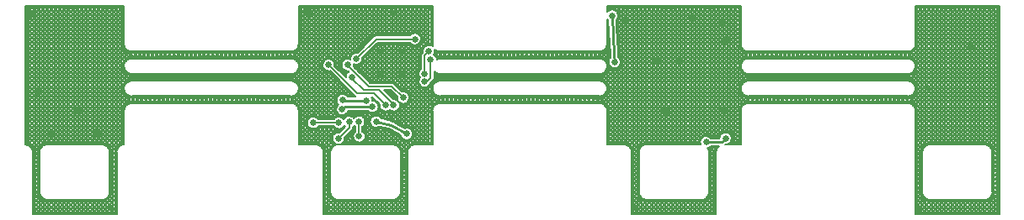
<source format=gbl>
G04 #@! TF.GenerationSoftware,KiCad,Pcbnew,(5.99.0-2415-gbbdd3fce7)*
G04 #@! TF.CreationDate,2020-08-31T16:01:39-07:00*
G04 #@! TF.ProjectId,VineHoop_Islands,56696e65-486f-46f7-905f-49736c616e64,rev?*
G04 #@! TF.SameCoordinates,Original*
G04 #@! TF.FileFunction,Copper,L2,Bot*
G04 #@! TF.FilePolarity,Positive*
%FSLAX46Y46*%
G04 Gerber Fmt 4.6, Leading zero omitted, Abs format (unit mm)*
G04 Created by KiCad (PCBNEW (5.99.0-2415-gbbdd3fce7)) date 2020-08-31 16:01:39*
%MOMM*%
%LPD*%
G01*
G04 APERTURE LIST*
G04 #@! TA.AperFunction,ViaPad*
%ADD10C,0.660400*%
G04 #@! TD*
G04 #@! TA.AperFunction,ViaPad*
%ADD11C,0.800000*%
G04 #@! TD*
G04 #@! TA.AperFunction,Conductor*
%ADD12C,0.254000*%
G04 #@! TD*
G04 #@! TA.AperFunction,Conductor*
%ADD13C,0.152400*%
G04 #@! TD*
G04 APERTURE END LIST*
D10*
X184300000Y-57200000D03*
X214880200Y-71950000D03*
X195450000Y-64900000D03*
X193492800Y-65282576D03*
X186380200Y-71950000D03*
X156900000Y-61950000D03*
D11*
X191990200Y-52751100D03*
D10*
X156950000Y-61050000D03*
X159950000Y-61700000D03*
X160300000Y-63200000D03*
X163400000Y-64450000D03*
X155400000Y-71900000D03*
X158600000Y-64700000D03*
X156550000Y-64901401D03*
X153970486Y-63329514D03*
X165801900Y-56958058D03*
X165620901Y-56100783D03*
X215800000Y-59850000D03*
X133650000Y-71950000D03*
D11*
X153534200Y-52184400D03*
X130400000Y-62133303D03*
D10*
X160750500Y-58380000D03*
X162909500Y-56221000D03*
D11*
X188540200Y-57101100D03*
X127600000Y-64383303D03*
X220088600Y-55677700D03*
X185390200Y-53001100D03*
D10*
X162909500Y-58380000D03*
D11*
X195240200Y-62051100D03*
X132200000Y-64433303D03*
X195090200Y-53201100D03*
X190740200Y-57101100D03*
D10*
X160750500Y-56221000D03*
D11*
X125661101Y-52400000D03*
X126300000Y-60300000D03*
X195440200Y-55101100D03*
D10*
X162020500Y-52284000D03*
D11*
X189490200Y-62151100D03*
D10*
X158337500Y-56856000D03*
X164201702Y-54883798D03*
X155543500Y-57491000D03*
X161258500Y-61555000D03*
X162069578Y-61557898D03*
X157893500Y-58700000D03*
X163036500Y-60793000D03*
X157448500Y-57491000D03*
X165200000Y-59150000D03*
X184009446Y-52523496D03*
X165195500Y-58380000D03*
X156559500Y-63333000D03*
X157612190Y-63242690D03*
X158591500Y-63206000D03*
X159327691Y-61071801D03*
D12*
X184009446Y-52523496D02*
X184250000Y-56450000D01*
X184250000Y-56450000D02*
X184300000Y-57200000D01*
D13*
X183949814Y-52583128D02*
X184009446Y-52523496D01*
D12*
X195067424Y-65282576D02*
X195450000Y-64900000D01*
X193492800Y-65282576D02*
X195067424Y-65282576D01*
X156900000Y-61950000D02*
X157170998Y-61729002D01*
X157170998Y-61729002D02*
X160050000Y-61729002D01*
X156950000Y-61050000D02*
X156950000Y-61071801D01*
X156950000Y-61071801D02*
X159327691Y-61071801D01*
X160300000Y-63200000D02*
X161800000Y-63550000D01*
X161800000Y-63550000D02*
X163400000Y-64450000D01*
D13*
X158591500Y-64892901D02*
X158600000Y-64901401D01*
X158591500Y-63206000D02*
X158591500Y-64892901D01*
X157612190Y-63839211D02*
X156550000Y-64901401D01*
X157612190Y-63242690D02*
X157612190Y-63839211D01*
X153973972Y-63333000D02*
X153970486Y-63329514D01*
X156559500Y-63333000D02*
X153973972Y-63333000D01*
X159042066Y-60031000D02*
X157893500Y-58882434D01*
X157893500Y-58882434D02*
X157893500Y-58719427D01*
X165801901Y-58789599D02*
X165801901Y-56958059D01*
X165801901Y-56958059D02*
X165801900Y-56958058D01*
X165322500Y-59269000D02*
X165801901Y-58789599D01*
X165195500Y-58380000D02*
X165195500Y-56526184D01*
X165195500Y-56526184D02*
X165620901Y-56100783D01*
X158337500Y-56856000D02*
X160309702Y-54883798D01*
X160309702Y-54883798D02*
X164201702Y-54883798D01*
X160086910Y-60383410D02*
X158435910Y-60383410D01*
X161258500Y-61555000D02*
X160086910Y-60383410D01*
X158435910Y-60383410D02*
X155543500Y-57491000D01*
X161924926Y-61557898D02*
X162069578Y-61557898D01*
X161896398Y-61557898D02*
X161864901Y-61526401D01*
X161864901Y-61263927D02*
X160631974Y-60031000D01*
X161864901Y-61526401D02*
X161864901Y-61263927D01*
X162069578Y-61468604D02*
X162069578Y-61557898D01*
X162069578Y-61557898D02*
X161896398Y-61557898D01*
X160631974Y-60031000D02*
X159042066Y-60031000D01*
X161893500Y-59650000D02*
X159558540Y-59650000D01*
X159558540Y-59650000D02*
X157399540Y-57491000D01*
X163036500Y-60793000D02*
X161893500Y-59650000D01*
X134974801Y-55343293D02*
X134970420Y-55371924D01*
X134970086Y-55380370D01*
X134970421Y-55384969D01*
X134970425Y-55385024D01*
X134976232Y-55463166D01*
X134977795Y-55471462D01*
X134982945Y-55488203D01*
X134984079Y-55505735D01*
X134985594Y-55514149D01*
X134986926Y-55518587D01*
X135028730Y-55658371D01*
X135032039Y-55666138D01*
X135045323Y-55689617D01*
X135054569Y-55715021D01*
X135058389Y-55722677D01*
X135060862Y-55726483D01*
X135140266Y-55848987D01*
X135145621Y-55855511D01*
X135164959Y-55874318D01*
X135180938Y-55896071D01*
X135186685Y-55902290D01*
X135190176Y-55905304D01*
X135190206Y-55905329D01*
X135300814Y-56000636D01*
X135307785Y-56005396D01*
X135331624Y-56018018D01*
X135353092Y-56034431D01*
X135360410Y-56038812D01*
X135364619Y-56040723D01*
X135497474Y-56101129D01*
X135505502Y-56103741D01*
X135531927Y-56109165D01*
X135557119Y-56118886D01*
X135565334Y-56121032D01*
X135569900Y-56121688D01*
X135569916Y-56121690D01*
X135714436Y-56142387D01*
X135722874Y-56142641D01*
X135761372Y-56139476D01*
X151729030Y-56139476D01*
X151757648Y-56143855D01*
X151766094Y-56144189D01*
X151770693Y-56143854D01*
X151770748Y-56143850D01*
X151848890Y-56138043D01*
X151857186Y-56136480D01*
X151873927Y-56131330D01*
X151891459Y-56130196D01*
X151899873Y-56128681D01*
X151904311Y-56127349D01*
X152044095Y-56085545D01*
X152051862Y-56082236D01*
X152075343Y-56068951D01*
X152100743Y-56059707D01*
X152108400Y-56055888D01*
X152112206Y-56053414D01*
X152135820Y-56038108D01*
X152528528Y-56038108D01*
X152744054Y-56253634D01*
X152959580Y-56038108D01*
X152960994Y-56038108D01*
X153176520Y-56253634D01*
X153392046Y-56038108D01*
X153393461Y-56038108D01*
X153608987Y-56253634D01*
X153824513Y-56038108D01*
X153825927Y-56038108D01*
X154041453Y-56253634D01*
X154256979Y-56038108D01*
X154258394Y-56038108D01*
X154473920Y-56253634D01*
X154689446Y-56038108D01*
X154690860Y-56038108D01*
X154906386Y-56253634D01*
X155121912Y-56038108D01*
X155123327Y-56038108D01*
X155338853Y-56253634D01*
X155554379Y-56038108D01*
X155555793Y-56038108D01*
X155771319Y-56253634D01*
X155986845Y-56038108D01*
X155988260Y-56038108D01*
X156203786Y-56253634D01*
X156419312Y-56038108D01*
X156420726Y-56038108D01*
X156636252Y-56253634D01*
X156851778Y-56038108D01*
X156853193Y-56038108D01*
X157068719Y-56253634D01*
X157284245Y-56038108D01*
X157285659Y-56038108D01*
X157501185Y-56253634D01*
X157716711Y-56038108D01*
X157718126Y-56038108D01*
X157893545Y-56213527D01*
X157908048Y-56202368D01*
X157918491Y-56195624D01*
X157943099Y-56182470D01*
X158051896Y-56135390D01*
X158149178Y-56038108D01*
X158150592Y-56038108D01*
X158201984Y-56089500D01*
X158370891Y-56076206D01*
X158380827Y-56076246D01*
X158500305Y-55956768D01*
X158366118Y-55822582D01*
X158150592Y-56038108D01*
X158149178Y-56038108D01*
X157933652Y-55822582D01*
X157718126Y-56038108D01*
X157716711Y-56038108D01*
X157501185Y-55822582D01*
X157285659Y-56038108D01*
X157284245Y-56038108D01*
X157068719Y-55822582D01*
X156853193Y-56038108D01*
X156851778Y-56038108D01*
X156636252Y-55822582D01*
X156420726Y-56038108D01*
X156419312Y-56038108D01*
X156203786Y-55822582D01*
X155988260Y-56038108D01*
X155986845Y-56038108D01*
X155771319Y-55822582D01*
X155555793Y-56038108D01*
X155554379Y-56038108D01*
X155338853Y-55822582D01*
X155123327Y-56038108D01*
X155121912Y-56038108D01*
X154906386Y-55822582D01*
X154690860Y-56038108D01*
X154689446Y-56038108D01*
X154473920Y-55822582D01*
X154258394Y-56038108D01*
X154256979Y-56038108D01*
X154041453Y-55822582D01*
X153825927Y-56038108D01*
X153824513Y-56038108D01*
X153608987Y-55822582D01*
X153393461Y-56038108D01*
X153392046Y-56038108D01*
X153176520Y-55822582D01*
X152960994Y-56038108D01*
X152959580Y-56038108D01*
X152744054Y-55822582D01*
X152528528Y-56038108D01*
X152135820Y-56038108D01*
X152234709Y-55974011D01*
X152241234Y-55968656D01*
X152260046Y-55949313D01*
X152281796Y-55933336D01*
X152288015Y-55927588D01*
X152291029Y-55924098D01*
X152291054Y-55924068D01*
X152379108Y-55821875D01*
X152744761Y-55821875D01*
X152960287Y-56037401D01*
X153175813Y-55821875D01*
X153177227Y-55821875D01*
X153392753Y-56037401D01*
X153608280Y-55821875D01*
X153609694Y-55821875D01*
X153825220Y-56037401D01*
X154040746Y-55821875D01*
X154042160Y-55821875D01*
X154257686Y-56037401D01*
X154473213Y-55821875D01*
X154474627Y-55821875D01*
X154690153Y-56037401D01*
X154905679Y-55821875D01*
X154907093Y-55821875D01*
X155122619Y-56037401D01*
X155338146Y-55821875D01*
X155339560Y-55821875D01*
X155555086Y-56037401D01*
X155770612Y-55821875D01*
X155772026Y-55821875D01*
X155987552Y-56037401D01*
X156203079Y-55821875D01*
X156204493Y-55821875D01*
X156420019Y-56037401D01*
X156635545Y-55821875D01*
X156636959Y-55821875D01*
X156852486Y-56037401D01*
X157068012Y-55821875D01*
X157069426Y-55821875D01*
X157284952Y-56037401D01*
X157500478Y-55821875D01*
X157501892Y-55821875D01*
X157717419Y-56037401D01*
X157932945Y-55821875D01*
X157934359Y-55821875D01*
X158149885Y-56037401D01*
X158365411Y-55821875D01*
X158366825Y-55821875D01*
X158501012Y-55956061D01*
X158716538Y-55740535D01*
X158582352Y-55606349D01*
X158366825Y-55821875D01*
X158365411Y-55821875D01*
X158149885Y-55606349D01*
X157934359Y-55821875D01*
X157932945Y-55821875D01*
X157717419Y-55606349D01*
X157501892Y-55821875D01*
X157500478Y-55821875D01*
X157284952Y-55606349D01*
X157069426Y-55821875D01*
X157068012Y-55821875D01*
X156852486Y-55606349D01*
X156636959Y-55821875D01*
X156635545Y-55821875D01*
X156420019Y-55606349D01*
X156204493Y-55821875D01*
X156203079Y-55821875D01*
X155987552Y-55606349D01*
X155772026Y-55821875D01*
X155770612Y-55821875D01*
X155555086Y-55606349D01*
X155339560Y-55821875D01*
X155338146Y-55821875D01*
X155122619Y-55606349D01*
X154907093Y-55821875D01*
X154905679Y-55821875D01*
X154690153Y-55606349D01*
X154474627Y-55821875D01*
X154473213Y-55821875D01*
X154257686Y-55606349D01*
X154042160Y-55821875D01*
X154040746Y-55821875D01*
X153825220Y-55606349D01*
X153609694Y-55821875D01*
X153608280Y-55821875D01*
X153392753Y-55606349D01*
X153177227Y-55821875D01*
X153175813Y-55821875D01*
X152960287Y-55606349D01*
X152744761Y-55821875D01*
X152379108Y-55821875D01*
X152386360Y-55813459D01*
X152391120Y-55806488D01*
X152403741Y-55782651D01*
X152420154Y-55761183D01*
X152424535Y-55753865D01*
X152426428Y-55749695D01*
X152445225Y-55708352D01*
X152631238Y-55708352D01*
X152744054Y-55821168D01*
X152959580Y-55605641D01*
X152960994Y-55605641D01*
X153176520Y-55821168D01*
X153392046Y-55605641D01*
X153393461Y-55605641D01*
X153608987Y-55821168D01*
X153824513Y-55605641D01*
X153825927Y-55605641D01*
X154041453Y-55821168D01*
X154256979Y-55605641D01*
X154258394Y-55605641D01*
X154473920Y-55821168D01*
X154689446Y-55605641D01*
X154690860Y-55605641D01*
X154906386Y-55821168D01*
X155121912Y-55605641D01*
X155123327Y-55605641D01*
X155338853Y-55821168D01*
X155554379Y-55605641D01*
X155555793Y-55605641D01*
X155771319Y-55821168D01*
X155986845Y-55605641D01*
X155988260Y-55605641D01*
X156203786Y-55821168D01*
X156419312Y-55605641D01*
X156420726Y-55605641D01*
X156636252Y-55821168D01*
X156851778Y-55605641D01*
X156853193Y-55605641D01*
X157068719Y-55821168D01*
X157284245Y-55605641D01*
X157285659Y-55605641D01*
X157501185Y-55821168D01*
X157716711Y-55605641D01*
X157718126Y-55605641D01*
X157933652Y-55821168D01*
X158149178Y-55605641D01*
X158150592Y-55605641D01*
X158366118Y-55821168D01*
X158581644Y-55605641D01*
X158583059Y-55605641D01*
X158717245Y-55739828D01*
X158932771Y-55524302D01*
X158798585Y-55390115D01*
X158583059Y-55605641D01*
X158581644Y-55605641D01*
X158366118Y-55390115D01*
X158150592Y-55605641D01*
X158149178Y-55605641D01*
X157933652Y-55390115D01*
X157718126Y-55605641D01*
X157716711Y-55605641D01*
X157501185Y-55390115D01*
X157285659Y-55605641D01*
X157284245Y-55605641D01*
X157068719Y-55390115D01*
X156853193Y-55605641D01*
X156851778Y-55605641D01*
X156636252Y-55390115D01*
X156420726Y-55605641D01*
X156419312Y-55605641D01*
X156203786Y-55390115D01*
X155988260Y-55605641D01*
X155986845Y-55605641D01*
X155771319Y-55390115D01*
X155555793Y-55605641D01*
X155554379Y-55605641D01*
X155338853Y-55390115D01*
X155123327Y-55605641D01*
X155121912Y-55605641D01*
X154906386Y-55390115D01*
X154690860Y-55605641D01*
X154689446Y-55605641D01*
X154473920Y-55390115D01*
X154258394Y-55605641D01*
X154256979Y-55605641D01*
X154041453Y-55390115D01*
X153825927Y-55605641D01*
X153824513Y-55605641D01*
X153608987Y-55390115D01*
X153393461Y-55605641D01*
X153392046Y-55605641D01*
X153176520Y-55390115D01*
X152960994Y-55605641D01*
X152959580Y-55605641D01*
X152744054Y-55390115D01*
X152693293Y-55440876D01*
X152675033Y-55568373D01*
X152675031Y-55568372D01*
X152675005Y-55568578D01*
X152674346Y-55573141D01*
X152670579Y-55591780D01*
X152668436Y-55599980D01*
X152662589Y-55618111D01*
X152657934Y-55630177D01*
X152655335Y-55642833D01*
X152650485Y-55661172D01*
X152647873Y-55669199D01*
X152640998Y-55686889D01*
X152631238Y-55708352D01*
X152445225Y-55708352D01*
X152486852Y-55616801D01*
X152489464Y-55608775D01*
X152494890Y-55582347D01*
X152504607Y-55557162D01*
X152506750Y-55548962D01*
X152507408Y-55544399D01*
X152507412Y-55544367D01*
X152528110Y-55399840D01*
X152528364Y-55391402D01*
X152528201Y-55389408D01*
X152744761Y-55389408D01*
X152960287Y-55604934D01*
X153175813Y-55389408D01*
X153177227Y-55389408D01*
X153392753Y-55604934D01*
X153608280Y-55389408D01*
X153609694Y-55389408D01*
X153825220Y-55604934D01*
X154040746Y-55389408D01*
X154042160Y-55389408D01*
X154257686Y-55604934D01*
X154473213Y-55389408D01*
X154474627Y-55389408D01*
X154690153Y-55604934D01*
X154905679Y-55389408D01*
X154907093Y-55389408D01*
X155122619Y-55604934D01*
X155338146Y-55389408D01*
X155339560Y-55389408D01*
X155555086Y-55604934D01*
X155770612Y-55389408D01*
X155772026Y-55389408D01*
X155987552Y-55604934D01*
X156203079Y-55389408D01*
X156204493Y-55389408D01*
X156420019Y-55604934D01*
X156635545Y-55389408D01*
X156636959Y-55389408D01*
X156852486Y-55604934D01*
X157068012Y-55389408D01*
X157069426Y-55389408D01*
X157284952Y-55604934D01*
X157500478Y-55389408D01*
X157501892Y-55389408D01*
X157717419Y-55604934D01*
X157932945Y-55389408D01*
X157934359Y-55389408D01*
X158149885Y-55604934D01*
X158365411Y-55389408D01*
X158366825Y-55389408D01*
X158582352Y-55604934D01*
X158797878Y-55389408D01*
X158799292Y-55389408D01*
X158933478Y-55523594D01*
X159149004Y-55308068D01*
X159014818Y-55173882D01*
X158799292Y-55389408D01*
X158797878Y-55389408D01*
X158582352Y-55173882D01*
X158366825Y-55389408D01*
X158365411Y-55389408D01*
X158149885Y-55173882D01*
X157934359Y-55389408D01*
X157932945Y-55389408D01*
X157717419Y-55173882D01*
X157501892Y-55389408D01*
X157500478Y-55389408D01*
X157284952Y-55173882D01*
X157069426Y-55389408D01*
X157068012Y-55389408D01*
X156852486Y-55173882D01*
X156636959Y-55389408D01*
X156635545Y-55389408D01*
X156420019Y-55173882D01*
X156204493Y-55389408D01*
X156203079Y-55389408D01*
X155987552Y-55173882D01*
X155772026Y-55389408D01*
X155770612Y-55389408D01*
X155555086Y-55173882D01*
X155339560Y-55389408D01*
X155338146Y-55389408D01*
X155122619Y-55173882D01*
X154907093Y-55389408D01*
X154905679Y-55389408D01*
X154690153Y-55173882D01*
X154474627Y-55389408D01*
X154473213Y-55389408D01*
X154257686Y-55173882D01*
X154042160Y-55389408D01*
X154040746Y-55389408D01*
X153825220Y-55173882D01*
X153609694Y-55389408D01*
X153608280Y-55389408D01*
X153392753Y-55173882D01*
X153177227Y-55389408D01*
X153175813Y-55389408D01*
X152960287Y-55173882D01*
X152744761Y-55389408D01*
X152528201Y-55389408D01*
X152525200Y-55352917D01*
X152525200Y-55007170D01*
X152694532Y-55007170D01*
X152694532Y-55339180D01*
X152744054Y-55388701D01*
X152959580Y-55173175D01*
X152960994Y-55173175D01*
X153176520Y-55388701D01*
X153392046Y-55173175D01*
X153393461Y-55173175D01*
X153608987Y-55388701D01*
X153824513Y-55173175D01*
X153825927Y-55173175D01*
X154041453Y-55388701D01*
X154256979Y-55173175D01*
X154258394Y-55173175D01*
X154473920Y-55388701D01*
X154689446Y-55173175D01*
X154690860Y-55173175D01*
X154906386Y-55388701D01*
X155121912Y-55173175D01*
X155123327Y-55173175D01*
X155338853Y-55388701D01*
X155554379Y-55173175D01*
X155555793Y-55173175D01*
X155771319Y-55388701D01*
X155986845Y-55173175D01*
X155988260Y-55173175D01*
X156203786Y-55388701D01*
X156419312Y-55173175D01*
X156420726Y-55173175D01*
X156636252Y-55388701D01*
X156851778Y-55173175D01*
X156853193Y-55173175D01*
X157068719Y-55388701D01*
X157284245Y-55173175D01*
X157285659Y-55173175D01*
X157501185Y-55388701D01*
X157716711Y-55173175D01*
X157718126Y-55173175D01*
X157933652Y-55388701D01*
X158149178Y-55173175D01*
X158150592Y-55173175D01*
X158366118Y-55388701D01*
X158581644Y-55173175D01*
X158583059Y-55173175D01*
X158798585Y-55388701D01*
X159014111Y-55173175D01*
X159015525Y-55173175D01*
X159149711Y-55307360D01*
X159365237Y-55091834D01*
X159231051Y-54957649D01*
X159015525Y-55173175D01*
X159014111Y-55173175D01*
X158798585Y-54957649D01*
X158583059Y-55173175D01*
X158581644Y-55173175D01*
X158366118Y-54957649D01*
X158150592Y-55173175D01*
X158149178Y-55173175D01*
X157933652Y-54957649D01*
X157718126Y-55173175D01*
X157716711Y-55173175D01*
X157501185Y-54957649D01*
X157285659Y-55173175D01*
X157284245Y-55173175D01*
X157068719Y-54957649D01*
X156853193Y-55173175D01*
X156851778Y-55173175D01*
X156636252Y-54957649D01*
X156420726Y-55173175D01*
X156419312Y-55173175D01*
X156203786Y-54957649D01*
X155988260Y-55173175D01*
X155986845Y-55173175D01*
X155771319Y-54957649D01*
X155555793Y-55173175D01*
X155554379Y-55173175D01*
X155338853Y-54957649D01*
X155123327Y-55173175D01*
X155121912Y-55173175D01*
X154906386Y-54957649D01*
X154690860Y-55173175D01*
X154689446Y-55173175D01*
X154473920Y-54957649D01*
X154258394Y-55173175D01*
X154256979Y-55173175D01*
X154041453Y-54957649D01*
X153825927Y-55173175D01*
X153824513Y-55173175D01*
X153608987Y-54957649D01*
X153393461Y-55173175D01*
X153392046Y-55173175D01*
X153176520Y-54957649D01*
X152960994Y-55173175D01*
X152959580Y-55173175D01*
X152744054Y-54957649D01*
X152694532Y-55007170D01*
X152525200Y-55007170D01*
X152525200Y-54956942D01*
X152744761Y-54956942D01*
X152960287Y-55172468D01*
X153175813Y-54956942D01*
X153177227Y-54956942D01*
X153392753Y-55172468D01*
X153608280Y-54956942D01*
X153609694Y-54956942D01*
X153825220Y-55172468D01*
X154040746Y-54956942D01*
X154042160Y-54956942D01*
X154257686Y-55172468D01*
X154473213Y-54956942D01*
X154474627Y-54956942D01*
X154690153Y-55172468D01*
X154905679Y-54956942D01*
X154907093Y-54956942D01*
X155122619Y-55172468D01*
X155338146Y-54956942D01*
X155339560Y-54956942D01*
X155555086Y-55172468D01*
X155770612Y-54956942D01*
X155772026Y-54956942D01*
X155987552Y-55172468D01*
X156203079Y-54956942D01*
X156204493Y-54956942D01*
X156420019Y-55172468D01*
X156635545Y-54956942D01*
X156636959Y-54956942D01*
X156852486Y-55172468D01*
X157068012Y-54956942D01*
X157069426Y-54956942D01*
X157284952Y-55172468D01*
X157500478Y-54956942D01*
X157501892Y-54956942D01*
X157717419Y-55172468D01*
X157932945Y-54956942D01*
X157934359Y-54956942D01*
X158149885Y-55172468D01*
X158365411Y-54956942D01*
X158366825Y-54956942D01*
X158582352Y-55172468D01*
X158797878Y-54956942D01*
X158799292Y-54956942D01*
X159014818Y-55172468D01*
X159230344Y-54956942D01*
X159231758Y-54956942D01*
X159365944Y-55091127D01*
X159581470Y-54875601D01*
X159447285Y-54741416D01*
X159231758Y-54956942D01*
X159230344Y-54956942D01*
X159014818Y-54741416D01*
X158799292Y-54956942D01*
X158797878Y-54956942D01*
X158582352Y-54741416D01*
X158366825Y-54956942D01*
X158365411Y-54956942D01*
X158149885Y-54741416D01*
X157934359Y-54956942D01*
X157932945Y-54956942D01*
X157717419Y-54741416D01*
X157501892Y-54956942D01*
X157500478Y-54956942D01*
X157284952Y-54741416D01*
X157069426Y-54956942D01*
X157068012Y-54956942D01*
X156852486Y-54741416D01*
X156636959Y-54956942D01*
X156635545Y-54956942D01*
X156420019Y-54741416D01*
X156204493Y-54956942D01*
X156203079Y-54956942D01*
X155987552Y-54741416D01*
X155772026Y-54956942D01*
X155770612Y-54956942D01*
X155555086Y-54741416D01*
X155339560Y-54956942D01*
X155338146Y-54956942D01*
X155122619Y-54741416D01*
X154907093Y-54956942D01*
X154905679Y-54956942D01*
X154690153Y-54741416D01*
X154474627Y-54956942D01*
X154473213Y-54956942D01*
X154257686Y-54741416D01*
X154042160Y-54956942D01*
X154040746Y-54956942D01*
X153825220Y-54741416D01*
X153609694Y-54956942D01*
X153608280Y-54956942D01*
X153392753Y-54741416D01*
X153177227Y-54956942D01*
X153175813Y-54956942D01*
X152960287Y-54741416D01*
X152744761Y-54956942D01*
X152525200Y-54956942D01*
X152525200Y-54574704D01*
X152694532Y-54574704D01*
X152694532Y-54906713D01*
X152744054Y-54956235D01*
X152959580Y-54740708D01*
X152960994Y-54740708D01*
X153176520Y-54956235D01*
X153392046Y-54740708D01*
X153393461Y-54740708D01*
X153608987Y-54956235D01*
X153824513Y-54740708D01*
X153825927Y-54740708D01*
X154041453Y-54956235D01*
X154256979Y-54740708D01*
X154258394Y-54740708D01*
X154473920Y-54956235D01*
X154689446Y-54740708D01*
X154690860Y-54740708D01*
X154906386Y-54956235D01*
X155121912Y-54740708D01*
X155123327Y-54740708D01*
X155338853Y-54956235D01*
X155554379Y-54740708D01*
X155555793Y-54740708D01*
X155771319Y-54956235D01*
X155986845Y-54740708D01*
X155988260Y-54740708D01*
X156203786Y-54956235D01*
X156419312Y-54740708D01*
X156420726Y-54740708D01*
X156636252Y-54956235D01*
X156851778Y-54740708D01*
X156853193Y-54740708D01*
X157068719Y-54956235D01*
X157284245Y-54740708D01*
X157285659Y-54740708D01*
X157501185Y-54956235D01*
X157716711Y-54740708D01*
X157718126Y-54740708D01*
X157933652Y-54956235D01*
X158149178Y-54740708D01*
X158150592Y-54740708D01*
X158366118Y-54956235D01*
X158581644Y-54740708D01*
X158583059Y-54740708D01*
X158798585Y-54956235D01*
X159014111Y-54740708D01*
X159015525Y-54740708D01*
X159231051Y-54956235D01*
X159446577Y-54740708D01*
X159447992Y-54740708D01*
X159582177Y-54874894D01*
X159797703Y-54659368D01*
X159663518Y-54525182D01*
X159447992Y-54740708D01*
X159446577Y-54740708D01*
X159231051Y-54525182D01*
X159015525Y-54740708D01*
X159014111Y-54740708D01*
X158798585Y-54525182D01*
X158583059Y-54740708D01*
X158581644Y-54740708D01*
X158366118Y-54525182D01*
X158150592Y-54740708D01*
X158149178Y-54740708D01*
X157933652Y-54525182D01*
X157718126Y-54740708D01*
X157716711Y-54740708D01*
X157501185Y-54525182D01*
X157285659Y-54740708D01*
X157284245Y-54740708D01*
X157068719Y-54525182D01*
X156853193Y-54740708D01*
X156851778Y-54740708D01*
X156636252Y-54525182D01*
X156420726Y-54740708D01*
X156419312Y-54740708D01*
X156203786Y-54525182D01*
X155988260Y-54740708D01*
X155986845Y-54740708D01*
X155771319Y-54525182D01*
X155555793Y-54740708D01*
X155554379Y-54740708D01*
X155338853Y-54525182D01*
X155123327Y-54740708D01*
X155121912Y-54740708D01*
X154906386Y-54525182D01*
X154690860Y-54740708D01*
X154689446Y-54740708D01*
X154473920Y-54525182D01*
X154258394Y-54740708D01*
X154256979Y-54740708D01*
X154041453Y-54525182D01*
X153825927Y-54740708D01*
X153824513Y-54740708D01*
X153608987Y-54525182D01*
X153393461Y-54740708D01*
X153392046Y-54740708D01*
X153176520Y-54525182D01*
X152960994Y-54740708D01*
X152959580Y-54740708D01*
X152744054Y-54525182D01*
X152694532Y-54574704D01*
X152525200Y-54574704D01*
X152525200Y-54524475D01*
X152744761Y-54524475D01*
X152960287Y-54740001D01*
X153175813Y-54524475D01*
X153177227Y-54524475D01*
X153392753Y-54740001D01*
X153608280Y-54524475D01*
X153609694Y-54524475D01*
X153825220Y-54740001D01*
X154040746Y-54524475D01*
X154042160Y-54524475D01*
X154257686Y-54740001D01*
X154473213Y-54524475D01*
X154474627Y-54524475D01*
X154690153Y-54740001D01*
X154905679Y-54524475D01*
X154907093Y-54524475D01*
X155122619Y-54740001D01*
X155338146Y-54524475D01*
X155339560Y-54524475D01*
X155555086Y-54740001D01*
X155770612Y-54524475D01*
X155772026Y-54524475D01*
X155987552Y-54740001D01*
X156203079Y-54524475D01*
X156204493Y-54524475D01*
X156420019Y-54740001D01*
X156635545Y-54524475D01*
X156636959Y-54524475D01*
X156852486Y-54740001D01*
X157068012Y-54524475D01*
X157069426Y-54524475D01*
X157284952Y-54740001D01*
X157500478Y-54524475D01*
X157501892Y-54524475D01*
X157717419Y-54740001D01*
X157932945Y-54524475D01*
X157934359Y-54524475D01*
X158149885Y-54740001D01*
X158365411Y-54524475D01*
X158366825Y-54524475D01*
X158582352Y-54740001D01*
X158797878Y-54524475D01*
X158799292Y-54524475D01*
X159014818Y-54740001D01*
X159230344Y-54524475D01*
X159231758Y-54524475D01*
X159447285Y-54740001D01*
X159662811Y-54524475D01*
X159664225Y-54524475D01*
X159798410Y-54658661D01*
X159885020Y-54572051D01*
X159891903Y-54561110D01*
X159902470Y-54547873D01*
X159929280Y-54521088D01*
X159962279Y-54494792D01*
X159966409Y-54490662D01*
X159980602Y-54477982D01*
X159987229Y-54472700D01*
X160002798Y-54461666D01*
X160007751Y-54458559D01*
X160019777Y-54448975D01*
X159879751Y-54308949D01*
X159664225Y-54524475D01*
X159662811Y-54524475D01*
X159447285Y-54308949D01*
X159231758Y-54524475D01*
X159230344Y-54524475D01*
X159014818Y-54308949D01*
X158799292Y-54524475D01*
X158797878Y-54524475D01*
X158582352Y-54308949D01*
X158366825Y-54524475D01*
X158365411Y-54524475D01*
X158149885Y-54308949D01*
X157934359Y-54524475D01*
X157932945Y-54524475D01*
X157717419Y-54308949D01*
X157501892Y-54524475D01*
X157500478Y-54524475D01*
X157284952Y-54308949D01*
X157069426Y-54524475D01*
X157068012Y-54524475D01*
X156852486Y-54308949D01*
X156636959Y-54524475D01*
X156635545Y-54524475D01*
X156420019Y-54308949D01*
X156204493Y-54524475D01*
X156203079Y-54524475D01*
X155987552Y-54308949D01*
X155772026Y-54524475D01*
X155770612Y-54524475D01*
X155555086Y-54308949D01*
X155339560Y-54524475D01*
X155338146Y-54524475D01*
X155122619Y-54308949D01*
X154907093Y-54524475D01*
X154905679Y-54524475D01*
X154690153Y-54308949D01*
X154474627Y-54524475D01*
X154473213Y-54524475D01*
X154257686Y-54308949D01*
X154042160Y-54524475D01*
X154040746Y-54524475D01*
X153825220Y-54308949D01*
X153609694Y-54524475D01*
X153608280Y-54524475D01*
X153392753Y-54308949D01*
X153177227Y-54524475D01*
X153175813Y-54524475D01*
X152960287Y-54308949D01*
X152744761Y-54524475D01*
X152525200Y-54524475D01*
X152525200Y-54142237D01*
X152694532Y-54142237D01*
X152694532Y-54474247D01*
X152744054Y-54523768D01*
X152959580Y-54308242D01*
X152960994Y-54308242D01*
X153176520Y-54523768D01*
X153392046Y-54308242D01*
X153393461Y-54308242D01*
X153608987Y-54523768D01*
X153824513Y-54308242D01*
X153825927Y-54308242D01*
X154041453Y-54523768D01*
X154256979Y-54308242D01*
X154258394Y-54308242D01*
X154473920Y-54523768D01*
X154689446Y-54308242D01*
X154690860Y-54308242D01*
X154906386Y-54523768D01*
X155121912Y-54308242D01*
X155123327Y-54308242D01*
X155338853Y-54523768D01*
X155554379Y-54308242D01*
X155555793Y-54308242D01*
X155771319Y-54523768D01*
X155986845Y-54308242D01*
X155988260Y-54308242D01*
X156203786Y-54523768D01*
X156419312Y-54308242D01*
X156420726Y-54308242D01*
X156636252Y-54523768D01*
X156851778Y-54308242D01*
X156853193Y-54308242D01*
X157068719Y-54523768D01*
X157284245Y-54308242D01*
X157285659Y-54308242D01*
X157501185Y-54523768D01*
X157716711Y-54308242D01*
X157718126Y-54308242D01*
X157933652Y-54523768D01*
X158149178Y-54308242D01*
X158150592Y-54308242D01*
X158366118Y-54523768D01*
X158581644Y-54308242D01*
X158583059Y-54308242D01*
X158798585Y-54523768D01*
X159014111Y-54308242D01*
X159015525Y-54308242D01*
X159231051Y-54523768D01*
X159446577Y-54308242D01*
X159447992Y-54308242D01*
X159663518Y-54523768D01*
X159879044Y-54308242D01*
X159880458Y-54308242D01*
X160020564Y-54448348D01*
X160041075Y-54432003D01*
X160073170Y-54411851D01*
X160088432Y-54404505D01*
X160108757Y-54397399D01*
X160128001Y-54388152D01*
X160144026Y-54382564D01*
X160181055Y-54374160D01*
X160222713Y-54369524D01*
X160228290Y-54368252D01*
X160247009Y-54365073D01*
X160255398Y-54364128D01*
X160255638Y-54364115D01*
X160311510Y-54308242D01*
X160312925Y-54308242D01*
X160363344Y-54358661D01*
X160377864Y-54360315D01*
X160389845Y-54363064D01*
X160689155Y-54363064D01*
X160743977Y-54308242D01*
X160745391Y-54308242D01*
X160800213Y-54363064D01*
X161121621Y-54363064D01*
X161176443Y-54308242D01*
X161177858Y-54308242D01*
X161232680Y-54363064D01*
X161554088Y-54363064D01*
X161608910Y-54308242D01*
X161610324Y-54308242D01*
X161665146Y-54363064D01*
X161986554Y-54363064D01*
X162041376Y-54308242D01*
X162042791Y-54308242D01*
X162097613Y-54363065D01*
X162419020Y-54363065D01*
X162473843Y-54308242D01*
X162475257Y-54308242D01*
X162530080Y-54363065D01*
X162851487Y-54363065D01*
X162906310Y-54308242D01*
X162907724Y-54308242D01*
X162962546Y-54363065D01*
X163283953Y-54363065D01*
X163338776Y-54308242D01*
X163340190Y-54308242D01*
X163395013Y-54363065D01*
X163622783Y-54363065D01*
X163726206Y-54268957D01*
X164676874Y-54268957D01*
X164706027Y-54288107D01*
X164728002Y-54305292D01*
X164737130Y-54313730D01*
X164755986Y-54334289D01*
X164871791Y-54483583D01*
X164880274Y-54496610D01*
X165068642Y-54308242D01*
X165070056Y-54308242D01*
X165285582Y-54523768D01*
X165501109Y-54308242D01*
X165502523Y-54308242D01*
X165718049Y-54523768D01*
X165805466Y-54436351D01*
X165805466Y-54180133D01*
X165718049Y-54092716D01*
X165502523Y-54308242D01*
X165501109Y-54308242D01*
X165285582Y-54092716D01*
X165070056Y-54308242D01*
X165068642Y-54308242D01*
X164853116Y-54092716D01*
X164676874Y-54268957D01*
X163726206Y-54268957D01*
X163729218Y-54266217D01*
X163555716Y-54092716D01*
X163340190Y-54308242D01*
X163338776Y-54308242D01*
X163123250Y-54092716D01*
X162907724Y-54308242D01*
X162906310Y-54308242D01*
X162690783Y-54092716D01*
X162475257Y-54308242D01*
X162473843Y-54308242D01*
X162258317Y-54092716D01*
X162042791Y-54308242D01*
X162041376Y-54308242D01*
X161825850Y-54092716D01*
X161610324Y-54308242D01*
X161608910Y-54308242D01*
X161393384Y-54092716D01*
X161177858Y-54308242D01*
X161176443Y-54308242D01*
X160960917Y-54092716D01*
X160745391Y-54308242D01*
X160743977Y-54308242D01*
X160528451Y-54092716D01*
X160312925Y-54308242D01*
X160311510Y-54308242D01*
X160095984Y-54092716D01*
X159880458Y-54308242D01*
X159879044Y-54308242D01*
X159663518Y-54092716D01*
X159447992Y-54308242D01*
X159446577Y-54308242D01*
X159231051Y-54092716D01*
X159015525Y-54308242D01*
X159014111Y-54308242D01*
X158798585Y-54092716D01*
X158583059Y-54308242D01*
X158581644Y-54308242D01*
X158366118Y-54092716D01*
X158150592Y-54308242D01*
X158149178Y-54308242D01*
X157933652Y-54092716D01*
X157718126Y-54308242D01*
X157716711Y-54308242D01*
X157501185Y-54092716D01*
X157285659Y-54308242D01*
X157284245Y-54308242D01*
X157068719Y-54092716D01*
X156853193Y-54308242D01*
X156851778Y-54308242D01*
X156636252Y-54092716D01*
X156420726Y-54308242D01*
X156419312Y-54308242D01*
X156203786Y-54092716D01*
X155988260Y-54308242D01*
X155986845Y-54308242D01*
X155771319Y-54092716D01*
X155555793Y-54308242D01*
X155554379Y-54308242D01*
X155338853Y-54092716D01*
X155123327Y-54308242D01*
X155121912Y-54308242D01*
X154906386Y-54092716D01*
X154690860Y-54308242D01*
X154689446Y-54308242D01*
X154473920Y-54092716D01*
X154258394Y-54308242D01*
X154256979Y-54308242D01*
X154041453Y-54092716D01*
X153825927Y-54308242D01*
X153824513Y-54308242D01*
X153608987Y-54092716D01*
X153393461Y-54308242D01*
X153392046Y-54308242D01*
X153176520Y-54092716D01*
X152960994Y-54308242D01*
X152959580Y-54308242D01*
X152744054Y-54092716D01*
X152694532Y-54142237D01*
X152525200Y-54142237D01*
X152525200Y-54092009D01*
X152744761Y-54092009D01*
X152960287Y-54307535D01*
X153175813Y-54092009D01*
X153177227Y-54092009D01*
X153392753Y-54307535D01*
X153608280Y-54092009D01*
X153609694Y-54092009D01*
X153825220Y-54307535D01*
X154040746Y-54092009D01*
X154042160Y-54092009D01*
X154257686Y-54307535D01*
X154473213Y-54092009D01*
X154474627Y-54092009D01*
X154690153Y-54307535D01*
X154905679Y-54092009D01*
X154907093Y-54092009D01*
X155122619Y-54307535D01*
X155338146Y-54092009D01*
X155339560Y-54092009D01*
X155555086Y-54307535D01*
X155770612Y-54092009D01*
X155772026Y-54092009D01*
X155987552Y-54307535D01*
X156203079Y-54092009D01*
X156204493Y-54092009D01*
X156420019Y-54307535D01*
X156635545Y-54092009D01*
X156636959Y-54092009D01*
X156852486Y-54307535D01*
X157068012Y-54092009D01*
X157069426Y-54092009D01*
X157284952Y-54307535D01*
X157500478Y-54092009D01*
X157501892Y-54092009D01*
X157717419Y-54307535D01*
X157932945Y-54092009D01*
X157934359Y-54092009D01*
X158149885Y-54307535D01*
X158365411Y-54092009D01*
X158366825Y-54092009D01*
X158582352Y-54307535D01*
X158797878Y-54092009D01*
X158799292Y-54092009D01*
X159014818Y-54307535D01*
X159230344Y-54092009D01*
X159231758Y-54092009D01*
X159447285Y-54307535D01*
X159662811Y-54092009D01*
X159664225Y-54092009D01*
X159879751Y-54307535D01*
X160095277Y-54092009D01*
X160096691Y-54092009D01*
X160312218Y-54307535D01*
X160527744Y-54092009D01*
X160529158Y-54092009D01*
X160744684Y-54307535D01*
X160960210Y-54092009D01*
X160961624Y-54092009D01*
X161177151Y-54307535D01*
X161392677Y-54092009D01*
X161394091Y-54092009D01*
X161609617Y-54307535D01*
X161825143Y-54092009D01*
X161826557Y-54092009D01*
X162042084Y-54307535D01*
X162257610Y-54092009D01*
X162259024Y-54092009D01*
X162474550Y-54307535D01*
X162690076Y-54092009D01*
X162691490Y-54092009D01*
X162907017Y-54307535D01*
X163122543Y-54092009D01*
X163123957Y-54092009D01*
X163339483Y-54307535D01*
X163555009Y-54092009D01*
X163556423Y-54092009D01*
X163729958Y-54265543D01*
X163750146Y-54247174D01*
X163772251Y-54230166D01*
X163782694Y-54223422D01*
X163807301Y-54210269D01*
X163916448Y-54163037D01*
X163987476Y-54092009D01*
X163988890Y-54092009D01*
X164020045Y-54123164D01*
X164046733Y-54118829D01*
X164235093Y-54104004D01*
X164263001Y-54104114D01*
X164275386Y-54105188D01*
X164302874Y-54109875D01*
X164381809Y-54130142D01*
X164419942Y-54092009D01*
X164421356Y-54092009D01*
X164486385Y-54157037D01*
X164512242Y-54166005D01*
X164523612Y-54171031D01*
X164548108Y-54184373D01*
X164676021Y-54268396D01*
X164852409Y-54092009D01*
X164853823Y-54092009D01*
X165069349Y-54307535D01*
X165284875Y-54092009D01*
X165286290Y-54092009D01*
X165501816Y-54307535D01*
X165717342Y-54092009D01*
X165501816Y-53876483D01*
X165286290Y-54092009D01*
X165284875Y-54092009D01*
X165069349Y-53876483D01*
X164853823Y-54092009D01*
X164852409Y-54092009D01*
X164636883Y-53876483D01*
X164421356Y-54092009D01*
X164419942Y-54092009D01*
X164204416Y-53876483D01*
X163988890Y-54092009D01*
X163987476Y-54092009D01*
X163771950Y-53876483D01*
X163556423Y-54092009D01*
X163555009Y-54092009D01*
X163339483Y-53876483D01*
X163123957Y-54092009D01*
X163122543Y-54092009D01*
X162907017Y-53876483D01*
X162691490Y-54092009D01*
X162690076Y-54092009D01*
X162474550Y-53876483D01*
X162259024Y-54092009D01*
X162257610Y-54092009D01*
X162042084Y-53876483D01*
X161826557Y-54092009D01*
X161825143Y-54092009D01*
X161609617Y-53876483D01*
X161394091Y-54092009D01*
X161392677Y-54092009D01*
X161177151Y-53876483D01*
X160961624Y-54092009D01*
X160960210Y-54092009D01*
X160744684Y-53876483D01*
X160529158Y-54092009D01*
X160527744Y-54092009D01*
X160312218Y-53876483D01*
X160096691Y-54092009D01*
X160095277Y-54092009D01*
X159879751Y-53876483D01*
X159664225Y-54092009D01*
X159662811Y-54092009D01*
X159447285Y-53876483D01*
X159231758Y-54092009D01*
X159230344Y-54092009D01*
X159014818Y-53876483D01*
X158799292Y-54092009D01*
X158797878Y-54092009D01*
X158582352Y-53876483D01*
X158366825Y-54092009D01*
X158365411Y-54092009D01*
X158149885Y-53876483D01*
X157934359Y-54092009D01*
X157932945Y-54092009D01*
X157717419Y-53876483D01*
X157501892Y-54092009D01*
X157500478Y-54092009D01*
X157284952Y-53876483D01*
X157069426Y-54092009D01*
X157068012Y-54092009D01*
X156852486Y-53876483D01*
X156636959Y-54092009D01*
X156635545Y-54092009D01*
X156420019Y-53876483D01*
X156204493Y-54092009D01*
X156203079Y-54092009D01*
X155987552Y-53876483D01*
X155772026Y-54092009D01*
X155770612Y-54092009D01*
X155555086Y-53876483D01*
X155339560Y-54092009D01*
X155338146Y-54092009D01*
X155122619Y-53876483D01*
X154907093Y-54092009D01*
X154905679Y-54092009D01*
X154690153Y-53876483D01*
X154474627Y-54092009D01*
X154473213Y-54092009D01*
X154257686Y-53876483D01*
X154042160Y-54092009D01*
X154040746Y-54092009D01*
X153825220Y-53876483D01*
X153609694Y-54092009D01*
X153608280Y-54092009D01*
X153392753Y-53876483D01*
X153177227Y-54092009D01*
X153175813Y-54092009D01*
X152960287Y-53876483D01*
X152744761Y-54092009D01*
X152525200Y-54092009D01*
X152525200Y-53709771D01*
X152694532Y-53709771D01*
X152694532Y-54041780D01*
X152744054Y-54091302D01*
X152959580Y-53875775D01*
X152960994Y-53875775D01*
X153176520Y-54091302D01*
X153392046Y-53875775D01*
X153393461Y-53875775D01*
X153608987Y-54091302D01*
X153824513Y-53875775D01*
X153825927Y-53875775D01*
X154041453Y-54091302D01*
X154256979Y-53875775D01*
X154258394Y-53875775D01*
X154473920Y-54091302D01*
X154689446Y-53875775D01*
X154690860Y-53875775D01*
X154906386Y-54091302D01*
X155121912Y-53875775D01*
X155123327Y-53875775D01*
X155338853Y-54091302D01*
X155554379Y-53875775D01*
X155555793Y-53875775D01*
X155771319Y-54091302D01*
X155986845Y-53875775D01*
X155988260Y-53875775D01*
X156203786Y-54091302D01*
X156419312Y-53875775D01*
X156420726Y-53875775D01*
X156636252Y-54091302D01*
X156851778Y-53875775D01*
X156853193Y-53875775D01*
X157068719Y-54091302D01*
X157284245Y-53875775D01*
X157285659Y-53875775D01*
X157501185Y-54091302D01*
X157716711Y-53875775D01*
X157718126Y-53875775D01*
X157933652Y-54091302D01*
X158149178Y-53875775D01*
X158150592Y-53875775D01*
X158366118Y-54091302D01*
X158581644Y-53875775D01*
X158583059Y-53875775D01*
X158798585Y-54091302D01*
X159014111Y-53875775D01*
X159015525Y-53875775D01*
X159231051Y-54091302D01*
X159446577Y-53875775D01*
X159447992Y-53875775D01*
X159663518Y-54091302D01*
X159879044Y-53875775D01*
X159880458Y-53875775D01*
X160095984Y-54091302D01*
X160311510Y-53875775D01*
X160312925Y-53875775D01*
X160528451Y-54091302D01*
X160743977Y-53875775D01*
X160745391Y-53875775D01*
X160960917Y-54091302D01*
X161176443Y-53875775D01*
X161177858Y-53875775D01*
X161393384Y-54091302D01*
X161608910Y-53875775D01*
X161610324Y-53875775D01*
X161825850Y-54091302D01*
X162041376Y-53875775D01*
X162042791Y-53875775D01*
X162258317Y-54091302D01*
X162473843Y-53875775D01*
X162475257Y-53875775D01*
X162690783Y-54091302D01*
X162906310Y-53875775D01*
X162907724Y-53875775D01*
X163123250Y-54091302D01*
X163338776Y-53875775D01*
X163340190Y-53875775D01*
X163555716Y-54091302D01*
X163771243Y-53875775D01*
X163772657Y-53875775D01*
X163988183Y-54091302D01*
X164203709Y-53875775D01*
X164205123Y-53875775D01*
X164420649Y-54091302D01*
X164636176Y-53875775D01*
X164637590Y-53875775D01*
X164853116Y-54091302D01*
X165068642Y-53875775D01*
X165070056Y-53875775D01*
X165285582Y-54091302D01*
X165501109Y-53875775D01*
X165502523Y-53875775D01*
X165718049Y-54091302D01*
X165805466Y-54003885D01*
X165805466Y-53747666D01*
X165718049Y-53660249D01*
X165502523Y-53875775D01*
X165501109Y-53875775D01*
X165285582Y-53660249D01*
X165070056Y-53875775D01*
X165068642Y-53875775D01*
X164853116Y-53660249D01*
X164637590Y-53875775D01*
X164636176Y-53875775D01*
X164420649Y-53660249D01*
X164205123Y-53875775D01*
X164203709Y-53875775D01*
X163988183Y-53660249D01*
X163772657Y-53875775D01*
X163771243Y-53875775D01*
X163555716Y-53660249D01*
X163340190Y-53875775D01*
X163338776Y-53875775D01*
X163123250Y-53660249D01*
X162907724Y-53875775D01*
X162906310Y-53875775D01*
X162690783Y-53660249D01*
X162475257Y-53875775D01*
X162473843Y-53875775D01*
X162258317Y-53660249D01*
X162042791Y-53875775D01*
X162041376Y-53875775D01*
X161825850Y-53660249D01*
X161610324Y-53875775D01*
X161608910Y-53875775D01*
X161393384Y-53660249D01*
X161177858Y-53875775D01*
X161176443Y-53875775D01*
X160960917Y-53660249D01*
X160745391Y-53875775D01*
X160743977Y-53875775D01*
X160528451Y-53660249D01*
X160312925Y-53875775D01*
X160311510Y-53875775D01*
X160095984Y-53660249D01*
X159880458Y-53875775D01*
X159879044Y-53875775D01*
X159663518Y-53660249D01*
X159447992Y-53875775D01*
X159446577Y-53875775D01*
X159231051Y-53660249D01*
X159015525Y-53875775D01*
X159014111Y-53875775D01*
X158798585Y-53660249D01*
X158583059Y-53875775D01*
X158581644Y-53875775D01*
X158366118Y-53660249D01*
X158150592Y-53875775D01*
X158149178Y-53875775D01*
X157933652Y-53660249D01*
X157718126Y-53875775D01*
X157716711Y-53875775D01*
X157501185Y-53660249D01*
X157285659Y-53875775D01*
X157284245Y-53875775D01*
X157068719Y-53660249D01*
X156853193Y-53875775D01*
X156851778Y-53875775D01*
X156636252Y-53660249D01*
X156420726Y-53875775D01*
X156419312Y-53875775D01*
X156203786Y-53660249D01*
X155988260Y-53875775D01*
X155986845Y-53875775D01*
X155771319Y-53660249D01*
X155555793Y-53875775D01*
X155554379Y-53875775D01*
X155338853Y-53660249D01*
X155123327Y-53875775D01*
X155121912Y-53875775D01*
X154906386Y-53660249D01*
X154690860Y-53875775D01*
X154689446Y-53875775D01*
X154473920Y-53660249D01*
X154258394Y-53875775D01*
X154256979Y-53875775D01*
X154041453Y-53660249D01*
X153825927Y-53875775D01*
X153824513Y-53875775D01*
X153608987Y-53660249D01*
X153393461Y-53875775D01*
X153392046Y-53875775D01*
X153176520Y-53660249D01*
X152960994Y-53875775D01*
X152959580Y-53875775D01*
X152744054Y-53660249D01*
X152694532Y-53709771D01*
X152525200Y-53709771D01*
X152525200Y-53659542D01*
X152744761Y-53659542D01*
X152960287Y-53875068D01*
X153175813Y-53659542D01*
X153177227Y-53659542D01*
X153392753Y-53875068D01*
X153608280Y-53659542D01*
X153609694Y-53659542D01*
X153825220Y-53875068D01*
X154040746Y-53659542D01*
X154042160Y-53659542D01*
X154257686Y-53875068D01*
X154473213Y-53659542D01*
X154474627Y-53659542D01*
X154690153Y-53875068D01*
X154905679Y-53659542D01*
X154907093Y-53659542D01*
X155122619Y-53875068D01*
X155338146Y-53659542D01*
X155339560Y-53659542D01*
X155555086Y-53875068D01*
X155770612Y-53659542D01*
X155772026Y-53659542D01*
X155987552Y-53875068D01*
X156203079Y-53659542D01*
X156204493Y-53659542D01*
X156420019Y-53875068D01*
X156635545Y-53659542D01*
X156636959Y-53659542D01*
X156852486Y-53875068D01*
X157068012Y-53659542D01*
X157069426Y-53659542D01*
X157284952Y-53875068D01*
X157500478Y-53659542D01*
X157501892Y-53659542D01*
X157717419Y-53875068D01*
X157932945Y-53659542D01*
X157934359Y-53659542D01*
X158149885Y-53875068D01*
X158365411Y-53659542D01*
X158366825Y-53659542D01*
X158582352Y-53875068D01*
X158797878Y-53659542D01*
X158799292Y-53659542D01*
X159014818Y-53875068D01*
X159230344Y-53659542D01*
X159231758Y-53659542D01*
X159447285Y-53875068D01*
X159662811Y-53659542D01*
X159664225Y-53659542D01*
X159879751Y-53875068D01*
X160095277Y-53659542D01*
X160096691Y-53659542D01*
X160312218Y-53875068D01*
X160527744Y-53659542D01*
X160529158Y-53659542D01*
X160744684Y-53875068D01*
X160960210Y-53659542D01*
X160961624Y-53659542D01*
X161177151Y-53875068D01*
X161392677Y-53659542D01*
X161394091Y-53659542D01*
X161609617Y-53875068D01*
X161825143Y-53659542D01*
X161826557Y-53659542D01*
X162042084Y-53875068D01*
X162257610Y-53659542D01*
X162259024Y-53659542D01*
X162474550Y-53875068D01*
X162690076Y-53659542D01*
X162691490Y-53659542D01*
X162907017Y-53875068D01*
X163122543Y-53659542D01*
X163123957Y-53659542D01*
X163339483Y-53875068D01*
X163555009Y-53659542D01*
X163556423Y-53659542D01*
X163771950Y-53875068D01*
X163987476Y-53659542D01*
X163988890Y-53659542D01*
X164204416Y-53875068D01*
X164419942Y-53659542D01*
X164421356Y-53659542D01*
X164636883Y-53875068D01*
X164852409Y-53659542D01*
X164853823Y-53659542D01*
X165069349Y-53875068D01*
X165284875Y-53659542D01*
X165286290Y-53659542D01*
X165501816Y-53875068D01*
X165717342Y-53659542D01*
X165501816Y-53444016D01*
X165286290Y-53659542D01*
X165284875Y-53659542D01*
X165069349Y-53444016D01*
X164853823Y-53659542D01*
X164852409Y-53659542D01*
X164636883Y-53444016D01*
X164421356Y-53659542D01*
X164419942Y-53659542D01*
X164204416Y-53444016D01*
X163988890Y-53659542D01*
X163987476Y-53659542D01*
X163771950Y-53444016D01*
X163556423Y-53659542D01*
X163555009Y-53659542D01*
X163339483Y-53444016D01*
X163123957Y-53659542D01*
X163122543Y-53659542D01*
X162907017Y-53444016D01*
X162691490Y-53659542D01*
X162690076Y-53659542D01*
X162474550Y-53444016D01*
X162259024Y-53659542D01*
X162257610Y-53659542D01*
X162042084Y-53444016D01*
X161826557Y-53659542D01*
X161825143Y-53659542D01*
X161609617Y-53444016D01*
X161394091Y-53659542D01*
X161392677Y-53659542D01*
X161177151Y-53444016D01*
X160961624Y-53659542D01*
X160960210Y-53659542D01*
X160744684Y-53444016D01*
X160529158Y-53659542D01*
X160527744Y-53659542D01*
X160312218Y-53444016D01*
X160096691Y-53659542D01*
X160095277Y-53659542D01*
X159879751Y-53444016D01*
X159664225Y-53659542D01*
X159662811Y-53659542D01*
X159447285Y-53444016D01*
X159231758Y-53659542D01*
X159230344Y-53659542D01*
X159014818Y-53444016D01*
X158799292Y-53659542D01*
X158797878Y-53659542D01*
X158582352Y-53444016D01*
X158366825Y-53659542D01*
X158365411Y-53659542D01*
X158149885Y-53444016D01*
X157934359Y-53659542D01*
X157932945Y-53659542D01*
X157717419Y-53444016D01*
X157501892Y-53659542D01*
X157500478Y-53659542D01*
X157284952Y-53444016D01*
X157069426Y-53659542D01*
X157068012Y-53659542D01*
X156852486Y-53444016D01*
X156636959Y-53659542D01*
X156635545Y-53659542D01*
X156420019Y-53444016D01*
X156204493Y-53659542D01*
X156203079Y-53659542D01*
X155987552Y-53444016D01*
X155772026Y-53659542D01*
X155770612Y-53659542D01*
X155555086Y-53444016D01*
X155339560Y-53659542D01*
X155338146Y-53659542D01*
X155122619Y-53444016D01*
X154907093Y-53659542D01*
X154905679Y-53659542D01*
X154690153Y-53444016D01*
X154474627Y-53659542D01*
X154473213Y-53659542D01*
X154257686Y-53444016D01*
X154042160Y-53659542D01*
X154040746Y-53659542D01*
X153825220Y-53444016D01*
X153609694Y-53659542D01*
X153608280Y-53659542D01*
X153392753Y-53444016D01*
X153177227Y-53659542D01*
X153175813Y-53659542D01*
X152960287Y-53444016D01*
X152744761Y-53659542D01*
X152525200Y-53659542D01*
X152525200Y-53277304D01*
X152694532Y-53277304D01*
X152694532Y-53609314D01*
X152744054Y-53658835D01*
X152959580Y-53443309D01*
X152960994Y-53443309D01*
X153176520Y-53658835D01*
X153392046Y-53443309D01*
X153393461Y-53443309D01*
X153608987Y-53658835D01*
X153824513Y-53443309D01*
X153825927Y-53443309D01*
X154041453Y-53658835D01*
X154256979Y-53443309D01*
X154258394Y-53443309D01*
X154473920Y-53658835D01*
X154689446Y-53443309D01*
X154690860Y-53443309D01*
X154906386Y-53658835D01*
X155121912Y-53443309D01*
X155123327Y-53443309D01*
X155338853Y-53658835D01*
X155554379Y-53443309D01*
X155555793Y-53443309D01*
X155771319Y-53658835D01*
X155986845Y-53443309D01*
X155988260Y-53443309D01*
X156203786Y-53658835D01*
X156419312Y-53443309D01*
X156420726Y-53443309D01*
X156636252Y-53658835D01*
X156851778Y-53443309D01*
X156853193Y-53443309D01*
X157068719Y-53658835D01*
X157284245Y-53443309D01*
X157285659Y-53443309D01*
X157501185Y-53658835D01*
X157716711Y-53443309D01*
X157718126Y-53443309D01*
X157933652Y-53658835D01*
X158149178Y-53443309D01*
X158150592Y-53443309D01*
X158366118Y-53658835D01*
X158581644Y-53443309D01*
X158583059Y-53443309D01*
X158798585Y-53658835D01*
X159014111Y-53443309D01*
X159015525Y-53443309D01*
X159231051Y-53658835D01*
X159446577Y-53443309D01*
X159447992Y-53443309D01*
X159663518Y-53658835D01*
X159879044Y-53443309D01*
X159880458Y-53443309D01*
X160095984Y-53658835D01*
X160311510Y-53443309D01*
X160312925Y-53443309D01*
X160528451Y-53658835D01*
X160743977Y-53443309D01*
X160745391Y-53443309D01*
X160960917Y-53658835D01*
X161176443Y-53443309D01*
X161177858Y-53443309D01*
X161393384Y-53658835D01*
X161608910Y-53443309D01*
X161610324Y-53443309D01*
X161825850Y-53658835D01*
X162041376Y-53443309D01*
X162042791Y-53443309D01*
X162258317Y-53658835D01*
X162473843Y-53443309D01*
X162475257Y-53443309D01*
X162690783Y-53658835D01*
X162906310Y-53443309D01*
X162907724Y-53443309D01*
X163123250Y-53658835D01*
X163338776Y-53443309D01*
X163340190Y-53443309D01*
X163555716Y-53658835D01*
X163771243Y-53443309D01*
X163772657Y-53443309D01*
X163988183Y-53658835D01*
X164203709Y-53443309D01*
X164205123Y-53443309D01*
X164420649Y-53658835D01*
X164636176Y-53443309D01*
X164637590Y-53443309D01*
X164853116Y-53658835D01*
X165068642Y-53443309D01*
X165070056Y-53443309D01*
X165285582Y-53658835D01*
X165501109Y-53443309D01*
X165502523Y-53443309D01*
X165718049Y-53658835D01*
X165805466Y-53571418D01*
X165805466Y-53315200D01*
X165718049Y-53227783D01*
X165502523Y-53443309D01*
X165501109Y-53443309D01*
X165285582Y-53227783D01*
X165070056Y-53443309D01*
X165068642Y-53443309D01*
X164853116Y-53227783D01*
X164637590Y-53443309D01*
X164636176Y-53443309D01*
X164420649Y-53227783D01*
X164205123Y-53443309D01*
X164203709Y-53443309D01*
X163988183Y-53227783D01*
X163772657Y-53443309D01*
X163771243Y-53443309D01*
X163555716Y-53227783D01*
X163340190Y-53443309D01*
X163338776Y-53443309D01*
X163123250Y-53227783D01*
X162907724Y-53443309D01*
X162906310Y-53443309D01*
X162690783Y-53227783D01*
X162475257Y-53443309D01*
X162473843Y-53443309D01*
X162258317Y-53227783D01*
X162042791Y-53443309D01*
X162041376Y-53443309D01*
X161825850Y-53227783D01*
X161610324Y-53443309D01*
X161608910Y-53443309D01*
X161393384Y-53227783D01*
X161177858Y-53443309D01*
X161176443Y-53443309D01*
X160960917Y-53227783D01*
X160745391Y-53443309D01*
X160743977Y-53443309D01*
X160528451Y-53227783D01*
X160312925Y-53443309D01*
X160311510Y-53443309D01*
X160095984Y-53227783D01*
X159880458Y-53443309D01*
X159879044Y-53443309D01*
X159663518Y-53227783D01*
X159447992Y-53443309D01*
X159446577Y-53443309D01*
X159231051Y-53227783D01*
X159015525Y-53443309D01*
X159014111Y-53443309D01*
X158798585Y-53227783D01*
X158583059Y-53443309D01*
X158581644Y-53443309D01*
X158366118Y-53227783D01*
X158150592Y-53443309D01*
X158149178Y-53443309D01*
X157933652Y-53227783D01*
X157718126Y-53443309D01*
X157716711Y-53443309D01*
X157501185Y-53227783D01*
X157285659Y-53443309D01*
X157284245Y-53443309D01*
X157068719Y-53227783D01*
X156853193Y-53443309D01*
X156851778Y-53443309D01*
X156636252Y-53227783D01*
X156420726Y-53443309D01*
X156419312Y-53443309D01*
X156203786Y-53227783D01*
X155988260Y-53443309D01*
X155986845Y-53443309D01*
X155771319Y-53227783D01*
X155555793Y-53443309D01*
X155554379Y-53443309D01*
X155338853Y-53227783D01*
X155123327Y-53443309D01*
X155121912Y-53443309D01*
X154906386Y-53227783D01*
X154690860Y-53443309D01*
X154689446Y-53443309D01*
X154473920Y-53227783D01*
X154258394Y-53443309D01*
X154256979Y-53443309D01*
X154041453Y-53227783D01*
X153825927Y-53443309D01*
X153824513Y-53443309D01*
X153608987Y-53227783D01*
X153393461Y-53443309D01*
X153392046Y-53443309D01*
X153176520Y-53227783D01*
X152960994Y-53443309D01*
X152959580Y-53443309D01*
X152744054Y-53227783D01*
X152694532Y-53277304D01*
X152525200Y-53277304D01*
X152525200Y-53227076D01*
X152744761Y-53227076D01*
X152960287Y-53442602D01*
X153175813Y-53227076D01*
X153177227Y-53227076D01*
X153392753Y-53442602D01*
X153608280Y-53227076D01*
X153609694Y-53227076D01*
X153825220Y-53442602D01*
X154040746Y-53227076D01*
X154042160Y-53227076D01*
X154257686Y-53442602D01*
X154473213Y-53227076D01*
X154474627Y-53227076D01*
X154690153Y-53442602D01*
X154905679Y-53227076D01*
X154907093Y-53227076D01*
X155122619Y-53442602D01*
X155338146Y-53227076D01*
X155339560Y-53227076D01*
X155555086Y-53442602D01*
X155770612Y-53227076D01*
X155772026Y-53227076D01*
X155987552Y-53442602D01*
X156203079Y-53227076D01*
X156204493Y-53227076D01*
X156420019Y-53442602D01*
X156635545Y-53227076D01*
X156636959Y-53227076D01*
X156852486Y-53442602D01*
X157068012Y-53227076D01*
X157069426Y-53227076D01*
X157284952Y-53442602D01*
X157500478Y-53227076D01*
X157501892Y-53227076D01*
X157717419Y-53442602D01*
X157932945Y-53227076D01*
X157934359Y-53227076D01*
X158149885Y-53442602D01*
X158365411Y-53227076D01*
X158366825Y-53227076D01*
X158582352Y-53442602D01*
X158797878Y-53227076D01*
X158799292Y-53227076D01*
X159014818Y-53442602D01*
X159230344Y-53227076D01*
X159231758Y-53227076D01*
X159447285Y-53442602D01*
X159662811Y-53227076D01*
X159664225Y-53227076D01*
X159879751Y-53442602D01*
X160095277Y-53227076D01*
X160096691Y-53227076D01*
X160312218Y-53442602D01*
X160527744Y-53227076D01*
X160529158Y-53227076D01*
X160744684Y-53442602D01*
X160960210Y-53227076D01*
X160961624Y-53227076D01*
X161177151Y-53442602D01*
X161392677Y-53227076D01*
X161394091Y-53227076D01*
X161609617Y-53442602D01*
X161825143Y-53227076D01*
X161826557Y-53227076D01*
X162042084Y-53442602D01*
X162257610Y-53227076D01*
X162259024Y-53227076D01*
X162474550Y-53442602D01*
X162690076Y-53227076D01*
X162691490Y-53227076D01*
X162907017Y-53442602D01*
X163122543Y-53227076D01*
X163123957Y-53227076D01*
X163339483Y-53442602D01*
X163555009Y-53227076D01*
X163556423Y-53227076D01*
X163771950Y-53442602D01*
X163987476Y-53227076D01*
X163988890Y-53227076D01*
X164204416Y-53442602D01*
X164419942Y-53227076D01*
X164421356Y-53227076D01*
X164636883Y-53442602D01*
X164852409Y-53227076D01*
X164853823Y-53227076D01*
X165069349Y-53442602D01*
X165284875Y-53227076D01*
X165286290Y-53227076D01*
X165501816Y-53442602D01*
X165717342Y-53227076D01*
X165501816Y-53011550D01*
X165286290Y-53227076D01*
X165284875Y-53227076D01*
X165069349Y-53011550D01*
X164853823Y-53227076D01*
X164852409Y-53227076D01*
X164636883Y-53011550D01*
X164421356Y-53227076D01*
X164419942Y-53227076D01*
X164204416Y-53011550D01*
X163988890Y-53227076D01*
X163987476Y-53227076D01*
X163771950Y-53011550D01*
X163556423Y-53227076D01*
X163555009Y-53227076D01*
X163339483Y-53011550D01*
X163123957Y-53227076D01*
X163122543Y-53227076D01*
X162907017Y-53011550D01*
X162691490Y-53227076D01*
X162690076Y-53227076D01*
X162474550Y-53011550D01*
X162259024Y-53227076D01*
X162257610Y-53227076D01*
X162042084Y-53011550D01*
X161826557Y-53227076D01*
X161825143Y-53227076D01*
X161609617Y-53011550D01*
X161394091Y-53227076D01*
X161392677Y-53227076D01*
X161177151Y-53011550D01*
X160961624Y-53227076D01*
X160960210Y-53227076D01*
X160744684Y-53011550D01*
X160529158Y-53227076D01*
X160527744Y-53227076D01*
X160312218Y-53011550D01*
X160096691Y-53227076D01*
X160095277Y-53227076D01*
X159879751Y-53011550D01*
X159664225Y-53227076D01*
X159662811Y-53227076D01*
X159447285Y-53011550D01*
X159231758Y-53227076D01*
X159230344Y-53227076D01*
X159014818Y-53011550D01*
X158799292Y-53227076D01*
X158797878Y-53227076D01*
X158582352Y-53011550D01*
X158366825Y-53227076D01*
X158365411Y-53227076D01*
X158149885Y-53011550D01*
X157934359Y-53227076D01*
X157932945Y-53227076D01*
X157717419Y-53011550D01*
X157501892Y-53227076D01*
X157500478Y-53227076D01*
X157284952Y-53011550D01*
X157069426Y-53227076D01*
X157068012Y-53227076D01*
X156852486Y-53011550D01*
X156636959Y-53227076D01*
X156635545Y-53227076D01*
X156420019Y-53011550D01*
X156204493Y-53227076D01*
X156203079Y-53227076D01*
X155987552Y-53011550D01*
X155772026Y-53227076D01*
X155770612Y-53227076D01*
X155555086Y-53011550D01*
X155339560Y-53227076D01*
X155338146Y-53227076D01*
X155122619Y-53011550D01*
X154907093Y-53227076D01*
X154905679Y-53227076D01*
X154690153Y-53011550D01*
X154474627Y-53227076D01*
X154473213Y-53227076D01*
X154257686Y-53011550D01*
X154042160Y-53227076D01*
X154040746Y-53227076D01*
X153825220Y-53011550D01*
X153609694Y-53227076D01*
X153608280Y-53227076D01*
X153392753Y-53011550D01*
X153177227Y-53227076D01*
X153175813Y-53227076D01*
X152960287Y-53011550D01*
X152744761Y-53227076D01*
X152525200Y-53227076D01*
X152525200Y-52844838D01*
X152694532Y-52844838D01*
X152694532Y-53176847D01*
X152744054Y-53226369D01*
X152959580Y-53010842D01*
X152960994Y-53010842D01*
X153176520Y-53226369D01*
X153392046Y-53010842D01*
X153393461Y-53010842D01*
X153608987Y-53226369D01*
X153824513Y-53010842D01*
X153825927Y-53010842D01*
X154041453Y-53226369D01*
X154256979Y-53010842D01*
X154258394Y-53010842D01*
X154473920Y-53226369D01*
X154689446Y-53010842D01*
X154690860Y-53010842D01*
X154906386Y-53226369D01*
X155121912Y-53010842D01*
X155123327Y-53010842D01*
X155338853Y-53226369D01*
X155554379Y-53010842D01*
X155555793Y-53010842D01*
X155771319Y-53226369D01*
X155986845Y-53010842D01*
X155988260Y-53010842D01*
X156203786Y-53226369D01*
X156419312Y-53010842D01*
X156420726Y-53010842D01*
X156636252Y-53226369D01*
X156851778Y-53010842D01*
X156853193Y-53010842D01*
X157068719Y-53226369D01*
X157284245Y-53010842D01*
X157285659Y-53010842D01*
X157501185Y-53226369D01*
X157716711Y-53010842D01*
X157718126Y-53010842D01*
X157933652Y-53226369D01*
X158149178Y-53010842D01*
X158150592Y-53010842D01*
X158366118Y-53226369D01*
X158581644Y-53010842D01*
X158583059Y-53010842D01*
X158798585Y-53226369D01*
X159014111Y-53010842D01*
X159015525Y-53010842D01*
X159231051Y-53226369D01*
X159446577Y-53010842D01*
X159447992Y-53010842D01*
X159663518Y-53226369D01*
X159879044Y-53010842D01*
X159880458Y-53010842D01*
X160095984Y-53226369D01*
X160311510Y-53010842D01*
X160312925Y-53010842D01*
X160528451Y-53226369D01*
X160743977Y-53010842D01*
X160745391Y-53010842D01*
X160960917Y-53226369D01*
X161176443Y-53010842D01*
X161177858Y-53010842D01*
X161393384Y-53226369D01*
X161608910Y-53010842D01*
X161610324Y-53010842D01*
X161825850Y-53226369D01*
X162041376Y-53010842D01*
X162042791Y-53010842D01*
X162258317Y-53226369D01*
X162473843Y-53010842D01*
X162475257Y-53010842D01*
X162690783Y-53226369D01*
X162906310Y-53010842D01*
X162907724Y-53010842D01*
X163123250Y-53226369D01*
X163338776Y-53010842D01*
X163340190Y-53010842D01*
X163555716Y-53226369D01*
X163771243Y-53010842D01*
X163772657Y-53010842D01*
X163988183Y-53226369D01*
X164203709Y-53010842D01*
X164205123Y-53010842D01*
X164420649Y-53226369D01*
X164636176Y-53010842D01*
X164637590Y-53010842D01*
X164853116Y-53226369D01*
X165068642Y-53010842D01*
X165070056Y-53010842D01*
X165285582Y-53226369D01*
X165501109Y-53010842D01*
X165502523Y-53010842D01*
X165718049Y-53226369D01*
X165805466Y-53138952D01*
X165805466Y-52882733D01*
X165718049Y-52795316D01*
X165502523Y-53010842D01*
X165501109Y-53010842D01*
X165285582Y-52795316D01*
X165070056Y-53010842D01*
X165068642Y-53010842D01*
X164853116Y-52795316D01*
X164637590Y-53010842D01*
X164636176Y-53010842D01*
X164420649Y-52795316D01*
X164205123Y-53010842D01*
X164203709Y-53010842D01*
X163988183Y-52795316D01*
X163772657Y-53010842D01*
X163771243Y-53010842D01*
X163555716Y-52795316D01*
X163340190Y-53010842D01*
X163338776Y-53010842D01*
X163123250Y-52795316D01*
X162907724Y-53010842D01*
X162906310Y-53010842D01*
X162690783Y-52795316D01*
X162475257Y-53010842D01*
X162473843Y-53010842D01*
X162258317Y-52795316D01*
X162042791Y-53010842D01*
X162041376Y-53010842D01*
X161825850Y-52795316D01*
X161610324Y-53010842D01*
X161608910Y-53010842D01*
X161393384Y-52795316D01*
X161177858Y-53010842D01*
X161176443Y-53010842D01*
X160960917Y-52795316D01*
X160745391Y-53010842D01*
X160743977Y-53010842D01*
X160528451Y-52795316D01*
X160312925Y-53010842D01*
X160311510Y-53010842D01*
X160095984Y-52795316D01*
X159880458Y-53010842D01*
X159879044Y-53010842D01*
X159663518Y-52795316D01*
X159447992Y-53010842D01*
X159446577Y-53010842D01*
X159231051Y-52795316D01*
X159015525Y-53010842D01*
X159014111Y-53010842D01*
X158798585Y-52795316D01*
X158583059Y-53010842D01*
X158581644Y-53010842D01*
X158366118Y-52795316D01*
X158150592Y-53010842D01*
X158149178Y-53010842D01*
X157933652Y-52795316D01*
X157718126Y-53010842D01*
X157716711Y-53010842D01*
X157501185Y-52795316D01*
X157285659Y-53010842D01*
X157284245Y-53010842D01*
X157068719Y-52795316D01*
X156853193Y-53010842D01*
X156851778Y-53010842D01*
X156636252Y-52795316D01*
X156420726Y-53010842D01*
X156419312Y-53010842D01*
X156203786Y-52795316D01*
X155988260Y-53010842D01*
X155986845Y-53010842D01*
X155771319Y-52795316D01*
X155555793Y-53010842D01*
X155554379Y-53010842D01*
X155338853Y-52795316D01*
X155123327Y-53010842D01*
X155121912Y-53010842D01*
X154906386Y-52795316D01*
X154690860Y-53010842D01*
X154689446Y-53010842D01*
X154473920Y-52795316D01*
X154258394Y-53010842D01*
X154256979Y-53010842D01*
X154041453Y-52795316D01*
X153825927Y-53010842D01*
X153824513Y-53010842D01*
X153608987Y-52795316D01*
X153393461Y-53010842D01*
X153392046Y-53010842D01*
X153176520Y-52795316D01*
X152960994Y-53010842D01*
X152959580Y-53010842D01*
X152744054Y-52795316D01*
X152694532Y-52844838D01*
X152525200Y-52844838D01*
X152525200Y-52794609D01*
X152744761Y-52794609D01*
X152960287Y-53010135D01*
X153175813Y-52794609D01*
X153177227Y-52794609D01*
X153392753Y-53010135D01*
X153608280Y-52794609D01*
X153609694Y-52794609D01*
X153825220Y-53010135D01*
X154040746Y-52794609D01*
X154042160Y-52794609D01*
X154257686Y-53010135D01*
X154473213Y-52794609D01*
X154474627Y-52794609D01*
X154690153Y-53010135D01*
X154905679Y-52794609D01*
X154907093Y-52794609D01*
X155122619Y-53010135D01*
X155338146Y-52794609D01*
X155339560Y-52794609D01*
X155555086Y-53010135D01*
X155770612Y-52794609D01*
X155772026Y-52794609D01*
X155987552Y-53010135D01*
X156203079Y-52794609D01*
X156204493Y-52794609D01*
X156420019Y-53010135D01*
X156635545Y-52794609D01*
X156636959Y-52794609D01*
X156852486Y-53010135D01*
X157068012Y-52794609D01*
X157069426Y-52794609D01*
X157284952Y-53010135D01*
X157500478Y-52794609D01*
X157501892Y-52794609D01*
X157717419Y-53010135D01*
X157932945Y-52794609D01*
X157934359Y-52794609D01*
X158149885Y-53010135D01*
X158365411Y-52794609D01*
X158366825Y-52794609D01*
X158582352Y-53010135D01*
X158797878Y-52794609D01*
X158799292Y-52794609D01*
X159014818Y-53010135D01*
X159230344Y-52794609D01*
X159231758Y-52794609D01*
X159447285Y-53010135D01*
X159662811Y-52794609D01*
X159664225Y-52794609D01*
X159879751Y-53010135D01*
X160095277Y-52794609D01*
X160096691Y-52794609D01*
X160312218Y-53010135D01*
X160527744Y-52794609D01*
X160529158Y-52794609D01*
X160744684Y-53010135D01*
X160960210Y-52794609D01*
X160961624Y-52794609D01*
X161177151Y-53010135D01*
X161392677Y-52794609D01*
X161394091Y-52794609D01*
X161609617Y-53010135D01*
X161825143Y-52794609D01*
X161826557Y-52794609D01*
X162042084Y-53010135D01*
X162257610Y-52794609D01*
X162259024Y-52794609D01*
X162474550Y-53010135D01*
X162690076Y-52794609D01*
X162691490Y-52794609D01*
X162907017Y-53010135D01*
X163122543Y-52794609D01*
X163123957Y-52794609D01*
X163339483Y-53010135D01*
X163555009Y-52794609D01*
X163556423Y-52794609D01*
X163771950Y-53010135D01*
X163987476Y-52794609D01*
X163988890Y-52794609D01*
X164204416Y-53010135D01*
X164419942Y-52794609D01*
X164421356Y-52794609D01*
X164636883Y-53010135D01*
X164852409Y-52794609D01*
X164853823Y-52794609D01*
X165069349Y-53010135D01*
X165284875Y-52794609D01*
X165286290Y-52794609D01*
X165501816Y-53010135D01*
X165717342Y-52794609D01*
X165501816Y-52579083D01*
X165286290Y-52794609D01*
X165284875Y-52794609D01*
X165069349Y-52579083D01*
X164853823Y-52794609D01*
X164852409Y-52794609D01*
X164636883Y-52579083D01*
X164421356Y-52794609D01*
X164419942Y-52794609D01*
X164204416Y-52579083D01*
X163988890Y-52794609D01*
X163987476Y-52794609D01*
X163771950Y-52579083D01*
X163556423Y-52794609D01*
X163555009Y-52794609D01*
X163339483Y-52579083D01*
X163123957Y-52794609D01*
X163122543Y-52794609D01*
X162907017Y-52579083D01*
X162691490Y-52794609D01*
X162690076Y-52794609D01*
X162474550Y-52579083D01*
X162259024Y-52794609D01*
X162257610Y-52794609D01*
X162042084Y-52579083D01*
X161826557Y-52794609D01*
X161825143Y-52794609D01*
X161609617Y-52579083D01*
X161394091Y-52794609D01*
X161392677Y-52794609D01*
X161177151Y-52579083D01*
X160961624Y-52794609D01*
X160960210Y-52794609D01*
X160744684Y-52579083D01*
X160529158Y-52794609D01*
X160527744Y-52794609D01*
X160312218Y-52579083D01*
X160096691Y-52794609D01*
X160095277Y-52794609D01*
X159879751Y-52579083D01*
X159664225Y-52794609D01*
X159662811Y-52794609D01*
X159447285Y-52579083D01*
X159231758Y-52794609D01*
X159230344Y-52794609D01*
X159014818Y-52579083D01*
X158799292Y-52794609D01*
X158797878Y-52794609D01*
X158582352Y-52579083D01*
X158366825Y-52794609D01*
X158365411Y-52794609D01*
X158149885Y-52579083D01*
X157934359Y-52794609D01*
X157932945Y-52794609D01*
X157717419Y-52579083D01*
X157501892Y-52794609D01*
X157500478Y-52794609D01*
X157284952Y-52579083D01*
X157069426Y-52794609D01*
X157068012Y-52794609D01*
X156852486Y-52579083D01*
X156636959Y-52794609D01*
X156635545Y-52794609D01*
X156420019Y-52579083D01*
X156204493Y-52794609D01*
X156203079Y-52794609D01*
X155987552Y-52579083D01*
X155772026Y-52794609D01*
X155770612Y-52794609D01*
X155555086Y-52579083D01*
X155339560Y-52794609D01*
X155338146Y-52794609D01*
X155122619Y-52579083D01*
X154907093Y-52794609D01*
X154905679Y-52794609D01*
X154690153Y-52579083D01*
X154474627Y-52794609D01*
X154473213Y-52794609D01*
X154257686Y-52579083D01*
X154042160Y-52794609D01*
X154040746Y-52794609D01*
X153825220Y-52579083D01*
X153609694Y-52794609D01*
X153608280Y-52794609D01*
X153392753Y-52579083D01*
X153177227Y-52794609D01*
X153175813Y-52794609D01*
X152960287Y-52579083D01*
X152744761Y-52794609D01*
X152525200Y-52794609D01*
X152525200Y-52412371D01*
X152694532Y-52412371D01*
X152694532Y-52744381D01*
X152744054Y-52793902D01*
X152959580Y-52578376D01*
X152960994Y-52578376D01*
X153176520Y-52793902D01*
X153392046Y-52578376D01*
X153393461Y-52578376D01*
X153608987Y-52793902D01*
X153824513Y-52578376D01*
X153825927Y-52578376D01*
X154041453Y-52793902D01*
X154256979Y-52578376D01*
X154258394Y-52578376D01*
X154473920Y-52793902D01*
X154689446Y-52578376D01*
X154690860Y-52578376D01*
X154906386Y-52793902D01*
X155121912Y-52578376D01*
X155123327Y-52578376D01*
X155338853Y-52793902D01*
X155554379Y-52578376D01*
X155555793Y-52578376D01*
X155771319Y-52793902D01*
X155986845Y-52578376D01*
X155988260Y-52578376D01*
X156203786Y-52793902D01*
X156419312Y-52578376D01*
X156420726Y-52578376D01*
X156636252Y-52793902D01*
X156851778Y-52578376D01*
X156853193Y-52578376D01*
X157068719Y-52793902D01*
X157284245Y-52578376D01*
X157285659Y-52578376D01*
X157501185Y-52793902D01*
X157716711Y-52578376D01*
X157718126Y-52578376D01*
X157933652Y-52793902D01*
X158149178Y-52578376D01*
X158150592Y-52578376D01*
X158366118Y-52793902D01*
X158581644Y-52578376D01*
X158583059Y-52578376D01*
X158798585Y-52793902D01*
X159014111Y-52578376D01*
X159015525Y-52578376D01*
X159231051Y-52793902D01*
X159446577Y-52578376D01*
X159447992Y-52578376D01*
X159663518Y-52793902D01*
X159879044Y-52578376D01*
X159880458Y-52578376D01*
X160095984Y-52793902D01*
X160311510Y-52578376D01*
X160312925Y-52578376D01*
X160528451Y-52793902D01*
X160743977Y-52578376D01*
X160745391Y-52578376D01*
X160960917Y-52793902D01*
X161176443Y-52578376D01*
X161177858Y-52578376D01*
X161393384Y-52793902D01*
X161608910Y-52578376D01*
X161610324Y-52578376D01*
X161825850Y-52793902D01*
X162041376Y-52578376D01*
X162042791Y-52578376D01*
X162258317Y-52793902D01*
X162473843Y-52578376D01*
X162475257Y-52578376D01*
X162690783Y-52793902D01*
X162906310Y-52578376D01*
X162907724Y-52578376D01*
X163123250Y-52793902D01*
X163338776Y-52578376D01*
X163340190Y-52578376D01*
X163555716Y-52793902D01*
X163771243Y-52578376D01*
X163772657Y-52578376D01*
X163988183Y-52793902D01*
X164203709Y-52578376D01*
X164205123Y-52578376D01*
X164420649Y-52793902D01*
X164636176Y-52578376D01*
X164637590Y-52578376D01*
X164853116Y-52793902D01*
X165068642Y-52578376D01*
X165070056Y-52578376D01*
X165285582Y-52793902D01*
X165501109Y-52578376D01*
X165502523Y-52578376D01*
X165718049Y-52793902D01*
X165805466Y-52706485D01*
X165805466Y-52450267D01*
X165718049Y-52362850D01*
X165502523Y-52578376D01*
X165501109Y-52578376D01*
X165285582Y-52362850D01*
X165070056Y-52578376D01*
X165068642Y-52578376D01*
X164853116Y-52362850D01*
X164637590Y-52578376D01*
X164636176Y-52578376D01*
X164420649Y-52362850D01*
X164205123Y-52578376D01*
X164203709Y-52578376D01*
X163988183Y-52362850D01*
X163772657Y-52578376D01*
X163771243Y-52578376D01*
X163555716Y-52362850D01*
X163340190Y-52578376D01*
X163338776Y-52578376D01*
X163123250Y-52362850D01*
X162907724Y-52578376D01*
X162906310Y-52578376D01*
X162690783Y-52362850D01*
X162475257Y-52578376D01*
X162473843Y-52578376D01*
X162258317Y-52362850D01*
X162042791Y-52578376D01*
X162041376Y-52578376D01*
X161825850Y-52362850D01*
X161610324Y-52578376D01*
X161608910Y-52578376D01*
X161393384Y-52362850D01*
X161177858Y-52578376D01*
X161176443Y-52578376D01*
X160960917Y-52362850D01*
X160745391Y-52578376D01*
X160743977Y-52578376D01*
X160528451Y-52362850D01*
X160312925Y-52578376D01*
X160311510Y-52578376D01*
X160095984Y-52362850D01*
X159880458Y-52578376D01*
X159879044Y-52578376D01*
X159663518Y-52362850D01*
X159447992Y-52578376D01*
X159446577Y-52578376D01*
X159231051Y-52362850D01*
X159015525Y-52578376D01*
X159014111Y-52578376D01*
X158798585Y-52362850D01*
X158583059Y-52578376D01*
X158581644Y-52578376D01*
X158366118Y-52362850D01*
X158150592Y-52578376D01*
X158149178Y-52578376D01*
X157933652Y-52362850D01*
X157718126Y-52578376D01*
X157716711Y-52578376D01*
X157501185Y-52362850D01*
X157285659Y-52578376D01*
X157284245Y-52578376D01*
X157068719Y-52362850D01*
X156853193Y-52578376D01*
X156851778Y-52578376D01*
X156636252Y-52362850D01*
X156420726Y-52578376D01*
X156419312Y-52578376D01*
X156203786Y-52362850D01*
X155988260Y-52578376D01*
X155986845Y-52578376D01*
X155771319Y-52362850D01*
X155555793Y-52578376D01*
X155554379Y-52578376D01*
X155338853Y-52362850D01*
X155123327Y-52578376D01*
X155121912Y-52578376D01*
X154906386Y-52362850D01*
X154690860Y-52578376D01*
X154689446Y-52578376D01*
X154473920Y-52362850D01*
X154258394Y-52578376D01*
X154256979Y-52578376D01*
X154041453Y-52362850D01*
X153825927Y-52578376D01*
X153824513Y-52578376D01*
X153608987Y-52362850D01*
X153393461Y-52578376D01*
X153392046Y-52578376D01*
X153176520Y-52362850D01*
X152960994Y-52578376D01*
X152959580Y-52578376D01*
X152744054Y-52362850D01*
X152694532Y-52412371D01*
X152525200Y-52412371D01*
X152525200Y-52362143D01*
X152744761Y-52362143D01*
X152960287Y-52577669D01*
X153175813Y-52362143D01*
X153177227Y-52362143D01*
X153392753Y-52577669D01*
X153608280Y-52362143D01*
X153609694Y-52362143D01*
X153825220Y-52577669D01*
X154040746Y-52362143D01*
X154042160Y-52362143D01*
X154257686Y-52577669D01*
X154473213Y-52362143D01*
X154474627Y-52362143D01*
X154690153Y-52577669D01*
X154905679Y-52362143D01*
X154907093Y-52362143D01*
X155122619Y-52577669D01*
X155338146Y-52362143D01*
X155339560Y-52362143D01*
X155555086Y-52577669D01*
X155770612Y-52362143D01*
X155772026Y-52362143D01*
X155987552Y-52577669D01*
X156203079Y-52362143D01*
X156204493Y-52362143D01*
X156420019Y-52577669D01*
X156635545Y-52362143D01*
X156636959Y-52362143D01*
X156852486Y-52577669D01*
X157068012Y-52362143D01*
X157069426Y-52362143D01*
X157284952Y-52577669D01*
X157500478Y-52362143D01*
X157501892Y-52362143D01*
X157717419Y-52577669D01*
X157932945Y-52362143D01*
X157934359Y-52362143D01*
X158149885Y-52577669D01*
X158365411Y-52362143D01*
X158366825Y-52362143D01*
X158582352Y-52577669D01*
X158797878Y-52362143D01*
X158799292Y-52362143D01*
X159014818Y-52577669D01*
X159230344Y-52362143D01*
X159231758Y-52362143D01*
X159447285Y-52577669D01*
X159662811Y-52362143D01*
X159664225Y-52362143D01*
X159879751Y-52577669D01*
X160095277Y-52362143D01*
X160096691Y-52362143D01*
X160312218Y-52577669D01*
X160527744Y-52362143D01*
X160529158Y-52362143D01*
X160744684Y-52577669D01*
X160960210Y-52362143D01*
X160961624Y-52362143D01*
X161177151Y-52577669D01*
X161392677Y-52362143D01*
X161394091Y-52362143D01*
X161609617Y-52577669D01*
X161825143Y-52362143D01*
X161826557Y-52362143D01*
X162042084Y-52577669D01*
X162257610Y-52362143D01*
X162259024Y-52362143D01*
X162474550Y-52577669D01*
X162690076Y-52362143D01*
X162691490Y-52362143D01*
X162907017Y-52577669D01*
X163122543Y-52362143D01*
X163123957Y-52362143D01*
X163339483Y-52577669D01*
X163555009Y-52362143D01*
X163556423Y-52362143D01*
X163771950Y-52577669D01*
X163987476Y-52362143D01*
X163988890Y-52362143D01*
X164204416Y-52577669D01*
X164419942Y-52362143D01*
X164421356Y-52362143D01*
X164636883Y-52577669D01*
X164852409Y-52362143D01*
X164853823Y-52362143D01*
X165069349Y-52577669D01*
X165284875Y-52362143D01*
X165286290Y-52362143D01*
X165501816Y-52577669D01*
X165717342Y-52362143D01*
X165501816Y-52146617D01*
X165286290Y-52362143D01*
X165284875Y-52362143D01*
X165069349Y-52146617D01*
X164853823Y-52362143D01*
X164852409Y-52362143D01*
X164636883Y-52146617D01*
X164421356Y-52362143D01*
X164419942Y-52362143D01*
X164204416Y-52146617D01*
X163988890Y-52362143D01*
X163987476Y-52362143D01*
X163771950Y-52146617D01*
X163556423Y-52362143D01*
X163555009Y-52362143D01*
X163339483Y-52146617D01*
X163123957Y-52362143D01*
X163122543Y-52362143D01*
X162907017Y-52146617D01*
X162691490Y-52362143D01*
X162690076Y-52362143D01*
X162474550Y-52146617D01*
X162259024Y-52362143D01*
X162257610Y-52362143D01*
X162042084Y-52146617D01*
X161826557Y-52362143D01*
X161825143Y-52362143D01*
X161609617Y-52146617D01*
X161394091Y-52362143D01*
X161392677Y-52362143D01*
X161177151Y-52146617D01*
X160961624Y-52362143D01*
X160960210Y-52362143D01*
X160744684Y-52146617D01*
X160529158Y-52362143D01*
X160527744Y-52362143D01*
X160312218Y-52146617D01*
X160096691Y-52362143D01*
X160095277Y-52362143D01*
X159879751Y-52146617D01*
X159664225Y-52362143D01*
X159662811Y-52362143D01*
X159447285Y-52146617D01*
X159231758Y-52362143D01*
X159230344Y-52362143D01*
X159014818Y-52146617D01*
X158799292Y-52362143D01*
X158797878Y-52362143D01*
X158582352Y-52146617D01*
X158366825Y-52362143D01*
X158365411Y-52362143D01*
X158149885Y-52146617D01*
X157934359Y-52362143D01*
X157932945Y-52362143D01*
X157717419Y-52146617D01*
X157501892Y-52362143D01*
X157500478Y-52362143D01*
X157284952Y-52146617D01*
X157069426Y-52362143D01*
X157068012Y-52362143D01*
X156852486Y-52146617D01*
X156636959Y-52362143D01*
X156635545Y-52362143D01*
X156420019Y-52146617D01*
X156204493Y-52362143D01*
X156203079Y-52362143D01*
X155987552Y-52146617D01*
X155772026Y-52362143D01*
X155770612Y-52362143D01*
X155555086Y-52146617D01*
X155339560Y-52362143D01*
X155338146Y-52362143D01*
X155122619Y-52146617D01*
X154907093Y-52362143D01*
X154905679Y-52362143D01*
X154690153Y-52146617D01*
X154474627Y-52362143D01*
X154473213Y-52362143D01*
X154257686Y-52146617D01*
X154042160Y-52362143D01*
X154040746Y-52362143D01*
X153825220Y-52146617D01*
X153609694Y-52362143D01*
X153608280Y-52362143D01*
X153392753Y-52146617D01*
X153177227Y-52362143D01*
X153175813Y-52362143D01*
X152960287Y-52146617D01*
X152744761Y-52362143D01*
X152525200Y-52362143D01*
X152525200Y-51979905D01*
X152694532Y-51979905D01*
X152694532Y-52311914D01*
X152744054Y-52361436D01*
X152959580Y-52145909D01*
X152960994Y-52145909D01*
X153176520Y-52361436D01*
X153392046Y-52145909D01*
X153393461Y-52145909D01*
X153608987Y-52361436D01*
X153824513Y-52145909D01*
X153825927Y-52145909D01*
X154041453Y-52361436D01*
X154256979Y-52145909D01*
X154258394Y-52145909D01*
X154473920Y-52361436D01*
X154689446Y-52145909D01*
X154690860Y-52145909D01*
X154906386Y-52361436D01*
X155121912Y-52145909D01*
X155123327Y-52145909D01*
X155338853Y-52361436D01*
X155554379Y-52145909D01*
X155555793Y-52145909D01*
X155771319Y-52361436D01*
X155986845Y-52145909D01*
X155988260Y-52145909D01*
X156203786Y-52361436D01*
X156419312Y-52145909D01*
X156420726Y-52145909D01*
X156636252Y-52361436D01*
X156851778Y-52145909D01*
X156853193Y-52145909D01*
X157068719Y-52361436D01*
X157284245Y-52145909D01*
X157285659Y-52145909D01*
X157501185Y-52361436D01*
X157716711Y-52145909D01*
X157718126Y-52145909D01*
X157933652Y-52361436D01*
X158149178Y-52145909D01*
X158150592Y-52145909D01*
X158366118Y-52361436D01*
X158581644Y-52145909D01*
X158583059Y-52145909D01*
X158798585Y-52361436D01*
X159014111Y-52145909D01*
X159015525Y-52145909D01*
X159231051Y-52361436D01*
X159446577Y-52145909D01*
X159447992Y-52145909D01*
X159663518Y-52361436D01*
X159879044Y-52145909D01*
X159880458Y-52145909D01*
X160095984Y-52361436D01*
X160311510Y-52145909D01*
X160312925Y-52145909D01*
X160528451Y-52361436D01*
X160743977Y-52145909D01*
X160745391Y-52145909D01*
X160960917Y-52361436D01*
X161176443Y-52145909D01*
X161177858Y-52145909D01*
X161393384Y-52361436D01*
X161608910Y-52145909D01*
X161610324Y-52145909D01*
X161825850Y-52361436D01*
X162041376Y-52145909D01*
X162042791Y-52145909D01*
X162258317Y-52361436D01*
X162473843Y-52145909D01*
X162475257Y-52145909D01*
X162690783Y-52361436D01*
X162906310Y-52145909D01*
X162907724Y-52145909D01*
X163123250Y-52361436D01*
X163338776Y-52145909D01*
X163340190Y-52145909D01*
X163555716Y-52361436D01*
X163771243Y-52145909D01*
X163772657Y-52145909D01*
X163988183Y-52361436D01*
X164203709Y-52145909D01*
X164205123Y-52145909D01*
X164420649Y-52361436D01*
X164636176Y-52145909D01*
X164637590Y-52145909D01*
X164853116Y-52361436D01*
X165068642Y-52145909D01*
X165070056Y-52145909D01*
X165285582Y-52361436D01*
X165501109Y-52145909D01*
X165502523Y-52145909D01*
X165718049Y-52361436D01*
X165805466Y-52274019D01*
X165805466Y-52017800D01*
X165718049Y-51930383D01*
X165502523Y-52145909D01*
X165501109Y-52145909D01*
X165285582Y-51930383D01*
X165070056Y-52145909D01*
X165068642Y-52145909D01*
X164853116Y-51930383D01*
X164637590Y-52145909D01*
X164636176Y-52145909D01*
X164420649Y-51930383D01*
X164205123Y-52145909D01*
X164203709Y-52145909D01*
X163988183Y-51930383D01*
X163772657Y-52145909D01*
X163771243Y-52145909D01*
X163555716Y-51930383D01*
X163340190Y-52145909D01*
X163338776Y-52145909D01*
X163123250Y-51930383D01*
X162907724Y-52145909D01*
X162906310Y-52145909D01*
X162690783Y-51930383D01*
X162475257Y-52145909D01*
X162473843Y-52145909D01*
X162258317Y-51930383D01*
X162042791Y-52145909D01*
X162041376Y-52145909D01*
X161825850Y-51930383D01*
X161610324Y-52145909D01*
X161608910Y-52145909D01*
X161393384Y-51930383D01*
X161177858Y-52145909D01*
X161176443Y-52145909D01*
X160960917Y-51930383D01*
X160745391Y-52145909D01*
X160743977Y-52145909D01*
X160528451Y-51930383D01*
X160312925Y-52145909D01*
X160311510Y-52145909D01*
X160095984Y-51930383D01*
X159880458Y-52145909D01*
X159879044Y-52145909D01*
X159663518Y-51930383D01*
X159447992Y-52145909D01*
X159446577Y-52145909D01*
X159231051Y-51930383D01*
X159015525Y-52145909D01*
X159014111Y-52145909D01*
X158798585Y-51930383D01*
X158583059Y-52145909D01*
X158581644Y-52145909D01*
X158366118Y-51930383D01*
X158150592Y-52145909D01*
X158149178Y-52145909D01*
X157933652Y-51930383D01*
X157718126Y-52145909D01*
X157716711Y-52145909D01*
X157501185Y-51930383D01*
X157285659Y-52145909D01*
X157284245Y-52145909D01*
X157068719Y-51930383D01*
X156853193Y-52145909D01*
X156851778Y-52145909D01*
X156636252Y-51930383D01*
X156420726Y-52145909D01*
X156419312Y-52145909D01*
X156203786Y-51930383D01*
X155988260Y-52145909D01*
X155986845Y-52145909D01*
X155771319Y-51930383D01*
X155555793Y-52145909D01*
X155554379Y-52145909D01*
X155338853Y-51930383D01*
X155123327Y-52145909D01*
X155121912Y-52145909D01*
X154906386Y-51930383D01*
X154690860Y-52145909D01*
X154689446Y-52145909D01*
X154473920Y-51930383D01*
X154258394Y-52145909D01*
X154256979Y-52145909D01*
X154041453Y-51930383D01*
X153825927Y-52145909D01*
X153824513Y-52145909D01*
X153608987Y-51930383D01*
X153393461Y-52145909D01*
X153392046Y-52145909D01*
X153176520Y-51930383D01*
X152960994Y-52145909D01*
X152959580Y-52145909D01*
X152744054Y-51930383D01*
X152694532Y-51979905D01*
X152525200Y-51979905D01*
X152525200Y-51929676D01*
X152744761Y-51929676D01*
X152960287Y-52145202D01*
X153175813Y-51929676D01*
X153177227Y-51929676D01*
X153392753Y-52145202D01*
X153608280Y-51929676D01*
X153609694Y-51929676D01*
X153825220Y-52145202D01*
X154040746Y-51929676D01*
X154042160Y-51929676D01*
X154257686Y-52145202D01*
X154473213Y-51929676D01*
X154474627Y-51929676D01*
X154690153Y-52145202D01*
X154905679Y-51929676D01*
X154907093Y-51929676D01*
X155122619Y-52145202D01*
X155338146Y-51929676D01*
X155339560Y-51929676D01*
X155555086Y-52145202D01*
X155770612Y-51929676D01*
X155772026Y-51929676D01*
X155987552Y-52145202D01*
X156203079Y-51929676D01*
X156204493Y-51929676D01*
X156420019Y-52145202D01*
X156635545Y-51929676D01*
X156636959Y-51929676D01*
X156852486Y-52145202D01*
X157068012Y-51929676D01*
X157069426Y-51929676D01*
X157284952Y-52145202D01*
X157500478Y-51929676D01*
X157501892Y-51929676D01*
X157717419Y-52145202D01*
X157932945Y-51929676D01*
X157934359Y-51929676D01*
X158149885Y-52145202D01*
X158365411Y-51929676D01*
X158366825Y-51929676D01*
X158582352Y-52145202D01*
X158797878Y-51929676D01*
X158799292Y-51929676D01*
X159014818Y-52145202D01*
X159230344Y-51929676D01*
X159231758Y-51929676D01*
X159447285Y-52145202D01*
X159662811Y-51929676D01*
X159664225Y-51929676D01*
X159879751Y-52145202D01*
X160095277Y-51929676D01*
X160096691Y-51929676D01*
X160312218Y-52145202D01*
X160527744Y-51929676D01*
X160529158Y-51929676D01*
X160744684Y-52145202D01*
X160960210Y-51929676D01*
X160961624Y-51929676D01*
X161177151Y-52145202D01*
X161392677Y-51929676D01*
X161394091Y-51929676D01*
X161609617Y-52145202D01*
X161825143Y-51929676D01*
X161826557Y-51929676D01*
X162042084Y-52145202D01*
X162257610Y-51929676D01*
X162259024Y-51929676D01*
X162474550Y-52145202D01*
X162690076Y-51929676D01*
X162691490Y-51929676D01*
X162907017Y-52145202D01*
X163122543Y-51929676D01*
X163123957Y-51929676D01*
X163339483Y-52145202D01*
X163555009Y-51929676D01*
X163556423Y-51929676D01*
X163771950Y-52145202D01*
X163987476Y-51929676D01*
X163988890Y-51929676D01*
X164204416Y-52145202D01*
X164419942Y-51929676D01*
X164421356Y-51929676D01*
X164636883Y-52145202D01*
X164852409Y-51929676D01*
X164853823Y-51929676D01*
X165069349Y-52145202D01*
X165284875Y-51929676D01*
X165286290Y-51929676D01*
X165501816Y-52145202D01*
X165717342Y-51929676D01*
X165531769Y-51744103D01*
X165471863Y-51744103D01*
X165286290Y-51929676D01*
X165284875Y-51929676D01*
X165099302Y-51744103D01*
X165039396Y-51744103D01*
X164853823Y-51929676D01*
X164852409Y-51929676D01*
X164666836Y-51744103D01*
X164606930Y-51744103D01*
X164421356Y-51929676D01*
X164419942Y-51929676D01*
X164234369Y-51744103D01*
X164174463Y-51744103D01*
X163988890Y-51929676D01*
X163987476Y-51929676D01*
X163801903Y-51744103D01*
X163741997Y-51744103D01*
X163556423Y-51929676D01*
X163555009Y-51929676D01*
X163369436Y-51744103D01*
X163309530Y-51744103D01*
X163123957Y-51929676D01*
X163122543Y-51929676D01*
X162936970Y-51744103D01*
X162877064Y-51744103D01*
X162691490Y-51929676D01*
X162690076Y-51929676D01*
X162504503Y-51744103D01*
X162444597Y-51744103D01*
X162259024Y-51929676D01*
X162257610Y-51929676D01*
X162072037Y-51744103D01*
X162012131Y-51744103D01*
X161826557Y-51929676D01*
X161825143Y-51929676D01*
X161639570Y-51744103D01*
X161579664Y-51744103D01*
X161394091Y-51929676D01*
X161392677Y-51929676D01*
X161207104Y-51744103D01*
X161147198Y-51744103D01*
X160961624Y-51929676D01*
X160960210Y-51929676D01*
X160774637Y-51744103D01*
X160714731Y-51744103D01*
X160529158Y-51929676D01*
X160527744Y-51929676D01*
X160342171Y-51744103D01*
X160282265Y-51744103D01*
X160096691Y-51929676D01*
X160095277Y-51929676D01*
X159909704Y-51744103D01*
X159849798Y-51744103D01*
X159664225Y-51929676D01*
X159662811Y-51929676D01*
X159477238Y-51744103D01*
X159417332Y-51744103D01*
X159231758Y-51929676D01*
X159230344Y-51929676D01*
X159044771Y-51744103D01*
X158984865Y-51744103D01*
X158799292Y-51929676D01*
X158797878Y-51929676D01*
X158612305Y-51744103D01*
X158552398Y-51744103D01*
X158366825Y-51929676D01*
X158365411Y-51929676D01*
X158179838Y-51744103D01*
X158119932Y-51744103D01*
X157934359Y-51929676D01*
X157932945Y-51929676D01*
X157747372Y-51744103D01*
X157687465Y-51744103D01*
X157501892Y-51929676D01*
X157500478Y-51929676D01*
X157314905Y-51744103D01*
X157254999Y-51744103D01*
X157069426Y-51929676D01*
X157068012Y-51929676D01*
X156882439Y-51744103D01*
X156822532Y-51744103D01*
X156636959Y-51929676D01*
X156635545Y-51929676D01*
X156449972Y-51744103D01*
X156390066Y-51744103D01*
X156204493Y-51929676D01*
X156203079Y-51929676D01*
X156017506Y-51744103D01*
X155957599Y-51744103D01*
X155772026Y-51929676D01*
X155770612Y-51929676D01*
X155585039Y-51744103D01*
X155525133Y-51744103D01*
X155339560Y-51929676D01*
X155338146Y-51929676D01*
X155152573Y-51744103D01*
X155092666Y-51744103D01*
X154907093Y-51929676D01*
X154905679Y-51929676D01*
X154720106Y-51744103D01*
X154660200Y-51744103D01*
X154474627Y-51929676D01*
X154473213Y-51929676D01*
X154287640Y-51744103D01*
X154227733Y-51744103D01*
X154042160Y-51929676D01*
X154040746Y-51929676D01*
X153855173Y-51744103D01*
X153795267Y-51744103D01*
X153609694Y-51929676D01*
X153608280Y-51929676D01*
X153422706Y-51744103D01*
X153362800Y-51744103D01*
X153177227Y-51929676D01*
X153175813Y-51929676D01*
X152990240Y-51744103D01*
X152930334Y-51744103D01*
X152744761Y-51929676D01*
X152525200Y-51929676D01*
X152525200Y-51574770D01*
X165974801Y-51574770D01*
X165974800Y-55343306D01*
X165970421Y-55371924D01*
X165970087Y-55380370D01*
X165970422Y-55384969D01*
X165970426Y-55385024D01*
X165976233Y-55463166D01*
X165977796Y-55471462D01*
X165982946Y-55488203D01*
X165984080Y-55505735D01*
X165985595Y-55514149D01*
X165986927Y-55518587D01*
X166023496Y-55640866D01*
X165874340Y-55542888D01*
X165862970Y-55537861D01*
X165679964Y-55490874D01*
X165667579Y-55489801D01*
X165479219Y-55504625D01*
X165467155Y-55507622D01*
X165293752Y-55582660D01*
X165283309Y-55589404D01*
X165143561Y-55716564D01*
X165135865Y-55726326D01*
X165044841Y-55891898D01*
X165040722Y-55903627D01*
X165008238Y-56089755D01*
X165008141Y-56102186D01*
X165023783Y-56200948D01*
X164989399Y-56235331D01*
X164978954Y-56240347D01*
X164965701Y-56250889D01*
X164933191Y-56291539D01*
X164922022Y-56302709D01*
X164916760Y-56309308D01*
X164908597Y-56322295D01*
X164876411Y-56362541D01*
X164869032Y-56377822D01*
X164866357Y-56389501D01*
X164859945Y-56399702D01*
X164854347Y-56415688D01*
X164848489Y-56467515D01*
X164845053Y-56482515D01*
X164844101Y-56490937D01*
X164844101Y-56506325D01*
X164838290Y-56557730D01*
X164840178Y-56574561D01*
X164844101Y-56585796D01*
X164844100Y-57881184D01*
X164718160Y-57995781D01*
X164710464Y-58005543D01*
X164619440Y-58171115D01*
X164615321Y-58182844D01*
X164582837Y-58368972D01*
X164582740Y-58381403D01*
X164612296Y-58568019D01*
X164616230Y-58579811D01*
X164704642Y-58746792D01*
X164712184Y-58756675D01*
X164722329Y-58766201D01*
X164714964Y-58775543D01*
X164623940Y-58941115D01*
X164619821Y-58952844D01*
X164587337Y-59138972D01*
X164587240Y-59151403D01*
X164616796Y-59338019D01*
X164620730Y-59349811D01*
X164709142Y-59516792D01*
X164716684Y-59526675D01*
X164854417Y-59656014D01*
X164864753Y-59662921D01*
X165036956Y-59740673D01*
X165048972Y-59743859D01*
X165237075Y-59761640D01*
X165249475Y-59760762D01*
X165433197Y-59716654D01*
X165444644Y-59711807D01*
X165604173Y-59610567D01*
X165613433Y-59602273D01*
X165731569Y-59454816D01*
X165737643Y-59443970D01*
X165790049Y-59298405D01*
X166008003Y-59080452D01*
X166018447Y-59075437D01*
X166031701Y-59064894D01*
X166039274Y-59055424D01*
X183243599Y-59055424D01*
X183249750Y-59059597D01*
X183260044Y-59067467D01*
X183271447Y-59073505D01*
X183287706Y-59083318D01*
X183294676Y-59088078D01*
X183309714Y-59099634D01*
X183420021Y-59194680D01*
X183420461Y-59195058D01*
X183423953Y-59198071D01*
X183437677Y-59211339D01*
X183443425Y-59217559D01*
X183455534Y-59232238D01*
X183463184Y-59242653D01*
X183472428Y-59251642D01*
X183475305Y-59254771D01*
X183664702Y-59065374D01*
X183666116Y-59065374D01*
X183881642Y-59280900D01*
X184097168Y-59065374D01*
X184098583Y-59065374D01*
X184314109Y-59280900D01*
X184529635Y-59065374D01*
X184531049Y-59065374D01*
X184746575Y-59280900D01*
X184962101Y-59065374D01*
X184963516Y-59065374D01*
X185179042Y-59280900D01*
X185394568Y-59065374D01*
X185395982Y-59065374D01*
X185611508Y-59280900D01*
X185827034Y-59065374D01*
X185828449Y-59065374D01*
X186043975Y-59280900D01*
X186259501Y-59065374D01*
X186260915Y-59065374D01*
X186476441Y-59280900D01*
X186691967Y-59065374D01*
X186693382Y-59065374D01*
X186908908Y-59280900D01*
X187124434Y-59065374D01*
X187125848Y-59065374D01*
X187341374Y-59280900D01*
X187556900Y-59065374D01*
X187558315Y-59065374D01*
X187773841Y-59280900D01*
X187989367Y-59065374D01*
X187990781Y-59065374D01*
X188206307Y-59280900D01*
X188421833Y-59065374D01*
X188423248Y-59065374D01*
X188638774Y-59280900D01*
X188854300Y-59065374D01*
X188855714Y-59065374D01*
X189071240Y-59280900D01*
X189286766Y-59065374D01*
X189288181Y-59065374D01*
X189503707Y-59280900D01*
X189719233Y-59065374D01*
X189720647Y-59065374D01*
X189936173Y-59280900D01*
X190151699Y-59065374D01*
X190153114Y-59065374D01*
X190368640Y-59280900D01*
X190584166Y-59065374D01*
X190585580Y-59065374D01*
X190801106Y-59280900D01*
X191016632Y-59065374D01*
X191018047Y-59065374D01*
X191233573Y-59280900D01*
X191449099Y-59065374D01*
X191450513Y-59065374D01*
X191666039Y-59280900D01*
X191881565Y-59065374D01*
X191882980Y-59065374D01*
X192098506Y-59280900D01*
X192314032Y-59065374D01*
X192315446Y-59065374D01*
X192530972Y-59280900D01*
X192746499Y-59065374D01*
X192747913Y-59065374D01*
X192963439Y-59280900D01*
X193178965Y-59065374D01*
X193180379Y-59065374D01*
X193395905Y-59280900D01*
X193611432Y-59065374D01*
X193612846Y-59065374D01*
X193828372Y-59280900D01*
X194043898Y-59065374D01*
X194045312Y-59065374D01*
X194260838Y-59280900D01*
X194476365Y-59065374D01*
X194477779Y-59065374D01*
X194693305Y-59280900D01*
X194908831Y-59065374D01*
X194910245Y-59065374D01*
X195125771Y-59280900D01*
X195341298Y-59065374D01*
X195342712Y-59065374D01*
X195558238Y-59280900D01*
X195773764Y-59065374D01*
X195775178Y-59065374D01*
X195990704Y-59280900D01*
X196206231Y-59065374D01*
X196207645Y-59065374D01*
X196423171Y-59280900D01*
X196638697Y-59065374D01*
X196640111Y-59065374D01*
X196855637Y-59280900D01*
X197071164Y-59065374D01*
X214371238Y-59065374D01*
X214586764Y-59280900D01*
X214802290Y-59065374D01*
X214803705Y-59065374D01*
X215019231Y-59280900D01*
X215234757Y-59065374D01*
X215236171Y-59065374D01*
X215451697Y-59280900D01*
X215667223Y-59065374D01*
X215668638Y-59065374D01*
X215884164Y-59280900D01*
X216099690Y-59065374D01*
X216101104Y-59065374D01*
X216316630Y-59280900D01*
X216532156Y-59065374D01*
X216533571Y-59065374D01*
X216749097Y-59280900D01*
X216964623Y-59065374D01*
X216966037Y-59065374D01*
X217181563Y-59280900D01*
X217397089Y-59065374D01*
X217398504Y-59065374D01*
X217614030Y-59280900D01*
X217829556Y-59065374D01*
X217830970Y-59065374D01*
X218046496Y-59280900D01*
X218262022Y-59065374D01*
X218263437Y-59065374D01*
X218478963Y-59280900D01*
X218694489Y-59065374D01*
X218695903Y-59065374D01*
X218911429Y-59280900D01*
X219126955Y-59065374D01*
X219128370Y-59065374D01*
X219343896Y-59280900D01*
X219559422Y-59065374D01*
X219560836Y-59065374D01*
X219776362Y-59280900D01*
X219991888Y-59065374D01*
X219993303Y-59065374D01*
X220208829Y-59280900D01*
X220424355Y-59065374D01*
X220425769Y-59065374D01*
X220641295Y-59280900D01*
X220856821Y-59065374D01*
X220858236Y-59065374D01*
X221073762Y-59280900D01*
X221289288Y-59065374D01*
X221290702Y-59065374D01*
X221506228Y-59280900D01*
X221721755Y-59065374D01*
X221723169Y-59065374D01*
X221938695Y-59280900D01*
X222154221Y-59065374D01*
X222155635Y-59065374D01*
X222371161Y-59280900D01*
X222586688Y-59065374D01*
X222588102Y-59065374D01*
X222803628Y-59280900D01*
X222805466Y-59279062D01*
X222805466Y-58851685D01*
X222803628Y-58849847D01*
X222588102Y-59065374D01*
X222586688Y-59065374D01*
X222371161Y-58849847D01*
X222155635Y-59065374D01*
X222154221Y-59065374D01*
X221938695Y-58849847D01*
X221723169Y-59065374D01*
X221721755Y-59065374D01*
X221506228Y-58849847D01*
X221290702Y-59065374D01*
X221289288Y-59065374D01*
X221073762Y-58849847D01*
X220858236Y-59065374D01*
X220856821Y-59065374D01*
X220641295Y-58849847D01*
X220425769Y-59065374D01*
X220424355Y-59065374D01*
X220208829Y-58849847D01*
X219993303Y-59065374D01*
X219991888Y-59065374D01*
X219776362Y-58849847D01*
X219560836Y-59065374D01*
X219559422Y-59065374D01*
X219343896Y-58849847D01*
X219128370Y-59065374D01*
X219126955Y-59065374D01*
X218911429Y-58849847D01*
X218695903Y-59065374D01*
X218694489Y-59065374D01*
X218478963Y-58849847D01*
X218263437Y-59065374D01*
X218262022Y-59065374D01*
X218046496Y-58849847D01*
X217830970Y-59065374D01*
X217829556Y-59065374D01*
X217614030Y-58849847D01*
X217398504Y-59065374D01*
X217397089Y-59065374D01*
X217181563Y-58849847D01*
X216966037Y-59065374D01*
X216964623Y-59065374D01*
X216749097Y-58849847D01*
X216533571Y-59065374D01*
X216532156Y-59065374D01*
X216316630Y-58849847D01*
X216101104Y-59065374D01*
X216099690Y-59065374D01*
X215884164Y-58849847D01*
X215668638Y-59065374D01*
X215667223Y-59065374D01*
X215451697Y-58849847D01*
X215236171Y-59065374D01*
X215234757Y-59065374D01*
X215019231Y-58849847D01*
X214803705Y-59065374D01*
X214802290Y-59065374D01*
X214586764Y-58849847D01*
X214371238Y-59065374D01*
X197071164Y-59065374D01*
X196855637Y-58849847D01*
X196640111Y-59065374D01*
X196638697Y-59065374D01*
X196423171Y-58849847D01*
X196207645Y-59065374D01*
X196206231Y-59065374D01*
X195990704Y-58849847D01*
X195775178Y-59065374D01*
X195773764Y-59065374D01*
X195558238Y-58849847D01*
X195342712Y-59065374D01*
X195341298Y-59065374D01*
X195125771Y-58849847D01*
X194910245Y-59065374D01*
X194908831Y-59065374D01*
X194693305Y-58849847D01*
X194477779Y-59065374D01*
X194476365Y-59065374D01*
X194260838Y-58849847D01*
X194045312Y-59065374D01*
X194043898Y-59065374D01*
X193828372Y-58849847D01*
X193612846Y-59065374D01*
X193611432Y-59065374D01*
X193395905Y-58849847D01*
X193180379Y-59065374D01*
X193178965Y-59065374D01*
X192963439Y-58849847D01*
X192747913Y-59065374D01*
X192746499Y-59065374D01*
X192530972Y-58849847D01*
X192315446Y-59065374D01*
X192314032Y-59065374D01*
X192098506Y-58849847D01*
X191882980Y-59065374D01*
X191881565Y-59065374D01*
X191666039Y-58849847D01*
X191450513Y-59065374D01*
X191449099Y-59065374D01*
X191233573Y-58849847D01*
X191018047Y-59065374D01*
X191016632Y-59065374D01*
X190801106Y-58849847D01*
X190585580Y-59065374D01*
X190584166Y-59065374D01*
X190368640Y-58849847D01*
X190153114Y-59065374D01*
X190151699Y-59065374D01*
X189936173Y-58849847D01*
X189720647Y-59065374D01*
X189719233Y-59065374D01*
X189503707Y-58849847D01*
X189288181Y-59065374D01*
X189286766Y-59065374D01*
X189071240Y-58849847D01*
X188855714Y-59065374D01*
X188854300Y-59065374D01*
X188638774Y-58849847D01*
X188423248Y-59065374D01*
X188421833Y-59065374D01*
X188206307Y-58849847D01*
X187990781Y-59065374D01*
X187989367Y-59065374D01*
X187773841Y-58849847D01*
X187558315Y-59065374D01*
X187556900Y-59065374D01*
X187341374Y-58849847D01*
X187125848Y-59065374D01*
X187124434Y-59065374D01*
X186908908Y-58849847D01*
X186693382Y-59065374D01*
X186691967Y-59065374D01*
X186476441Y-58849847D01*
X186260915Y-59065374D01*
X186259501Y-59065374D01*
X186043975Y-58849847D01*
X185828449Y-59065374D01*
X185827034Y-59065374D01*
X185611508Y-58849847D01*
X185395982Y-59065374D01*
X185394568Y-59065374D01*
X185179042Y-58849847D01*
X184963516Y-59065374D01*
X184962101Y-59065374D01*
X184746575Y-58849847D01*
X184531049Y-59065374D01*
X184529635Y-59065374D01*
X184314109Y-58849847D01*
X184098583Y-59065374D01*
X184097168Y-59065374D01*
X183881642Y-58849847D01*
X183666116Y-59065374D01*
X183664702Y-59065374D01*
X183449176Y-58849847D01*
X183243599Y-59055424D01*
X166039274Y-59055424D01*
X166064206Y-59024248D01*
X166075377Y-59013078D01*
X166080640Y-59006478D01*
X166088806Y-58993488D01*
X166093462Y-58987665D01*
X166289748Y-58987665D01*
X166323188Y-59021106D01*
X166412711Y-58979075D01*
X166412750Y-58979057D01*
X166416926Y-58977098D01*
X166434671Y-58969964D01*
X166442720Y-58967245D01*
X166461128Y-58962163D01*
X166471493Y-58959922D01*
X166582275Y-58849140D01*
X166583689Y-58849140D01*
X166657256Y-58922707D01*
X166674711Y-58919989D01*
X166674712Y-58919991D01*
X166674788Y-58919977D01*
X166679346Y-58919269D01*
X166698370Y-58917406D01*
X166706857Y-58917056D01*
X166708296Y-58917078D01*
X166709645Y-58916841D01*
X166718027Y-58915847D01*
X166736930Y-58914671D01*
X166747266Y-58914608D01*
X166747392Y-58914608D01*
X166747392Y-58914606D01*
X166752004Y-58914581D01*
X166771062Y-58915552D01*
X166779503Y-58916460D01*
X166798330Y-58919568D01*
X166799108Y-58919742D01*
X166944140Y-58919742D01*
X167014741Y-58849140D01*
X167016156Y-58849140D01*
X167086757Y-58919742D01*
X167376606Y-58919742D01*
X167447208Y-58849140D01*
X167448622Y-58849140D01*
X167519224Y-58919742D01*
X167809073Y-58919742D01*
X167879674Y-58849140D01*
X167881089Y-58849140D01*
X167951690Y-58919742D01*
X168241539Y-58919742D01*
X168312141Y-58849140D01*
X168313555Y-58849140D01*
X168384157Y-58919742D01*
X168674006Y-58919742D01*
X168744607Y-58849140D01*
X168746022Y-58849140D01*
X168816623Y-58919742D01*
X169106472Y-58919742D01*
X169177074Y-58849140D01*
X169178488Y-58849140D01*
X169249090Y-58919742D01*
X169538939Y-58919742D01*
X169609540Y-58849140D01*
X169610955Y-58849140D01*
X169681556Y-58919742D01*
X169971405Y-58919742D01*
X170042007Y-58849140D01*
X170043421Y-58849140D01*
X170114023Y-58919742D01*
X170403872Y-58919742D01*
X170474473Y-58849140D01*
X170475888Y-58849140D01*
X170546489Y-58919742D01*
X170836338Y-58919742D01*
X170906940Y-58849140D01*
X170908354Y-58849140D01*
X170978956Y-58919742D01*
X171268805Y-58919742D01*
X171339406Y-58849140D01*
X171340821Y-58849140D01*
X171411422Y-58919742D01*
X171701271Y-58919742D01*
X171771873Y-58849140D01*
X171773287Y-58849140D01*
X171843889Y-58919742D01*
X172133738Y-58919742D01*
X172204339Y-58849140D01*
X172205754Y-58849140D01*
X172276355Y-58919742D01*
X172566204Y-58919742D01*
X172636806Y-58849140D01*
X172638220Y-58849140D01*
X172708822Y-58919742D01*
X172998671Y-58919742D01*
X173069272Y-58849140D01*
X173070687Y-58849140D01*
X173141288Y-58919742D01*
X173431137Y-58919742D01*
X173501739Y-58849140D01*
X173503153Y-58849140D01*
X173573755Y-58919742D01*
X173863604Y-58919742D01*
X173934205Y-58849140D01*
X173935620Y-58849140D01*
X174006221Y-58919742D01*
X174296070Y-58919742D01*
X174366672Y-58849140D01*
X174368086Y-58849140D01*
X174438688Y-58919742D01*
X174728537Y-58919742D01*
X174799138Y-58849140D01*
X174800553Y-58849140D01*
X174871154Y-58919742D01*
X175161003Y-58919742D01*
X175231605Y-58849140D01*
X175233019Y-58849140D01*
X175303621Y-58919742D01*
X175593470Y-58919742D01*
X175664071Y-58849140D01*
X175665486Y-58849140D01*
X175736087Y-58919742D01*
X176025936Y-58919742D01*
X176096538Y-58849140D01*
X176097952Y-58849140D01*
X176168554Y-58919742D01*
X176458403Y-58919742D01*
X176529004Y-58849140D01*
X176530419Y-58849140D01*
X176601020Y-58919742D01*
X176890869Y-58919742D01*
X176961471Y-58849140D01*
X176962885Y-58849140D01*
X177033487Y-58919742D01*
X177323336Y-58919742D01*
X177393937Y-58849140D01*
X177395352Y-58849140D01*
X177465953Y-58919742D01*
X177755802Y-58919742D01*
X177826404Y-58849140D01*
X177827818Y-58849140D01*
X177898420Y-58919742D01*
X178188269Y-58919742D01*
X178258871Y-58849140D01*
X178260285Y-58849140D01*
X178330887Y-58919742D01*
X178620735Y-58919742D01*
X178691337Y-58849140D01*
X178692751Y-58849140D01*
X178763353Y-58919742D01*
X179053202Y-58919742D01*
X179123804Y-58849140D01*
X179125218Y-58849140D01*
X179195820Y-58919742D01*
X179485668Y-58919742D01*
X179556270Y-58849140D01*
X179557684Y-58849140D01*
X179628286Y-58919742D01*
X179918135Y-58919742D01*
X179988737Y-58849140D01*
X179990151Y-58849140D01*
X180060753Y-58919742D01*
X180350601Y-58919742D01*
X180421203Y-58849140D01*
X180422617Y-58849140D01*
X180493219Y-58919742D01*
X180783068Y-58919742D01*
X180853670Y-58849140D01*
X180855084Y-58849140D01*
X180925686Y-58919742D01*
X181215534Y-58919742D01*
X181286136Y-58849140D01*
X181287550Y-58849140D01*
X181358152Y-58919742D01*
X181648001Y-58919742D01*
X181718603Y-58849140D01*
X181720017Y-58849140D01*
X181790619Y-58919742D01*
X182080467Y-58919742D01*
X182151069Y-58849140D01*
X182152483Y-58849140D01*
X182223085Y-58919742D01*
X182512934Y-58919742D01*
X182583536Y-58849140D01*
X182584950Y-58849140D01*
X182655552Y-58919742D01*
X182731704Y-58919742D01*
X182763250Y-58917148D01*
X182782230Y-58916656D01*
X182790669Y-58916910D01*
X182809569Y-58918543D01*
X182929434Y-58935709D01*
X183016002Y-58849140D01*
X183017416Y-58849140D01*
X183199032Y-59030756D01*
X183205376Y-59033641D01*
X183209585Y-59035551D01*
X183226577Y-59044459D01*
X183233894Y-59048840D01*
X183242756Y-59054852D01*
X183448469Y-58849140D01*
X183449883Y-58849140D01*
X183665409Y-59064666D01*
X183880935Y-58849140D01*
X183882349Y-58849140D01*
X184097875Y-59064666D01*
X184313402Y-58849140D01*
X184314816Y-58849140D01*
X184530342Y-59064666D01*
X184745868Y-58849140D01*
X184747282Y-58849140D01*
X184962808Y-59064666D01*
X185178335Y-58849140D01*
X185179749Y-58849140D01*
X185395275Y-59064666D01*
X185610801Y-58849140D01*
X185612215Y-58849140D01*
X185827741Y-59064666D01*
X186043268Y-58849140D01*
X186044682Y-58849140D01*
X186260208Y-59064666D01*
X186475734Y-58849140D01*
X186477148Y-58849140D01*
X186692675Y-59064666D01*
X186908201Y-58849140D01*
X186909615Y-58849140D01*
X187125141Y-59064666D01*
X187340667Y-58849140D01*
X187342081Y-58849140D01*
X187557608Y-59064666D01*
X187773134Y-58849140D01*
X187774548Y-58849140D01*
X187990074Y-59064666D01*
X188205600Y-58849140D01*
X188207014Y-58849140D01*
X188422541Y-59064666D01*
X188638067Y-58849140D01*
X188639481Y-58849140D01*
X188855007Y-59064666D01*
X189070533Y-58849140D01*
X189071947Y-58849140D01*
X189287474Y-59064666D01*
X189503000Y-58849140D01*
X189504414Y-58849140D01*
X189719940Y-59064666D01*
X189935466Y-58849140D01*
X189936880Y-58849140D01*
X190152407Y-59064666D01*
X190367933Y-58849140D01*
X190369347Y-58849140D01*
X190584873Y-59064666D01*
X190800399Y-58849140D01*
X190801813Y-58849140D01*
X191017340Y-59064666D01*
X191232866Y-58849140D01*
X191234280Y-58849140D01*
X191449806Y-59064666D01*
X191665332Y-58849140D01*
X191666746Y-58849140D01*
X191882273Y-59064666D01*
X192097799Y-58849140D01*
X192099213Y-58849140D01*
X192314739Y-59064666D01*
X192530265Y-58849140D01*
X192531679Y-58849140D01*
X192747206Y-59064666D01*
X192962732Y-58849140D01*
X192964146Y-58849140D01*
X193179672Y-59064666D01*
X193395198Y-58849140D01*
X193396612Y-58849140D01*
X193612139Y-59064666D01*
X193827665Y-58849140D01*
X193829079Y-58849140D01*
X194044605Y-59064666D01*
X194260131Y-58849140D01*
X194261545Y-58849140D01*
X194477072Y-59064666D01*
X194692598Y-58849140D01*
X194694012Y-58849140D01*
X194909538Y-59064666D01*
X195125064Y-58849140D01*
X195126479Y-58849140D01*
X195342005Y-59064666D01*
X195557531Y-58849140D01*
X195558945Y-58849140D01*
X195774471Y-59064666D01*
X195989997Y-58849140D01*
X195991412Y-58849140D01*
X196206938Y-59064666D01*
X196422464Y-58849140D01*
X196423878Y-58849140D01*
X196639404Y-59064666D01*
X196854930Y-58849140D01*
X196856345Y-58849140D01*
X197071871Y-59064666D01*
X197287397Y-58849140D01*
X197288811Y-58849140D01*
X197416819Y-58977148D01*
X197416925Y-58977098D01*
X197434670Y-58969964D01*
X197442719Y-58967245D01*
X197461127Y-58962163D01*
X197473766Y-58959431D01*
X197485760Y-58954658D01*
X197503760Y-58948640D01*
X197511904Y-58946416D01*
X197530458Y-58942451D01*
X197644275Y-58924729D01*
X197719863Y-58849140D01*
X197721278Y-58849140D01*
X197790395Y-58918258D01*
X197798319Y-58919566D01*
X197799104Y-58919741D01*
X198081729Y-58919741D01*
X198152330Y-58849140D01*
X198153744Y-58849140D01*
X198224345Y-58919741D01*
X198514195Y-58919741D01*
X198584796Y-58849140D01*
X198586211Y-58849140D01*
X198656812Y-58919741D01*
X198946662Y-58919741D01*
X199017263Y-58849140D01*
X199018677Y-58849140D01*
X199089278Y-58919741D01*
X199379128Y-58919741D01*
X199449729Y-58849140D01*
X199451144Y-58849140D01*
X199521745Y-58919741D01*
X199811595Y-58919741D01*
X199882196Y-58849140D01*
X199883610Y-58849140D01*
X199954211Y-58919741D01*
X200244061Y-58919741D01*
X200314662Y-58849140D01*
X200316077Y-58849140D01*
X200386678Y-58919741D01*
X200676528Y-58919741D01*
X200747129Y-58849140D01*
X200748543Y-58849140D01*
X200819144Y-58919741D01*
X201108994Y-58919741D01*
X201179595Y-58849140D01*
X201181010Y-58849140D01*
X201251611Y-58919741D01*
X201541461Y-58919741D01*
X201612062Y-58849140D01*
X201613476Y-58849140D01*
X201684077Y-58919741D01*
X201973927Y-58919741D01*
X202044528Y-58849140D01*
X202045943Y-58849140D01*
X202116544Y-58919741D01*
X202406394Y-58919741D01*
X202476995Y-58849140D01*
X202478409Y-58849140D01*
X202549010Y-58919741D01*
X202838860Y-58919741D01*
X202909461Y-58849140D01*
X202910876Y-58849140D01*
X202981477Y-58919741D01*
X203271327Y-58919741D01*
X203341928Y-58849140D01*
X203343342Y-58849140D01*
X203413943Y-58919741D01*
X203703793Y-58919741D01*
X203774394Y-58849140D01*
X203775809Y-58849140D01*
X203846410Y-58919741D01*
X204136260Y-58919741D01*
X204206861Y-58849140D01*
X204208275Y-58849140D01*
X204278876Y-58919741D01*
X204568726Y-58919741D01*
X204639327Y-58849140D01*
X204640742Y-58849140D01*
X204711343Y-58919741D01*
X205001193Y-58919741D01*
X205071794Y-58849140D01*
X205073208Y-58849140D01*
X205143809Y-58919741D01*
X205433659Y-58919741D01*
X205504260Y-58849140D01*
X205505675Y-58849140D01*
X205576276Y-58919741D01*
X205866126Y-58919741D01*
X205936727Y-58849140D01*
X205938141Y-58849140D01*
X206008742Y-58919741D01*
X206298592Y-58919741D01*
X206369193Y-58849140D01*
X206370608Y-58849140D01*
X206441209Y-58919741D01*
X206731059Y-58919741D01*
X206801660Y-58849140D01*
X206803074Y-58849140D01*
X206873675Y-58919741D01*
X207163525Y-58919741D01*
X207234127Y-58849140D01*
X207235541Y-58849140D01*
X207306142Y-58919741D01*
X207595992Y-58919741D01*
X207666593Y-58849140D01*
X207668007Y-58849140D01*
X207738608Y-58919741D01*
X208028458Y-58919741D01*
X208099060Y-58849140D01*
X208100474Y-58849140D01*
X208171075Y-58919741D01*
X208460925Y-58919741D01*
X208531526Y-58849140D01*
X208532940Y-58849140D01*
X208603541Y-58919741D01*
X208893391Y-58919741D01*
X208963993Y-58849140D01*
X208965407Y-58849140D01*
X209036008Y-58919741D01*
X209325858Y-58919741D01*
X209396459Y-58849140D01*
X209397873Y-58849140D01*
X209468474Y-58919741D01*
X209758324Y-58919741D01*
X209828926Y-58849140D01*
X209830340Y-58849140D01*
X209900941Y-58919741D01*
X210190791Y-58919741D01*
X210261392Y-58849140D01*
X210262806Y-58849140D01*
X210333407Y-58919741D01*
X210623257Y-58919741D01*
X210693859Y-58849140D01*
X210695273Y-58849140D01*
X210765874Y-58919741D01*
X211055724Y-58919741D01*
X211126325Y-58849140D01*
X211127739Y-58849140D01*
X211198340Y-58919741D01*
X211488191Y-58919741D01*
X211558792Y-58849140D01*
X211560206Y-58849140D01*
X211630807Y-58919741D01*
X211920657Y-58919741D01*
X211991258Y-58849140D01*
X211992672Y-58849140D01*
X212063273Y-58919741D01*
X212353124Y-58919741D01*
X212423725Y-58849140D01*
X212425139Y-58849140D01*
X212495740Y-58919741D01*
X212785590Y-58919741D01*
X212856191Y-58849140D01*
X212857605Y-58849140D01*
X212928206Y-58919741D01*
X213218057Y-58919741D01*
X213288658Y-58849140D01*
X213290072Y-58849140D01*
X213360673Y-58919741D01*
X213650523Y-58919741D01*
X213721124Y-58849140D01*
X213722538Y-58849140D01*
X213790296Y-58916898D01*
X213790656Y-58916909D01*
X213809570Y-58918543D01*
X213954096Y-58939241D01*
X213954095Y-58939243D01*
X213954301Y-58939270D01*
X213958864Y-58939928D01*
X213977503Y-58943695D01*
X213985704Y-58945839D01*
X214003835Y-58951686D01*
X214015900Y-58956340D01*
X214028556Y-58958939D01*
X214040606Y-58962125D01*
X214153591Y-58849140D01*
X214155005Y-58849140D01*
X214370531Y-59064666D01*
X214586057Y-58849140D01*
X214587471Y-58849140D01*
X214802997Y-59064666D01*
X215018524Y-58849140D01*
X215019938Y-58849140D01*
X215235464Y-59064666D01*
X215450990Y-58849140D01*
X215452404Y-58849140D01*
X215667931Y-59064666D01*
X215883457Y-58849140D01*
X215884871Y-58849140D01*
X216100397Y-59064666D01*
X216315923Y-58849140D01*
X216317337Y-58849140D01*
X216532864Y-59064666D01*
X216748390Y-58849140D01*
X216749804Y-58849140D01*
X216965330Y-59064666D01*
X217180856Y-58849140D01*
X217182270Y-58849140D01*
X217397797Y-59064666D01*
X217613323Y-58849140D01*
X217614737Y-58849140D01*
X217830263Y-59064666D01*
X218045789Y-58849140D01*
X218047203Y-58849140D01*
X218262730Y-59064666D01*
X218478256Y-58849140D01*
X218479670Y-58849140D01*
X218695196Y-59064666D01*
X218910722Y-58849140D01*
X218912136Y-58849140D01*
X219127663Y-59064666D01*
X219343189Y-58849140D01*
X219344603Y-58849140D01*
X219560129Y-59064666D01*
X219775655Y-58849140D01*
X219777069Y-58849140D01*
X219992596Y-59064666D01*
X220208122Y-58849140D01*
X220209536Y-58849140D01*
X220425062Y-59064666D01*
X220640588Y-58849140D01*
X220642002Y-58849140D01*
X220857529Y-59064666D01*
X221073055Y-58849140D01*
X221074469Y-58849140D01*
X221289995Y-59064666D01*
X221505521Y-58849140D01*
X221506935Y-58849140D01*
X221722462Y-59064666D01*
X221937988Y-58849140D01*
X221939402Y-58849140D01*
X222154928Y-59064666D01*
X222370454Y-58849140D01*
X222371868Y-58849140D01*
X222587395Y-59064666D01*
X222802921Y-58849140D01*
X222587395Y-58633614D01*
X222371868Y-58849140D01*
X222370454Y-58849140D01*
X222154928Y-58633614D01*
X221939402Y-58849140D01*
X221937988Y-58849140D01*
X221722462Y-58633614D01*
X221506935Y-58849140D01*
X221505521Y-58849140D01*
X221289995Y-58633614D01*
X221074469Y-58849140D01*
X221073055Y-58849140D01*
X220857529Y-58633614D01*
X220642002Y-58849140D01*
X220640588Y-58849140D01*
X220425062Y-58633614D01*
X220209536Y-58849140D01*
X220208122Y-58849140D01*
X219992596Y-58633614D01*
X219777069Y-58849140D01*
X219775655Y-58849140D01*
X219560129Y-58633614D01*
X219344603Y-58849140D01*
X219343189Y-58849140D01*
X219127663Y-58633614D01*
X218912136Y-58849140D01*
X218910722Y-58849140D01*
X218695196Y-58633614D01*
X218479670Y-58849140D01*
X218478256Y-58849140D01*
X218262730Y-58633614D01*
X218047203Y-58849140D01*
X218045789Y-58849140D01*
X217830263Y-58633614D01*
X217614737Y-58849140D01*
X217613323Y-58849140D01*
X217397797Y-58633614D01*
X217182270Y-58849140D01*
X217180856Y-58849140D01*
X216965330Y-58633614D01*
X216749804Y-58849140D01*
X216748390Y-58849140D01*
X216532864Y-58633614D01*
X216317337Y-58849140D01*
X216315923Y-58849140D01*
X216100397Y-58633614D01*
X215884871Y-58849140D01*
X215883457Y-58849140D01*
X215667931Y-58633614D01*
X215452404Y-58849140D01*
X215450990Y-58849140D01*
X215235464Y-58633614D01*
X215019938Y-58849140D01*
X215018524Y-58849140D01*
X214802997Y-58633614D01*
X214587471Y-58849140D01*
X214586057Y-58849140D01*
X214370531Y-58633614D01*
X214155005Y-58849140D01*
X214153591Y-58849140D01*
X213938064Y-58633614D01*
X213722538Y-58849140D01*
X213721124Y-58849140D01*
X213505598Y-58633614D01*
X213290072Y-58849140D01*
X213288658Y-58849140D01*
X213073131Y-58633614D01*
X212857605Y-58849140D01*
X212856191Y-58849140D01*
X212640665Y-58633614D01*
X212425139Y-58849140D01*
X212423725Y-58849140D01*
X212208198Y-58633614D01*
X211992672Y-58849140D01*
X211991258Y-58849140D01*
X211775732Y-58633614D01*
X211560206Y-58849140D01*
X211558792Y-58849140D01*
X211343265Y-58633614D01*
X211127739Y-58849140D01*
X211126325Y-58849140D01*
X210910799Y-58633614D01*
X210695273Y-58849140D01*
X210693859Y-58849140D01*
X210478332Y-58633614D01*
X210262806Y-58849140D01*
X210261392Y-58849140D01*
X210045866Y-58633614D01*
X209830340Y-58849140D01*
X209828926Y-58849140D01*
X209613399Y-58633614D01*
X209397873Y-58849140D01*
X209396459Y-58849140D01*
X209180933Y-58633614D01*
X208965407Y-58849140D01*
X208963993Y-58849140D01*
X208748466Y-58633614D01*
X208532940Y-58849140D01*
X208531526Y-58849140D01*
X208316000Y-58633614D01*
X208100474Y-58849140D01*
X208099060Y-58849140D01*
X207883533Y-58633614D01*
X207668007Y-58849140D01*
X207666593Y-58849140D01*
X207451067Y-58633614D01*
X207235541Y-58849140D01*
X207234127Y-58849140D01*
X207018600Y-58633614D01*
X206803074Y-58849140D01*
X206801660Y-58849140D01*
X206586134Y-58633614D01*
X206370608Y-58849140D01*
X206369193Y-58849140D01*
X206153667Y-58633614D01*
X205938141Y-58849140D01*
X205936727Y-58849140D01*
X205721201Y-58633614D01*
X205505675Y-58849140D01*
X205504260Y-58849140D01*
X205288734Y-58633614D01*
X205073208Y-58849140D01*
X205071794Y-58849140D01*
X204856268Y-58633614D01*
X204640742Y-58849140D01*
X204639327Y-58849140D01*
X204423801Y-58633614D01*
X204208275Y-58849140D01*
X204206861Y-58849140D01*
X203991335Y-58633614D01*
X203775809Y-58849140D01*
X203774394Y-58849140D01*
X203558868Y-58633614D01*
X203343342Y-58849140D01*
X203341928Y-58849140D01*
X203126402Y-58633614D01*
X202910876Y-58849140D01*
X202909461Y-58849140D01*
X202693935Y-58633614D01*
X202478409Y-58849140D01*
X202476995Y-58849140D01*
X202261469Y-58633614D01*
X202045943Y-58849140D01*
X202044528Y-58849140D01*
X201829002Y-58633614D01*
X201613476Y-58849140D01*
X201612062Y-58849140D01*
X201396536Y-58633614D01*
X201181010Y-58849140D01*
X201179595Y-58849140D01*
X200964069Y-58633614D01*
X200748543Y-58849140D01*
X200747129Y-58849140D01*
X200531603Y-58633614D01*
X200316077Y-58849140D01*
X200314662Y-58849140D01*
X200099136Y-58633614D01*
X199883610Y-58849140D01*
X199882196Y-58849140D01*
X199666670Y-58633614D01*
X199451144Y-58849140D01*
X199449729Y-58849140D01*
X199234203Y-58633614D01*
X199018677Y-58849140D01*
X199017263Y-58849140D01*
X198801737Y-58633614D01*
X198586211Y-58849140D01*
X198584796Y-58849140D01*
X198369270Y-58633614D01*
X198153744Y-58849140D01*
X198152330Y-58849140D01*
X197936804Y-58633614D01*
X197721278Y-58849140D01*
X197719863Y-58849140D01*
X197504337Y-58633614D01*
X197288811Y-58849140D01*
X197287397Y-58849140D01*
X197071871Y-58633614D01*
X196856345Y-58849140D01*
X196854930Y-58849140D01*
X196639404Y-58633614D01*
X196423878Y-58849140D01*
X196422464Y-58849140D01*
X196206938Y-58633614D01*
X195991412Y-58849140D01*
X195989997Y-58849140D01*
X195774471Y-58633614D01*
X195558945Y-58849140D01*
X195557531Y-58849140D01*
X195342005Y-58633614D01*
X195126479Y-58849140D01*
X195125064Y-58849140D01*
X194909538Y-58633614D01*
X194694012Y-58849140D01*
X194692598Y-58849140D01*
X194477072Y-58633614D01*
X194261545Y-58849140D01*
X194260131Y-58849140D01*
X194044605Y-58633614D01*
X193829079Y-58849140D01*
X193827665Y-58849140D01*
X193612139Y-58633614D01*
X193396612Y-58849140D01*
X193395198Y-58849140D01*
X193179672Y-58633614D01*
X192964146Y-58849140D01*
X192962732Y-58849140D01*
X192747206Y-58633614D01*
X192531679Y-58849140D01*
X192530265Y-58849140D01*
X192314739Y-58633614D01*
X192099213Y-58849140D01*
X192097799Y-58849140D01*
X191882273Y-58633614D01*
X191666746Y-58849140D01*
X191665332Y-58849140D01*
X191449806Y-58633614D01*
X191234280Y-58849140D01*
X191232866Y-58849140D01*
X191017340Y-58633614D01*
X190801813Y-58849140D01*
X190800399Y-58849140D01*
X190584873Y-58633614D01*
X190369347Y-58849140D01*
X190367933Y-58849140D01*
X190152407Y-58633614D01*
X189936880Y-58849140D01*
X189935466Y-58849140D01*
X189719940Y-58633614D01*
X189504414Y-58849140D01*
X189503000Y-58849140D01*
X189287474Y-58633614D01*
X189071947Y-58849140D01*
X189070533Y-58849140D01*
X188855007Y-58633614D01*
X188639481Y-58849140D01*
X188638067Y-58849140D01*
X188422541Y-58633614D01*
X188207014Y-58849140D01*
X188205600Y-58849140D01*
X187990074Y-58633614D01*
X187774548Y-58849140D01*
X187773134Y-58849140D01*
X187557608Y-58633614D01*
X187342081Y-58849140D01*
X187340667Y-58849140D01*
X187125141Y-58633614D01*
X186909615Y-58849140D01*
X186908201Y-58849140D01*
X186692675Y-58633614D01*
X186477148Y-58849140D01*
X186475734Y-58849140D01*
X186260208Y-58633614D01*
X186044682Y-58849140D01*
X186043268Y-58849140D01*
X185827741Y-58633614D01*
X185612215Y-58849140D01*
X185610801Y-58849140D01*
X185395275Y-58633614D01*
X185179749Y-58849140D01*
X185178335Y-58849140D01*
X184962808Y-58633614D01*
X184747282Y-58849140D01*
X184745868Y-58849140D01*
X184530342Y-58633614D01*
X184314816Y-58849140D01*
X184313402Y-58849140D01*
X184097875Y-58633614D01*
X183882349Y-58849140D01*
X183880935Y-58849140D01*
X183665409Y-58633614D01*
X183449883Y-58849140D01*
X183448469Y-58849140D01*
X183232942Y-58633614D01*
X183017416Y-58849140D01*
X183016002Y-58849140D01*
X182800476Y-58633614D01*
X182584950Y-58849140D01*
X182583536Y-58849140D01*
X182368009Y-58633614D01*
X182152483Y-58849140D01*
X182151069Y-58849140D01*
X181935543Y-58633614D01*
X181720017Y-58849140D01*
X181718603Y-58849140D01*
X181503076Y-58633614D01*
X181287550Y-58849140D01*
X181286136Y-58849140D01*
X181070610Y-58633614D01*
X180855084Y-58849140D01*
X180853670Y-58849140D01*
X180638143Y-58633614D01*
X180422617Y-58849140D01*
X180421203Y-58849140D01*
X180205677Y-58633614D01*
X179990151Y-58849140D01*
X179988737Y-58849140D01*
X179773210Y-58633614D01*
X179557684Y-58849140D01*
X179556270Y-58849140D01*
X179340744Y-58633614D01*
X179125218Y-58849140D01*
X179123804Y-58849140D01*
X178908277Y-58633614D01*
X178692751Y-58849140D01*
X178691337Y-58849140D01*
X178475811Y-58633614D01*
X178260285Y-58849140D01*
X178258871Y-58849140D01*
X178043344Y-58633614D01*
X177827818Y-58849140D01*
X177826404Y-58849140D01*
X177610878Y-58633614D01*
X177395352Y-58849140D01*
X177393937Y-58849140D01*
X177178411Y-58633614D01*
X176962885Y-58849140D01*
X176961471Y-58849140D01*
X176745945Y-58633614D01*
X176530419Y-58849140D01*
X176529004Y-58849140D01*
X176313478Y-58633614D01*
X176097952Y-58849140D01*
X176096538Y-58849140D01*
X175881012Y-58633614D01*
X175665486Y-58849140D01*
X175664071Y-58849140D01*
X175448545Y-58633614D01*
X175233019Y-58849140D01*
X175231605Y-58849140D01*
X175016079Y-58633614D01*
X174800553Y-58849140D01*
X174799138Y-58849140D01*
X174583612Y-58633614D01*
X174368086Y-58849140D01*
X174366672Y-58849140D01*
X174151146Y-58633614D01*
X173935620Y-58849140D01*
X173934205Y-58849140D01*
X173718679Y-58633614D01*
X173503153Y-58849140D01*
X173501739Y-58849140D01*
X173286213Y-58633614D01*
X173070687Y-58849140D01*
X173069272Y-58849140D01*
X172853746Y-58633614D01*
X172638220Y-58849140D01*
X172636806Y-58849140D01*
X172421280Y-58633614D01*
X172205754Y-58849140D01*
X172204339Y-58849140D01*
X171988813Y-58633614D01*
X171773287Y-58849140D01*
X171771873Y-58849140D01*
X171556347Y-58633614D01*
X171340821Y-58849140D01*
X171339406Y-58849140D01*
X171123880Y-58633614D01*
X170908354Y-58849140D01*
X170906940Y-58849140D01*
X170691414Y-58633614D01*
X170475888Y-58849140D01*
X170474473Y-58849140D01*
X170258947Y-58633614D01*
X170043421Y-58849140D01*
X170042007Y-58849140D01*
X169826481Y-58633614D01*
X169610955Y-58849140D01*
X169609540Y-58849140D01*
X169394014Y-58633614D01*
X169178488Y-58849140D01*
X169177074Y-58849140D01*
X168961548Y-58633614D01*
X168746022Y-58849140D01*
X168744607Y-58849140D01*
X168529081Y-58633614D01*
X168313555Y-58849140D01*
X168312141Y-58849140D01*
X168096615Y-58633614D01*
X167881089Y-58849140D01*
X167879674Y-58849140D01*
X167664148Y-58633614D01*
X167448622Y-58849140D01*
X167447208Y-58849140D01*
X167231682Y-58633614D01*
X167016156Y-58849140D01*
X167014741Y-58849140D01*
X166799215Y-58633614D01*
X166583689Y-58849140D01*
X166582275Y-58849140D01*
X166366749Y-58633614D01*
X166322634Y-58677729D01*
X166322634Y-58709757D01*
X166325500Y-58722352D01*
X166327388Y-58739182D01*
X166327371Y-58777073D01*
X166322632Y-58818991D01*
X166322633Y-58824836D01*
X166321561Y-58843863D01*
X166320609Y-58852283D01*
X166317407Y-58871068D01*
X166316101Y-58876771D01*
X166311314Y-58919120D01*
X166302866Y-58956075D01*
X166297267Y-58972059D01*
X166289748Y-58987665D01*
X166093462Y-58987665D01*
X166120992Y-58953241D01*
X166128371Y-58937959D01*
X166131045Y-58926283D01*
X166137455Y-58916084D01*
X166143054Y-58900099D01*
X166148914Y-58848266D01*
X166152349Y-58833265D01*
X166153301Y-58824845D01*
X166153301Y-58809450D01*
X166159111Y-58758053D01*
X166157224Y-58741223D01*
X166153301Y-58729989D01*
X166153301Y-58632907D01*
X166367456Y-58632907D01*
X166582982Y-58848433D01*
X166798508Y-58632907D01*
X166799922Y-58632907D01*
X167015448Y-58848433D01*
X167230975Y-58632907D01*
X167232389Y-58632907D01*
X167447915Y-58848433D01*
X167663441Y-58632907D01*
X167664855Y-58632907D01*
X167880381Y-58848433D01*
X168095908Y-58632907D01*
X168097322Y-58632907D01*
X168312848Y-58848433D01*
X168528374Y-58632907D01*
X168529788Y-58632907D01*
X168745314Y-58848433D01*
X168960841Y-58632907D01*
X168962255Y-58632907D01*
X169177781Y-58848433D01*
X169393307Y-58632907D01*
X169394721Y-58632907D01*
X169610247Y-58848433D01*
X169825774Y-58632907D01*
X169827188Y-58632907D01*
X170042714Y-58848433D01*
X170258240Y-58632907D01*
X170259654Y-58632907D01*
X170475180Y-58848433D01*
X170690707Y-58632907D01*
X170692121Y-58632907D01*
X170907647Y-58848433D01*
X171123173Y-58632907D01*
X171124587Y-58632907D01*
X171340114Y-58848433D01*
X171555640Y-58632907D01*
X171557054Y-58632907D01*
X171772580Y-58848433D01*
X171988106Y-58632907D01*
X171989520Y-58632907D01*
X172205047Y-58848433D01*
X172420573Y-58632907D01*
X172421987Y-58632907D01*
X172637513Y-58848433D01*
X172853039Y-58632907D01*
X172854453Y-58632907D01*
X173069980Y-58848433D01*
X173285506Y-58632907D01*
X173286920Y-58632907D01*
X173502446Y-58848433D01*
X173717972Y-58632907D01*
X173719386Y-58632907D01*
X173934913Y-58848433D01*
X174150439Y-58632907D01*
X174151853Y-58632907D01*
X174367379Y-58848433D01*
X174582905Y-58632907D01*
X174584319Y-58632907D01*
X174799846Y-58848433D01*
X175015372Y-58632907D01*
X175016786Y-58632907D01*
X175232312Y-58848433D01*
X175447838Y-58632907D01*
X175449252Y-58632907D01*
X175664779Y-58848433D01*
X175880305Y-58632907D01*
X175881719Y-58632907D01*
X176097245Y-58848433D01*
X176312771Y-58632907D01*
X176314185Y-58632907D01*
X176529712Y-58848433D01*
X176745238Y-58632907D01*
X176746652Y-58632907D01*
X176962178Y-58848433D01*
X177177704Y-58632907D01*
X177179118Y-58632907D01*
X177394645Y-58848433D01*
X177610171Y-58632907D01*
X177611585Y-58632907D01*
X177827111Y-58848433D01*
X178042637Y-58632907D01*
X178044051Y-58632907D01*
X178259578Y-58848433D01*
X178475104Y-58632907D01*
X178476518Y-58632907D01*
X178692044Y-58848433D01*
X178907570Y-58632907D01*
X178908984Y-58632907D01*
X179124511Y-58848433D01*
X179340037Y-58632907D01*
X179341451Y-58632907D01*
X179556977Y-58848433D01*
X179772503Y-58632907D01*
X179773918Y-58632907D01*
X179989444Y-58848433D01*
X180204970Y-58632907D01*
X180206384Y-58632907D01*
X180421910Y-58848433D01*
X180637436Y-58632907D01*
X180638851Y-58632907D01*
X180854377Y-58848433D01*
X181069903Y-58632907D01*
X181071317Y-58632907D01*
X181286843Y-58848433D01*
X181502369Y-58632907D01*
X181503784Y-58632907D01*
X181719310Y-58848433D01*
X181934836Y-58632907D01*
X181936250Y-58632907D01*
X182151776Y-58848433D01*
X182367302Y-58632907D01*
X182368717Y-58632907D01*
X182584243Y-58848433D01*
X182799769Y-58632907D01*
X182801183Y-58632907D01*
X183016709Y-58848433D01*
X183232235Y-58632907D01*
X183233650Y-58632907D01*
X183449176Y-58848433D01*
X183664702Y-58632907D01*
X183666116Y-58632907D01*
X183881642Y-58848433D01*
X184097168Y-58632907D01*
X184098583Y-58632907D01*
X184314109Y-58848433D01*
X184529635Y-58632907D01*
X184531049Y-58632907D01*
X184746575Y-58848433D01*
X184962101Y-58632907D01*
X184963516Y-58632907D01*
X185179042Y-58848433D01*
X185394568Y-58632907D01*
X185395982Y-58632907D01*
X185611508Y-58848433D01*
X185827034Y-58632907D01*
X185828449Y-58632907D01*
X186043975Y-58848433D01*
X186259501Y-58632907D01*
X186260915Y-58632907D01*
X186476441Y-58848433D01*
X186691967Y-58632907D01*
X186693382Y-58632907D01*
X186908908Y-58848433D01*
X187124434Y-58632907D01*
X187125848Y-58632907D01*
X187341374Y-58848433D01*
X187556900Y-58632907D01*
X187558315Y-58632907D01*
X187773841Y-58848433D01*
X187989367Y-58632907D01*
X187990781Y-58632907D01*
X188206307Y-58848433D01*
X188421833Y-58632907D01*
X188423248Y-58632907D01*
X188638774Y-58848433D01*
X188854300Y-58632907D01*
X188855714Y-58632907D01*
X189071240Y-58848433D01*
X189286766Y-58632907D01*
X189288181Y-58632907D01*
X189503707Y-58848433D01*
X189719233Y-58632907D01*
X189720647Y-58632907D01*
X189936173Y-58848433D01*
X190151699Y-58632907D01*
X190153114Y-58632907D01*
X190368640Y-58848433D01*
X190584166Y-58632907D01*
X190585580Y-58632907D01*
X190801106Y-58848433D01*
X191016632Y-58632907D01*
X191018047Y-58632907D01*
X191233573Y-58848433D01*
X191449099Y-58632907D01*
X191450513Y-58632907D01*
X191666039Y-58848433D01*
X191881565Y-58632907D01*
X191882980Y-58632907D01*
X192098506Y-58848433D01*
X192314032Y-58632907D01*
X192315446Y-58632907D01*
X192530972Y-58848433D01*
X192746499Y-58632907D01*
X192747913Y-58632907D01*
X192963439Y-58848433D01*
X193178965Y-58632907D01*
X193180379Y-58632907D01*
X193395905Y-58848433D01*
X193611432Y-58632907D01*
X193612846Y-58632907D01*
X193828372Y-58848433D01*
X194043898Y-58632907D01*
X194045312Y-58632907D01*
X194260838Y-58848433D01*
X194476365Y-58632907D01*
X194477779Y-58632907D01*
X194693305Y-58848433D01*
X194908831Y-58632907D01*
X194910245Y-58632907D01*
X195125771Y-58848433D01*
X195341298Y-58632907D01*
X195342712Y-58632907D01*
X195558238Y-58848433D01*
X195773764Y-58632907D01*
X195775178Y-58632907D01*
X195990704Y-58848433D01*
X196206231Y-58632907D01*
X196207645Y-58632907D01*
X196423171Y-58848433D01*
X196638697Y-58632907D01*
X196640111Y-58632907D01*
X196855637Y-58848433D01*
X197071164Y-58632907D01*
X197072578Y-58632907D01*
X197288104Y-58848433D01*
X197503630Y-58632907D01*
X197505044Y-58632907D01*
X197720570Y-58848433D01*
X197936097Y-58632907D01*
X197937511Y-58632907D01*
X198153037Y-58848433D01*
X198368563Y-58632907D01*
X198369977Y-58632907D01*
X198585503Y-58848433D01*
X198801030Y-58632907D01*
X198802444Y-58632907D01*
X199017970Y-58848433D01*
X199233496Y-58632907D01*
X199234910Y-58632907D01*
X199450436Y-58848433D01*
X199665963Y-58632907D01*
X199667377Y-58632907D01*
X199882903Y-58848433D01*
X200098429Y-58632907D01*
X200099843Y-58632907D01*
X200315369Y-58848433D01*
X200530896Y-58632907D01*
X200532310Y-58632907D01*
X200747836Y-58848433D01*
X200963362Y-58632907D01*
X200964776Y-58632907D01*
X201180303Y-58848433D01*
X201395829Y-58632907D01*
X201397243Y-58632907D01*
X201612769Y-58848433D01*
X201828295Y-58632907D01*
X201829709Y-58632907D01*
X202045236Y-58848433D01*
X202260762Y-58632907D01*
X202262176Y-58632907D01*
X202477702Y-58848433D01*
X202693228Y-58632907D01*
X202694642Y-58632907D01*
X202910169Y-58848433D01*
X203125695Y-58632907D01*
X203127109Y-58632907D01*
X203342635Y-58848433D01*
X203558161Y-58632907D01*
X203559575Y-58632907D01*
X203775102Y-58848433D01*
X203990628Y-58632907D01*
X203992042Y-58632907D01*
X204207568Y-58848433D01*
X204423094Y-58632907D01*
X204424508Y-58632907D01*
X204640035Y-58848433D01*
X204855561Y-58632907D01*
X204856975Y-58632907D01*
X205072501Y-58848433D01*
X205288027Y-58632907D01*
X205289441Y-58632907D01*
X205504968Y-58848433D01*
X205720494Y-58632907D01*
X205721908Y-58632907D01*
X205937434Y-58848433D01*
X206152960Y-58632907D01*
X206154374Y-58632907D01*
X206369901Y-58848433D01*
X206585427Y-58632907D01*
X206586841Y-58632907D01*
X206802367Y-58848433D01*
X207017893Y-58632907D01*
X207019307Y-58632907D01*
X207234834Y-58848433D01*
X207450360Y-58632907D01*
X207451774Y-58632907D01*
X207667300Y-58848433D01*
X207882826Y-58632907D01*
X207884240Y-58632907D01*
X208099767Y-58848433D01*
X208315293Y-58632907D01*
X208316707Y-58632907D01*
X208532233Y-58848433D01*
X208747759Y-58632907D01*
X208749173Y-58632907D01*
X208964700Y-58848433D01*
X209180226Y-58632907D01*
X209181640Y-58632907D01*
X209397166Y-58848433D01*
X209612692Y-58632907D01*
X209614107Y-58632907D01*
X209829633Y-58848433D01*
X210045159Y-58632907D01*
X210046573Y-58632907D01*
X210262099Y-58848433D01*
X210477625Y-58632907D01*
X210479040Y-58632907D01*
X210694566Y-58848433D01*
X210910092Y-58632907D01*
X210911506Y-58632907D01*
X211127032Y-58848433D01*
X211342558Y-58632907D01*
X211343973Y-58632907D01*
X211559499Y-58848433D01*
X211775025Y-58632907D01*
X211776439Y-58632907D01*
X211991965Y-58848433D01*
X212207491Y-58632907D01*
X212208906Y-58632907D01*
X212424432Y-58848433D01*
X212639958Y-58632907D01*
X212641372Y-58632907D01*
X212856898Y-58848433D01*
X213072424Y-58632907D01*
X213073839Y-58632907D01*
X213289365Y-58848433D01*
X213504891Y-58632907D01*
X213506305Y-58632907D01*
X213721831Y-58848433D01*
X213937357Y-58632907D01*
X213938772Y-58632907D01*
X214154298Y-58848433D01*
X214369824Y-58632907D01*
X214371238Y-58632907D01*
X214586764Y-58848433D01*
X214802290Y-58632907D01*
X214803705Y-58632907D01*
X215019231Y-58848433D01*
X215234757Y-58632907D01*
X215236171Y-58632907D01*
X215451697Y-58848433D01*
X215667223Y-58632907D01*
X215668638Y-58632907D01*
X215884164Y-58848433D01*
X216099690Y-58632907D01*
X216101104Y-58632907D01*
X216316630Y-58848433D01*
X216532156Y-58632907D01*
X216533571Y-58632907D01*
X216749097Y-58848433D01*
X216964623Y-58632907D01*
X216966037Y-58632907D01*
X217181563Y-58848433D01*
X217397089Y-58632907D01*
X217398504Y-58632907D01*
X217614030Y-58848433D01*
X217829556Y-58632907D01*
X217830970Y-58632907D01*
X218046496Y-58848433D01*
X218262022Y-58632907D01*
X218263437Y-58632907D01*
X218478963Y-58848433D01*
X218694489Y-58632907D01*
X218695903Y-58632907D01*
X218911429Y-58848433D01*
X219126955Y-58632907D01*
X219128370Y-58632907D01*
X219343896Y-58848433D01*
X219559422Y-58632907D01*
X219560836Y-58632907D01*
X219776362Y-58848433D01*
X219991888Y-58632907D01*
X219993303Y-58632907D01*
X220208829Y-58848433D01*
X220424355Y-58632907D01*
X220425769Y-58632907D01*
X220641295Y-58848433D01*
X220856821Y-58632907D01*
X220858236Y-58632907D01*
X221073762Y-58848433D01*
X221289288Y-58632907D01*
X221290702Y-58632907D01*
X221506228Y-58848433D01*
X221721755Y-58632907D01*
X221723169Y-58632907D01*
X221938695Y-58848433D01*
X222154221Y-58632907D01*
X222155635Y-58632907D01*
X222371161Y-58848433D01*
X222586688Y-58632907D01*
X222588102Y-58632907D01*
X222803628Y-58848433D01*
X222805466Y-58846595D01*
X222805466Y-58419219D01*
X222803628Y-58417381D01*
X222588102Y-58632907D01*
X222586688Y-58632907D01*
X222371161Y-58417381D01*
X222155635Y-58632907D01*
X222154221Y-58632907D01*
X221938695Y-58417381D01*
X221723169Y-58632907D01*
X221721755Y-58632907D01*
X221506228Y-58417381D01*
X221290702Y-58632907D01*
X221289288Y-58632907D01*
X221073762Y-58417381D01*
X220858236Y-58632907D01*
X220856821Y-58632907D01*
X220641295Y-58417381D01*
X220425769Y-58632907D01*
X220424355Y-58632907D01*
X220208829Y-58417381D01*
X219993303Y-58632907D01*
X219991888Y-58632907D01*
X219776362Y-58417381D01*
X219560836Y-58632907D01*
X219559422Y-58632907D01*
X219343896Y-58417381D01*
X219128370Y-58632907D01*
X219126955Y-58632907D01*
X218911429Y-58417381D01*
X218695903Y-58632907D01*
X218694489Y-58632907D01*
X218478963Y-58417381D01*
X218263437Y-58632907D01*
X218262022Y-58632907D01*
X218046496Y-58417381D01*
X217830970Y-58632907D01*
X217829556Y-58632907D01*
X217614030Y-58417381D01*
X217398504Y-58632907D01*
X217397089Y-58632907D01*
X217181563Y-58417381D01*
X216966037Y-58632907D01*
X216964623Y-58632907D01*
X216749097Y-58417381D01*
X216533571Y-58632907D01*
X216532156Y-58632907D01*
X216316630Y-58417381D01*
X216101104Y-58632907D01*
X216099690Y-58632907D01*
X215884164Y-58417381D01*
X215668638Y-58632907D01*
X215667223Y-58632907D01*
X215451697Y-58417381D01*
X215236171Y-58632907D01*
X215234757Y-58632907D01*
X215019231Y-58417381D01*
X214803705Y-58632907D01*
X214802290Y-58632907D01*
X214586764Y-58417381D01*
X214371238Y-58632907D01*
X214369824Y-58632907D01*
X214188754Y-58451837D01*
X214087287Y-58499476D01*
X214087236Y-58499500D01*
X214083061Y-58501459D01*
X214065318Y-58508591D01*
X214061951Y-58509728D01*
X213938772Y-58632907D01*
X213937357Y-58632907D01*
X213857930Y-58553480D01*
X213825287Y-58558563D01*
X213825287Y-58558561D01*
X213825210Y-58558574D01*
X213820652Y-58559282D01*
X213801642Y-58561145D01*
X213793154Y-58561495D01*
X213791704Y-58561473D01*
X213790365Y-58561708D01*
X213781983Y-58562703D01*
X213763056Y-58563880D01*
X213752719Y-58563943D01*
X213752631Y-58563944D01*
X213748018Y-58563970D01*
X213728918Y-58562998D01*
X213720478Y-58562089D01*
X213701674Y-58558984D01*
X213700892Y-58558809D01*
X213580403Y-58558809D01*
X213506305Y-58632907D01*
X213504891Y-58632907D01*
X213430793Y-58558809D01*
X213147936Y-58558809D01*
X213073839Y-58632907D01*
X213072424Y-58632907D01*
X212998327Y-58558809D01*
X212715470Y-58558809D01*
X212641372Y-58632907D01*
X212639958Y-58632907D01*
X212565860Y-58558809D01*
X212283003Y-58558809D01*
X212208906Y-58632907D01*
X212207491Y-58632907D01*
X212133394Y-58558809D01*
X211850537Y-58558809D01*
X211776439Y-58632907D01*
X211775025Y-58632907D01*
X211700927Y-58558809D01*
X211418070Y-58558809D01*
X211343973Y-58632907D01*
X211342558Y-58632907D01*
X211268461Y-58558809D01*
X210985604Y-58558809D01*
X210911506Y-58632907D01*
X210910092Y-58632907D01*
X210835994Y-58558809D01*
X210553137Y-58558809D01*
X210479040Y-58632907D01*
X210477625Y-58632907D01*
X210403528Y-58558809D01*
X210120671Y-58558809D01*
X210046573Y-58632907D01*
X210045159Y-58632907D01*
X209971061Y-58558809D01*
X209688204Y-58558809D01*
X209614107Y-58632907D01*
X209612692Y-58632907D01*
X209538595Y-58558809D01*
X209255738Y-58558809D01*
X209181640Y-58632907D01*
X209180226Y-58632907D01*
X209106128Y-58558809D01*
X208823271Y-58558809D01*
X208749173Y-58632907D01*
X208747759Y-58632907D01*
X208673662Y-58558809D01*
X208390805Y-58558809D01*
X208316707Y-58632907D01*
X208315293Y-58632907D01*
X208241195Y-58558809D01*
X207958338Y-58558809D01*
X207884240Y-58632907D01*
X207882826Y-58632907D01*
X207808729Y-58558809D01*
X207525872Y-58558809D01*
X207451774Y-58632907D01*
X207450360Y-58632907D01*
X207376262Y-58558809D01*
X207093405Y-58558809D01*
X207019307Y-58632907D01*
X207017893Y-58632907D01*
X206943796Y-58558809D01*
X206660939Y-58558809D01*
X206586841Y-58632907D01*
X206585427Y-58632907D01*
X206511329Y-58558809D01*
X206228472Y-58558809D01*
X206154374Y-58632907D01*
X206152960Y-58632907D01*
X206078863Y-58558809D01*
X205796006Y-58558809D01*
X205721908Y-58632907D01*
X205720494Y-58632907D01*
X205646396Y-58558809D01*
X205363539Y-58558809D01*
X205289441Y-58632907D01*
X205288027Y-58632907D01*
X205213930Y-58558809D01*
X204931073Y-58558809D01*
X204856975Y-58632907D01*
X204855561Y-58632907D01*
X204781463Y-58558809D01*
X204498606Y-58558809D01*
X204424508Y-58632907D01*
X204423094Y-58632907D01*
X204348996Y-58558809D01*
X204066140Y-58558809D01*
X203992042Y-58632907D01*
X203990628Y-58632907D01*
X203916530Y-58558809D01*
X203633673Y-58558809D01*
X203559575Y-58632907D01*
X203558161Y-58632907D01*
X203484063Y-58558809D01*
X203201207Y-58558809D01*
X203127109Y-58632907D01*
X203125695Y-58632907D01*
X203051597Y-58558809D01*
X202768740Y-58558809D01*
X202694642Y-58632907D01*
X202693228Y-58632907D01*
X202619130Y-58558809D01*
X202336274Y-58558809D01*
X202262176Y-58632907D01*
X202260762Y-58632907D01*
X202186664Y-58558809D01*
X201903807Y-58558809D01*
X201829709Y-58632907D01*
X201828295Y-58632907D01*
X201754197Y-58558809D01*
X201471341Y-58558809D01*
X201397243Y-58632907D01*
X201395829Y-58632907D01*
X201321731Y-58558809D01*
X201038874Y-58558809D01*
X200964776Y-58632907D01*
X200963362Y-58632907D01*
X200889264Y-58558809D01*
X200606408Y-58558809D01*
X200532310Y-58632907D01*
X200530896Y-58632907D01*
X200456798Y-58558809D01*
X200173941Y-58558809D01*
X200099843Y-58632907D01*
X200098429Y-58632907D01*
X200024331Y-58558809D01*
X199741475Y-58558809D01*
X199667377Y-58632907D01*
X199665963Y-58632907D01*
X199591865Y-58558809D01*
X199309008Y-58558809D01*
X199234910Y-58632907D01*
X199233496Y-58632907D01*
X199159398Y-58558809D01*
X198876542Y-58558809D01*
X198802444Y-58632907D01*
X198801030Y-58632907D01*
X198726932Y-58558809D01*
X198444075Y-58558809D01*
X198369977Y-58632907D01*
X198368563Y-58632907D01*
X198294465Y-58558809D01*
X198011609Y-58558809D01*
X197937511Y-58632907D01*
X197936097Y-58632907D01*
X197861999Y-58558809D01*
X197768299Y-58558809D01*
X197736746Y-58561403D01*
X197717781Y-58561896D01*
X197709343Y-58561642D01*
X197690430Y-58560008D01*
X197592035Y-58545917D01*
X197505044Y-58632907D01*
X197503630Y-58632907D01*
X197333151Y-58462428D01*
X197308867Y-58451386D01*
X214189717Y-58451386D01*
X214370531Y-58632200D01*
X214586057Y-58416674D01*
X214587471Y-58416674D01*
X214802997Y-58632200D01*
X215018524Y-58416674D01*
X215019938Y-58416674D01*
X215235464Y-58632200D01*
X215450990Y-58416674D01*
X215452404Y-58416674D01*
X215667931Y-58632200D01*
X215883457Y-58416674D01*
X215884871Y-58416674D01*
X216100397Y-58632200D01*
X216315923Y-58416674D01*
X216317337Y-58416674D01*
X216532864Y-58632200D01*
X216748390Y-58416674D01*
X216749804Y-58416674D01*
X216965330Y-58632200D01*
X217180856Y-58416674D01*
X217182270Y-58416674D01*
X217397797Y-58632200D01*
X217613323Y-58416674D01*
X217614737Y-58416674D01*
X217830263Y-58632200D01*
X218045789Y-58416674D01*
X218047203Y-58416674D01*
X218262730Y-58632200D01*
X218478256Y-58416674D01*
X218479670Y-58416674D01*
X218695196Y-58632200D01*
X218910722Y-58416674D01*
X218912136Y-58416674D01*
X219127663Y-58632200D01*
X219343189Y-58416674D01*
X219344603Y-58416674D01*
X219560129Y-58632200D01*
X219775655Y-58416674D01*
X219777069Y-58416674D01*
X219992596Y-58632200D01*
X220208122Y-58416674D01*
X220209536Y-58416674D01*
X220425062Y-58632200D01*
X220640588Y-58416674D01*
X220642002Y-58416674D01*
X220857529Y-58632200D01*
X221073055Y-58416674D01*
X221074469Y-58416674D01*
X221289995Y-58632200D01*
X221505521Y-58416674D01*
X221506935Y-58416674D01*
X221722462Y-58632200D01*
X221937988Y-58416674D01*
X221939402Y-58416674D01*
X222154928Y-58632200D01*
X222370454Y-58416674D01*
X222371868Y-58416674D01*
X222587395Y-58632200D01*
X222802921Y-58416674D01*
X222587395Y-58201148D01*
X222371868Y-58416674D01*
X222370454Y-58416674D01*
X222154928Y-58201148D01*
X221939402Y-58416674D01*
X221937988Y-58416674D01*
X221722462Y-58201148D01*
X221506935Y-58416674D01*
X221505521Y-58416674D01*
X221289995Y-58201148D01*
X221074469Y-58416674D01*
X221073055Y-58416674D01*
X220857529Y-58201148D01*
X220642002Y-58416674D01*
X220640588Y-58416674D01*
X220425062Y-58201148D01*
X220209536Y-58416674D01*
X220208122Y-58416674D01*
X219992596Y-58201148D01*
X219777069Y-58416674D01*
X219775655Y-58416674D01*
X219560129Y-58201148D01*
X219344603Y-58416674D01*
X219343189Y-58416674D01*
X219127663Y-58201148D01*
X218912136Y-58416674D01*
X218910722Y-58416674D01*
X218695196Y-58201148D01*
X218479670Y-58416674D01*
X218478256Y-58416674D01*
X218262730Y-58201148D01*
X218047203Y-58416674D01*
X218045789Y-58416674D01*
X217830263Y-58201148D01*
X217614737Y-58416674D01*
X217613323Y-58416674D01*
X217397797Y-58201148D01*
X217182270Y-58416674D01*
X217180856Y-58416674D01*
X216965330Y-58201148D01*
X216749804Y-58416674D01*
X216748390Y-58416674D01*
X216532864Y-58201148D01*
X216317337Y-58416674D01*
X216315923Y-58416674D01*
X216100397Y-58201148D01*
X215884871Y-58416674D01*
X215883457Y-58416674D01*
X215667931Y-58201148D01*
X215452404Y-58416674D01*
X215450990Y-58416674D01*
X215235464Y-58201148D01*
X215019938Y-58416674D01*
X215018524Y-58416674D01*
X214802997Y-58201148D01*
X214587471Y-58416674D01*
X214586057Y-58416674D01*
X214436817Y-58267434D01*
X214431603Y-58272587D01*
X214322164Y-58369242D01*
X214321980Y-58369404D01*
X214318520Y-58372453D01*
X214303562Y-58384208D01*
X214296624Y-58389056D01*
X214280434Y-58399063D01*
X214269078Y-58405229D01*
X214258911Y-58413171D01*
X214243344Y-58423986D01*
X214236153Y-58428407D01*
X214219437Y-58437432D01*
X214189717Y-58451386D01*
X197308867Y-58451386D01*
X197294531Y-58444868D01*
X197290413Y-58442999D01*
X197273437Y-58434101D01*
X197272152Y-58433332D01*
X197072578Y-58632907D01*
X197071164Y-58632907D01*
X196855637Y-58417381D01*
X196640111Y-58632907D01*
X196638697Y-58632907D01*
X196423171Y-58417381D01*
X196207645Y-58632907D01*
X196206231Y-58632907D01*
X195990704Y-58417381D01*
X195775178Y-58632907D01*
X195773764Y-58632907D01*
X195558238Y-58417381D01*
X195342712Y-58632907D01*
X195341298Y-58632907D01*
X195125771Y-58417381D01*
X194910245Y-58632907D01*
X194908831Y-58632907D01*
X194693305Y-58417381D01*
X194477779Y-58632907D01*
X194476365Y-58632907D01*
X194260838Y-58417381D01*
X194045312Y-58632907D01*
X194043898Y-58632907D01*
X193828372Y-58417381D01*
X193612846Y-58632907D01*
X193611432Y-58632907D01*
X193395905Y-58417381D01*
X193180379Y-58632907D01*
X193178965Y-58632907D01*
X192963439Y-58417381D01*
X192747913Y-58632907D01*
X192746499Y-58632907D01*
X192530972Y-58417381D01*
X192315446Y-58632907D01*
X192314032Y-58632907D01*
X192098506Y-58417381D01*
X191882980Y-58632907D01*
X191881565Y-58632907D01*
X191666039Y-58417381D01*
X191450513Y-58632907D01*
X191449099Y-58632907D01*
X191233573Y-58417381D01*
X191018047Y-58632907D01*
X191016632Y-58632907D01*
X190801106Y-58417381D01*
X190585580Y-58632907D01*
X190584166Y-58632907D01*
X190368640Y-58417381D01*
X190153114Y-58632907D01*
X190151699Y-58632907D01*
X189936173Y-58417381D01*
X189720647Y-58632907D01*
X189719233Y-58632907D01*
X189503707Y-58417381D01*
X189288181Y-58632907D01*
X189286766Y-58632907D01*
X189071240Y-58417381D01*
X188855714Y-58632907D01*
X188854300Y-58632907D01*
X188638774Y-58417381D01*
X188423248Y-58632907D01*
X188421833Y-58632907D01*
X188206307Y-58417381D01*
X187990781Y-58632907D01*
X187989367Y-58632907D01*
X187773841Y-58417381D01*
X187558315Y-58632907D01*
X187556900Y-58632907D01*
X187341374Y-58417381D01*
X187125848Y-58632907D01*
X187124434Y-58632907D01*
X186908908Y-58417381D01*
X186693382Y-58632907D01*
X186691967Y-58632907D01*
X186476441Y-58417381D01*
X186260915Y-58632907D01*
X186259501Y-58632907D01*
X186043975Y-58417381D01*
X185828449Y-58632907D01*
X185827034Y-58632907D01*
X185611508Y-58417381D01*
X185395982Y-58632907D01*
X185394568Y-58632907D01*
X185179042Y-58417381D01*
X184963516Y-58632907D01*
X184962101Y-58632907D01*
X184746575Y-58417381D01*
X184531049Y-58632907D01*
X184529635Y-58632907D01*
X184314109Y-58417381D01*
X184098583Y-58632907D01*
X184097168Y-58632907D01*
X183881642Y-58417381D01*
X183666116Y-58632907D01*
X183664702Y-58632907D01*
X183449176Y-58417381D01*
X183233650Y-58632907D01*
X183232235Y-58632907D01*
X183095124Y-58495795D01*
X183087286Y-58499475D01*
X183087236Y-58499500D01*
X183083061Y-58501459D01*
X183065319Y-58508591D01*
X183057268Y-58511309D01*
X183038870Y-58516387D01*
X183026233Y-58519119D01*
X183014245Y-58523890D01*
X182996228Y-58529913D01*
X182988085Y-58532137D01*
X182969542Y-58536098D01*
X182884795Y-58549295D01*
X182801183Y-58632907D01*
X182799769Y-58632907D01*
X182729911Y-58563049D01*
X182728934Y-58563000D01*
X182720493Y-58562091D01*
X182701666Y-58558983D01*
X182700888Y-58558809D01*
X182442814Y-58558809D01*
X182368717Y-58632907D01*
X182367302Y-58632907D01*
X182293205Y-58558809D01*
X182010348Y-58558809D01*
X181936250Y-58632907D01*
X181934836Y-58632907D01*
X181860738Y-58558809D01*
X181577881Y-58558809D01*
X181503784Y-58632907D01*
X181502369Y-58632907D01*
X181428272Y-58558809D01*
X181145415Y-58558809D01*
X181071317Y-58632907D01*
X181069903Y-58632907D01*
X180995805Y-58558809D01*
X180712948Y-58558809D01*
X180638851Y-58632907D01*
X180637436Y-58632907D01*
X180563339Y-58558809D01*
X180280482Y-58558809D01*
X180206384Y-58632907D01*
X180204970Y-58632907D01*
X180130872Y-58558809D01*
X179848015Y-58558809D01*
X179773918Y-58632907D01*
X179772503Y-58632907D01*
X179698406Y-58558809D01*
X179415549Y-58558809D01*
X179341451Y-58632907D01*
X179340037Y-58632907D01*
X179265939Y-58558809D01*
X178983082Y-58558809D01*
X178908984Y-58632907D01*
X178907570Y-58632907D01*
X178833473Y-58558809D01*
X178550616Y-58558809D01*
X178476518Y-58632907D01*
X178475104Y-58632907D01*
X178401006Y-58558809D01*
X178118149Y-58558809D01*
X178044051Y-58632907D01*
X178042637Y-58632907D01*
X177968540Y-58558809D01*
X177685683Y-58558809D01*
X177611585Y-58632907D01*
X177610171Y-58632907D01*
X177536073Y-58558809D01*
X177253216Y-58558809D01*
X177179118Y-58632907D01*
X177177704Y-58632907D01*
X177103607Y-58558809D01*
X176820750Y-58558809D01*
X176746652Y-58632907D01*
X176745238Y-58632907D01*
X176671140Y-58558809D01*
X176388283Y-58558809D01*
X176314185Y-58632907D01*
X176312771Y-58632907D01*
X176238674Y-58558809D01*
X175955817Y-58558809D01*
X175881719Y-58632907D01*
X175880305Y-58632907D01*
X175806207Y-58558809D01*
X175523350Y-58558809D01*
X175449252Y-58632907D01*
X175447838Y-58632907D01*
X175373740Y-58558809D01*
X175090884Y-58558809D01*
X175016786Y-58632907D01*
X175015372Y-58632907D01*
X174941274Y-58558809D01*
X174658417Y-58558809D01*
X174584319Y-58632907D01*
X174582905Y-58632907D01*
X174508807Y-58558809D01*
X174225951Y-58558809D01*
X174151853Y-58632907D01*
X174150439Y-58632907D01*
X174076341Y-58558809D01*
X173793484Y-58558809D01*
X173719386Y-58632907D01*
X173717972Y-58632907D01*
X173643874Y-58558809D01*
X173361018Y-58558809D01*
X173286920Y-58632907D01*
X173285506Y-58632907D01*
X173211408Y-58558809D01*
X172928551Y-58558809D01*
X172854453Y-58632907D01*
X172853039Y-58632907D01*
X172778941Y-58558809D01*
X172496085Y-58558809D01*
X172421987Y-58632907D01*
X172420573Y-58632907D01*
X172346475Y-58558809D01*
X172063618Y-58558809D01*
X171989520Y-58632907D01*
X171988106Y-58632907D01*
X171914008Y-58558809D01*
X171631152Y-58558809D01*
X171557054Y-58632907D01*
X171555640Y-58632907D01*
X171481542Y-58558809D01*
X171198685Y-58558809D01*
X171124587Y-58632907D01*
X171123173Y-58632907D01*
X171049075Y-58558809D01*
X170766219Y-58558809D01*
X170692121Y-58632907D01*
X170690707Y-58632907D01*
X170616609Y-58558809D01*
X170333752Y-58558809D01*
X170259654Y-58632907D01*
X170258240Y-58632907D01*
X170184142Y-58558809D01*
X169901286Y-58558809D01*
X169827188Y-58632907D01*
X169825774Y-58632907D01*
X169751676Y-58558809D01*
X169468819Y-58558809D01*
X169394721Y-58632907D01*
X169393307Y-58632907D01*
X169319209Y-58558809D01*
X169036353Y-58558809D01*
X168962255Y-58632907D01*
X168960841Y-58632907D01*
X168886743Y-58558809D01*
X168603886Y-58558809D01*
X168529788Y-58632907D01*
X168528374Y-58632907D01*
X168454276Y-58558809D01*
X168171420Y-58558809D01*
X168097322Y-58632907D01*
X168095908Y-58632907D01*
X168021810Y-58558809D01*
X167738953Y-58558809D01*
X167664855Y-58632907D01*
X167663441Y-58632907D01*
X167589343Y-58558809D01*
X167306487Y-58558809D01*
X167232389Y-58632907D01*
X167230975Y-58632907D01*
X167156877Y-58558809D01*
X166874020Y-58558809D01*
X166799922Y-58632907D01*
X166798508Y-58632907D01*
X166727251Y-58561650D01*
X166717781Y-58561896D01*
X166709343Y-58561642D01*
X166690430Y-58560008D01*
X166545903Y-58539310D01*
X166545903Y-58539308D01*
X166545696Y-58539282D01*
X166541133Y-58538624D01*
X166522494Y-58534856D01*
X166514294Y-58532713D01*
X166496157Y-58526864D01*
X166484095Y-58522210D01*
X166479165Y-58521198D01*
X166367456Y-58632907D01*
X166153301Y-58632907D01*
X166153301Y-58416674D01*
X183449883Y-58416674D01*
X183665409Y-58632200D01*
X183880935Y-58416674D01*
X183882349Y-58416674D01*
X184097875Y-58632200D01*
X184313402Y-58416674D01*
X184314816Y-58416674D01*
X184530342Y-58632200D01*
X184745868Y-58416674D01*
X184747282Y-58416674D01*
X184962808Y-58632200D01*
X185178335Y-58416674D01*
X185179749Y-58416674D01*
X185395275Y-58632200D01*
X185610801Y-58416674D01*
X185612215Y-58416674D01*
X185827741Y-58632200D01*
X186043268Y-58416674D01*
X186044682Y-58416674D01*
X186260208Y-58632200D01*
X186475734Y-58416674D01*
X186477148Y-58416674D01*
X186692675Y-58632200D01*
X186908201Y-58416674D01*
X186909615Y-58416674D01*
X187125141Y-58632200D01*
X187340667Y-58416674D01*
X187342081Y-58416674D01*
X187557608Y-58632200D01*
X187773134Y-58416674D01*
X187774548Y-58416674D01*
X187990074Y-58632200D01*
X188205600Y-58416674D01*
X188207014Y-58416674D01*
X188422541Y-58632200D01*
X188638067Y-58416674D01*
X188639481Y-58416674D01*
X188855007Y-58632200D01*
X189070533Y-58416674D01*
X189071947Y-58416674D01*
X189287474Y-58632200D01*
X189503000Y-58416674D01*
X189504414Y-58416674D01*
X189719940Y-58632200D01*
X189935466Y-58416674D01*
X189936880Y-58416674D01*
X190152407Y-58632200D01*
X190367933Y-58416674D01*
X190369347Y-58416674D01*
X190584873Y-58632200D01*
X190800399Y-58416674D01*
X190801813Y-58416674D01*
X191017340Y-58632200D01*
X191232866Y-58416674D01*
X191234280Y-58416674D01*
X191449806Y-58632200D01*
X191665332Y-58416674D01*
X191666746Y-58416674D01*
X191882273Y-58632200D01*
X192097799Y-58416674D01*
X192099213Y-58416674D01*
X192314739Y-58632200D01*
X192530265Y-58416674D01*
X192531679Y-58416674D01*
X192747206Y-58632200D01*
X192962732Y-58416674D01*
X192964146Y-58416674D01*
X193179672Y-58632200D01*
X193395198Y-58416674D01*
X193396612Y-58416674D01*
X193612139Y-58632200D01*
X193827665Y-58416674D01*
X193829079Y-58416674D01*
X194044605Y-58632200D01*
X194260131Y-58416674D01*
X194261545Y-58416674D01*
X194477072Y-58632200D01*
X194692598Y-58416674D01*
X194694012Y-58416674D01*
X194909538Y-58632200D01*
X195125064Y-58416674D01*
X195126479Y-58416674D01*
X195342005Y-58632200D01*
X195557531Y-58416674D01*
X195558945Y-58416674D01*
X195774471Y-58632200D01*
X195989997Y-58416674D01*
X195991412Y-58416674D01*
X196206938Y-58632200D01*
X196422464Y-58416674D01*
X196423878Y-58416674D01*
X196639404Y-58632200D01*
X196854930Y-58416674D01*
X196856345Y-58416674D01*
X197071871Y-58632200D01*
X197271268Y-58432803D01*
X197266119Y-58429721D01*
X197250243Y-58418951D01*
X197239950Y-58411082D01*
X197228551Y-58405046D01*
X197212308Y-58395243D01*
X197205337Y-58390484D01*
X197190282Y-58378916D01*
X197079674Y-58283610D01*
X197079675Y-58283608D01*
X197079511Y-58283471D01*
X197076021Y-58280457D01*
X197062334Y-58267226D01*
X197056586Y-58261007D01*
X197044465Y-58246315D01*
X197036943Y-58236075D01*
X196856345Y-58416674D01*
X196854930Y-58416674D01*
X196639404Y-58201148D01*
X196423878Y-58416674D01*
X196422464Y-58416674D01*
X196206938Y-58201148D01*
X195991412Y-58416674D01*
X195989997Y-58416674D01*
X195774471Y-58201148D01*
X195558945Y-58416674D01*
X195557531Y-58416674D01*
X195342005Y-58201148D01*
X195126479Y-58416674D01*
X195125064Y-58416674D01*
X194909538Y-58201148D01*
X194694012Y-58416674D01*
X194692598Y-58416674D01*
X194477072Y-58201148D01*
X194261545Y-58416674D01*
X194260131Y-58416674D01*
X194044605Y-58201148D01*
X193829079Y-58416674D01*
X193827665Y-58416674D01*
X193612139Y-58201148D01*
X193396612Y-58416674D01*
X193395198Y-58416674D01*
X193179672Y-58201148D01*
X192964146Y-58416674D01*
X192962732Y-58416674D01*
X192747206Y-58201148D01*
X192531679Y-58416674D01*
X192530265Y-58416674D01*
X192314739Y-58201148D01*
X192099213Y-58416674D01*
X192097799Y-58416674D01*
X191882273Y-58201148D01*
X191666746Y-58416674D01*
X191665332Y-58416674D01*
X191449806Y-58201148D01*
X191234280Y-58416674D01*
X191232866Y-58416674D01*
X191017340Y-58201148D01*
X190801813Y-58416674D01*
X190800399Y-58416674D01*
X190584873Y-58201148D01*
X190369347Y-58416674D01*
X190367933Y-58416674D01*
X190152407Y-58201148D01*
X189936880Y-58416674D01*
X189935466Y-58416674D01*
X189719940Y-58201148D01*
X189504414Y-58416674D01*
X189503000Y-58416674D01*
X189287474Y-58201148D01*
X189071947Y-58416674D01*
X189070533Y-58416674D01*
X188855007Y-58201148D01*
X188639481Y-58416674D01*
X188638067Y-58416674D01*
X188422541Y-58201148D01*
X188207014Y-58416674D01*
X188205600Y-58416674D01*
X187990074Y-58201148D01*
X187774548Y-58416674D01*
X187773134Y-58416674D01*
X187557608Y-58201148D01*
X187342081Y-58416674D01*
X187340667Y-58416674D01*
X187125141Y-58201148D01*
X186909615Y-58416674D01*
X186908201Y-58416674D01*
X186692675Y-58201148D01*
X186477148Y-58416674D01*
X186475734Y-58416674D01*
X186260208Y-58201148D01*
X186044682Y-58416674D01*
X186043268Y-58416674D01*
X185827741Y-58201148D01*
X185612215Y-58416674D01*
X185610801Y-58416674D01*
X185395275Y-58201148D01*
X185179749Y-58416674D01*
X185178335Y-58416674D01*
X184962808Y-58201148D01*
X184747282Y-58416674D01*
X184745868Y-58416674D01*
X184530342Y-58201148D01*
X184314816Y-58416674D01*
X184313402Y-58416674D01*
X184097875Y-58201148D01*
X183882349Y-58416674D01*
X183880935Y-58416674D01*
X183665409Y-58201148D01*
X183449883Y-58416674D01*
X166153301Y-58416674D01*
X166153301Y-58112980D01*
X166164963Y-58124322D01*
X166180940Y-58146072D01*
X166186688Y-58152291D01*
X166190178Y-58155305D01*
X166190208Y-58155330D01*
X166300817Y-58250636D01*
X166307788Y-58255396D01*
X166331625Y-58268017D01*
X166353093Y-58284430D01*
X166360411Y-58288811D01*
X166364620Y-58290722D01*
X166497475Y-58351128D01*
X166505501Y-58353740D01*
X166531929Y-58359166D01*
X166557114Y-58368883D01*
X166565314Y-58371026D01*
X166569877Y-58371684D01*
X166569909Y-58371688D01*
X166714436Y-58392386D01*
X166722874Y-58392640D01*
X166761359Y-58389476D01*
X182719587Y-58389476D01*
X182738618Y-58393731D01*
X182747059Y-58394640D01*
X182751671Y-58394614D01*
X182751689Y-58394614D01*
X182762027Y-58394551D01*
X182770409Y-58393556D01*
X182778182Y-58391733D01*
X182786178Y-58392306D01*
X182794665Y-58391956D01*
X182799222Y-58391248D01*
X182799235Y-58391246D01*
X182943489Y-58368783D01*
X182951632Y-58366559D01*
X182976695Y-58356585D01*
X183003088Y-58350879D01*
X183011138Y-58348160D01*
X183015313Y-58346201D01*
X183015323Y-58346196D01*
X183147474Y-58284152D01*
X183154665Y-58279732D01*
X183175921Y-58263126D01*
X183199640Y-58250248D01*
X183206577Y-58245401D01*
X183210038Y-58242352D01*
X183210072Y-58242322D01*
X183257492Y-58200441D01*
X183666116Y-58200441D01*
X183881642Y-58415967D01*
X184097168Y-58200441D01*
X184098583Y-58200441D01*
X184314109Y-58415967D01*
X184529635Y-58200441D01*
X184531049Y-58200441D01*
X184746575Y-58415967D01*
X184962101Y-58200441D01*
X184963516Y-58200441D01*
X185179042Y-58415967D01*
X185394568Y-58200441D01*
X185395982Y-58200441D01*
X185611508Y-58415967D01*
X185827034Y-58200441D01*
X185828449Y-58200441D01*
X186043975Y-58415967D01*
X186259501Y-58200441D01*
X186260915Y-58200441D01*
X186476441Y-58415967D01*
X186691967Y-58200441D01*
X186693382Y-58200441D01*
X186908908Y-58415967D01*
X187124434Y-58200441D01*
X187125848Y-58200441D01*
X187341374Y-58415967D01*
X187556900Y-58200441D01*
X187558315Y-58200441D01*
X187773841Y-58415967D01*
X187989367Y-58200441D01*
X187990781Y-58200441D01*
X188206307Y-58415967D01*
X188421833Y-58200441D01*
X188423248Y-58200441D01*
X188638774Y-58415967D01*
X188854300Y-58200441D01*
X188855714Y-58200441D01*
X189071240Y-58415967D01*
X189286766Y-58200441D01*
X189288181Y-58200441D01*
X189503707Y-58415967D01*
X189719233Y-58200441D01*
X189720647Y-58200441D01*
X189936173Y-58415967D01*
X190151699Y-58200441D01*
X190153114Y-58200441D01*
X190368640Y-58415967D01*
X190584166Y-58200441D01*
X190585580Y-58200441D01*
X190801106Y-58415967D01*
X191016632Y-58200441D01*
X191018047Y-58200441D01*
X191233573Y-58415967D01*
X191449099Y-58200441D01*
X191450513Y-58200441D01*
X191666039Y-58415967D01*
X191881565Y-58200441D01*
X191882980Y-58200441D01*
X192098506Y-58415967D01*
X192314032Y-58200441D01*
X192315446Y-58200441D01*
X192530972Y-58415967D01*
X192746499Y-58200441D01*
X192747913Y-58200441D01*
X192963439Y-58415967D01*
X193178965Y-58200441D01*
X193180379Y-58200441D01*
X193395905Y-58415967D01*
X193611432Y-58200441D01*
X193612846Y-58200441D01*
X193828372Y-58415967D01*
X194043898Y-58200441D01*
X194045312Y-58200441D01*
X194260838Y-58415967D01*
X194476365Y-58200441D01*
X194477779Y-58200441D01*
X194693305Y-58415967D01*
X194908831Y-58200441D01*
X194910245Y-58200441D01*
X195125771Y-58415967D01*
X195341298Y-58200441D01*
X195342712Y-58200441D01*
X195558238Y-58415967D01*
X195773764Y-58200441D01*
X195775178Y-58200441D01*
X195990704Y-58415967D01*
X196206231Y-58200441D01*
X196207645Y-58200441D01*
X196423171Y-58415967D01*
X196638697Y-58200441D01*
X196640111Y-58200441D01*
X196855637Y-58415967D01*
X197036251Y-58235353D01*
X197027562Y-58226903D01*
X197014727Y-58212938D01*
X197009372Y-58206413D01*
X196998168Y-58191086D01*
X196918766Y-58068583D01*
X196916411Y-58064961D01*
X196906861Y-58048263D01*
X196903042Y-58040607D01*
X196896797Y-58026074D01*
X196855637Y-57984914D01*
X196640111Y-58200441D01*
X196638697Y-58200441D01*
X196423171Y-57984914D01*
X196207645Y-58200441D01*
X196206231Y-58200441D01*
X195990704Y-57984914D01*
X195775178Y-58200441D01*
X195773764Y-58200441D01*
X195558238Y-57984914D01*
X195342712Y-58200441D01*
X195341298Y-58200441D01*
X195125771Y-57984914D01*
X194910245Y-58200441D01*
X194908831Y-58200441D01*
X194693305Y-57984914D01*
X194477779Y-58200441D01*
X194476365Y-58200441D01*
X194260838Y-57984914D01*
X194045312Y-58200441D01*
X194043898Y-58200441D01*
X193828372Y-57984914D01*
X193612846Y-58200441D01*
X193611432Y-58200441D01*
X193395905Y-57984914D01*
X193180379Y-58200441D01*
X193178965Y-58200441D01*
X192963439Y-57984914D01*
X192747913Y-58200441D01*
X192746499Y-58200441D01*
X192530972Y-57984914D01*
X192315446Y-58200441D01*
X192314032Y-58200441D01*
X192098506Y-57984914D01*
X191882980Y-58200441D01*
X191881565Y-58200441D01*
X191666039Y-57984914D01*
X191450513Y-58200441D01*
X191449099Y-58200441D01*
X191233573Y-57984914D01*
X191018047Y-58200441D01*
X191016632Y-58200441D01*
X190801106Y-57984914D01*
X190585580Y-58200441D01*
X190584166Y-58200441D01*
X190368640Y-57984914D01*
X190153114Y-58200441D01*
X190151699Y-58200441D01*
X189936173Y-57984914D01*
X189720647Y-58200441D01*
X189719233Y-58200441D01*
X189503707Y-57984914D01*
X189288181Y-58200441D01*
X189286766Y-58200441D01*
X189071240Y-57984914D01*
X188855714Y-58200441D01*
X188854300Y-58200441D01*
X188638774Y-57984914D01*
X188423248Y-58200441D01*
X188421833Y-58200441D01*
X188206307Y-57984914D01*
X187990781Y-58200441D01*
X187989367Y-58200441D01*
X187773841Y-57984914D01*
X187558315Y-58200441D01*
X187556900Y-58200441D01*
X187341374Y-57984914D01*
X187125848Y-58200441D01*
X187124434Y-58200441D01*
X186908908Y-57984914D01*
X186693382Y-58200441D01*
X186691967Y-58200441D01*
X186476441Y-57984914D01*
X186260915Y-58200441D01*
X186259501Y-58200441D01*
X186043975Y-57984914D01*
X185828449Y-58200441D01*
X185827034Y-58200441D01*
X185611508Y-57984914D01*
X185395982Y-58200441D01*
X185394568Y-58200441D01*
X185179042Y-57984914D01*
X184963516Y-58200441D01*
X184962101Y-58200441D01*
X184746575Y-57984914D01*
X184531049Y-58200441D01*
X184529635Y-58200441D01*
X184314109Y-57984914D01*
X184098583Y-58200441D01*
X184097168Y-58200441D01*
X183881642Y-57984914D01*
X183666116Y-58200441D01*
X183257492Y-58200441D01*
X183319511Y-58145668D01*
X183325173Y-58139407D01*
X183340915Y-58117499D01*
X183360085Y-58098464D01*
X183361412Y-58096808D01*
X183562483Y-58096808D01*
X183665409Y-58199733D01*
X183880935Y-57984207D01*
X183882349Y-57984207D01*
X184097875Y-58199733D01*
X184313402Y-57984207D01*
X184314816Y-57984207D01*
X184530342Y-58199733D01*
X184745868Y-57984207D01*
X184747282Y-57984207D01*
X184962808Y-58199733D01*
X185178335Y-57984207D01*
X185179749Y-57984207D01*
X185395275Y-58199733D01*
X185610801Y-57984207D01*
X185612215Y-57984207D01*
X185827741Y-58199733D01*
X186043268Y-57984207D01*
X186044682Y-57984207D01*
X186260208Y-58199733D01*
X186475734Y-57984207D01*
X186477148Y-57984207D01*
X186692675Y-58199733D01*
X186908201Y-57984207D01*
X186909615Y-57984207D01*
X187125141Y-58199733D01*
X187340667Y-57984207D01*
X187342081Y-57984207D01*
X187557608Y-58199733D01*
X187773134Y-57984207D01*
X187774548Y-57984207D01*
X187990074Y-58199733D01*
X188205600Y-57984207D01*
X188207014Y-57984207D01*
X188422541Y-58199733D01*
X188638067Y-57984207D01*
X188639481Y-57984207D01*
X188855007Y-58199733D01*
X189070533Y-57984207D01*
X189071947Y-57984207D01*
X189287474Y-58199733D01*
X189503000Y-57984207D01*
X189504414Y-57984207D01*
X189719940Y-58199733D01*
X189935466Y-57984207D01*
X189936880Y-57984207D01*
X190152407Y-58199733D01*
X190367933Y-57984207D01*
X190369347Y-57984207D01*
X190584873Y-58199733D01*
X190800399Y-57984207D01*
X190801813Y-57984207D01*
X191017340Y-58199733D01*
X191232866Y-57984207D01*
X191234280Y-57984207D01*
X191449806Y-58199733D01*
X191665332Y-57984207D01*
X191666746Y-57984207D01*
X191882273Y-58199733D01*
X192097799Y-57984207D01*
X192099213Y-57984207D01*
X192314739Y-58199733D01*
X192530265Y-57984207D01*
X192531679Y-57984207D01*
X192747206Y-58199733D01*
X192962732Y-57984207D01*
X192964146Y-57984207D01*
X193179672Y-58199733D01*
X193395198Y-57984207D01*
X193396612Y-57984207D01*
X193612139Y-58199733D01*
X193827665Y-57984207D01*
X193829079Y-57984207D01*
X194044605Y-58199733D01*
X194260131Y-57984207D01*
X194261545Y-57984207D01*
X194477072Y-58199733D01*
X194692598Y-57984207D01*
X194694012Y-57984207D01*
X194909538Y-58199733D01*
X195125064Y-57984207D01*
X195126479Y-57984207D01*
X195342005Y-58199733D01*
X195557531Y-57984207D01*
X195558945Y-57984207D01*
X195774471Y-58199733D01*
X195989997Y-57984207D01*
X195991412Y-57984207D01*
X196206938Y-58199733D01*
X196422464Y-57984207D01*
X196423878Y-57984207D01*
X196639404Y-58199733D01*
X196854930Y-57984207D01*
X196639404Y-57768681D01*
X196423878Y-57984207D01*
X196422464Y-57984207D01*
X196206938Y-57768681D01*
X195991412Y-57984207D01*
X195989997Y-57984207D01*
X195774471Y-57768681D01*
X195558945Y-57984207D01*
X195557531Y-57984207D01*
X195342005Y-57768681D01*
X195126479Y-57984207D01*
X195125064Y-57984207D01*
X194909538Y-57768681D01*
X194694012Y-57984207D01*
X194692598Y-57984207D01*
X194477072Y-57768681D01*
X194261545Y-57984207D01*
X194260131Y-57984207D01*
X194044605Y-57768681D01*
X193829079Y-57984207D01*
X193827665Y-57984207D01*
X193612139Y-57768681D01*
X193396612Y-57984207D01*
X193395198Y-57984207D01*
X193179672Y-57768681D01*
X192964146Y-57984207D01*
X192962732Y-57984207D01*
X192747206Y-57768681D01*
X192531679Y-57984207D01*
X192530265Y-57984207D01*
X192314739Y-57768681D01*
X192099213Y-57984207D01*
X192097799Y-57984207D01*
X191882273Y-57768681D01*
X191666746Y-57984207D01*
X191665332Y-57984207D01*
X191449806Y-57768681D01*
X191234280Y-57984207D01*
X191232866Y-57984207D01*
X191017340Y-57768681D01*
X190801813Y-57984207D01*
X190800399Y-57984207D01*
X190584873Y-57768681D01*
X190369347Y-57984207D01*
X190367933Y-57984207D01*
X190152407Y-57768681D01*
X189936880Y-57984207D01*
X189935466Y-57984207D01*
X189719940Y-57768681D01*
X189504414Y-57984207D01*
X189503000Y-57984207D01*
X189287474Y-57768681D01*
X189071947Y-57984207D01*
X189070533Y-57984207D01*
X188855007Y-57768681D01*
X188639481Y-57984207D01*
X188638067Y-57984207D01*
X188422541Y-57768681D01*
X188207014Y-57984207D01*
X188205600Y-57984207D01*
X187990074Y-57768681D01*
X187774548Y-57984207D01*
X187773134Y-57984207D01*
X187557608Y-57768681D01*
X187342081Y-57984207D01*
X187340667Y-57984207D01*
X187125141Y-57768681D01*
X186909615Y-57984207D01*
X186908201Y-57984207D01*
X186692675Y-57768681D01*
X186477148Y-57984207D01*
X186475734Y-57984207D01*
X186260208Y-57768681D01*
X186044682Y-57984207D01*
X186043268Y-57984207D01*
X185827741Y-57768681D01*
X185612215Y-57984207D01*
X185610801Y-57984207D01*
X185395275Y-57768681D01*
X185179749Y-57984207D01*
X185178335Y-57984207D01*
X184962808Y-57768681D01*
X184747282Y-57984207D01*
X184745868Y-57984207D01*
X184654380Y-57892719D01*
X184635376Y-57904779D01*
X184610664Y-57917739D01*
X184599218Y-57922585D01*
X184572726Y-57931307D01*
X184389004Y-57975415D01*
X184361438Y-57979671D01*
X184349038Y-57980549D01*
X184321139Y-57980221D01*
X184319004Y-57980019D01*
X184314816Y-57984207D01*
X184313402Y-57984207D01*
X184308191Y-57978997D01*
X184133036Y-57962440D01*
X184105578Y-57957537D01*
X184093562Y-57954352D01*
X184067273Y-57945003D01*
X183966881Y-57899675D01*
X183882349Y-57984207D01*
X183880935Y-57984207D01*
X183682488Y-57785761D01*
X183678897Y-57801647D01*
X183638780Y-57942012D01*
X183637627Y-57946074D01*
X183631314Y-57964291D01*
X183628052Y-57972214D01*
X183619711Y-57989591D01*
X183613443Y-58000945D01*
X183609156Y-58013117D01*
X183601863Y-58030628D01*
X183598186Y-58038227D01*
X183588971Y-58054827D01*
X183562483Y-58096808D01*
X183361412Y-58096808D01*
X183365416Y-58091812D01*
X183367863Y-58087931D01*
X183445763Y-57964468D01*
X183449440Y-57956869D01*
X183458401Y-57931424D01*
X183471470Y-57907751D01*
X183474732Y-57899828D01*
X183475967Y-57895479D01*
X183516084Y-57755114D01*
X183517481Y-57746789D01*
X183518940Y-57719850D01*
X183524830Y-57693501D01*
X183525738Y-57685062D01*
X183525712Y-57680451D01*
X183525712Y-57680431D01*
X183524820Y-57534438D01*
X183523824Y-57526056D01*
X183517665Y-57499795D01*
X183515920Y-57472817D01*
X183514405Y-57464402D01*
X183513073Y-57459965D01*
X183471269Y-57320182D01*
X183467960Y-57312416D01*
X183454678Y-57288940D01*
X183445441Y-57263559D01*
X183441653Y-57255951D01*
X183439145Y-57252080D01*
X183439140Y-57252073D01*
X183359735Y-57129566D01*
X183354379Y-57123041D01*
X183335040Y-57104235D01*
X183319061Y-57082481D01*
X183313313Y-57076261D01*
X183309822Y-57073247D01*
X183309792Y-57073222D01*
X183199183Y-56977916D01*
X183192212Y-56973156D01*
X183168375Y-56960535D01*
X183146907Y-56944122D01*
X183139589Y-56939741D01*
X183135380Y-56937830D01*
X183002525Y-56877424D01*
X182994499Y-56874812D01*
X182968071Y-56869386D01*
X182942886Y-56859669D01*
X182934686Y-56857526D01*
X182930123Y-56856868D01*
X182930091Y-56856864D01*
X182810863Y-56839789D01*
X183296902Y-56839789D01*
X183309714Y-56849635D01*
X183420324Y-56944941D01*
X183420322Y-56944942D01*
X183420487Y-56945080D01*
X183423977Y-56948094D01*
X183437677Y-56961339D01*
X183443425Y-56967560D01*
X183455530Y-56982235D01*
X183463179Y-56992647D01*
X183472429Y-57001642D01*
X183485269Y-57015610D01*
X183490624Y-57022135D01*
X183501829Y-57037464D01*
X183513018Y-57054725D01*
X183544339Y-57023404D01*
X183553008Y-56973731D01*
X183560052Y-56946737D01*
X183564171Y-56935008D01*
X183575551Y-56909537D01*
X183609480Y-56847819D01*
X183449176Y-56687515D01*
X183296902Y-56839789D01*
X182810863Y-56839789D01*
X182785565Y-56836166D01*
X182777127Y-56835912D01*
X182738641Y-56839076D01*
X166780412Y-56839076D01*
X166761381Y-56834821D01*
X166752940Y-56833912D01*
X166748328Y-56833938D01*
X166748310Y-56833938D01*
X166737973Y-56834001D01*
X166729591Y-56834996D01*
X166721818Y-56836819D01*
X166713822Y-56836246D01*
X166705335Y-56836596D01*
X166700778Y-56837304D01*
X166700765Y-56837306D01*
X166556512Y-56859768D01*
X166548369Y-56861992D01*
X166523299Y-56871968D01*
X166496911Y-56877673D01*
X166488862Y-56880392D01*
X166484687Y-56882351D01*
X166484677Y-56882356D01*
X166406954Y-56918847D01*
X166407384Y-56864028D01*
X166405343Y-56851464D01*
X166348969Y-56686808D01*
X183017416Y-56686808D01*
X183043501Y-56712892D01*
X183046886Y-56713787D01*
X183054913Y-56716399D01*
X183072612Y-56723276D01*
X183205387Y-56783646D01*
X183209596Y-56785557D01*
X183226561Y-56794450D01*
X183233879Y-56798830D01*
X183249755Y-56809600D01*
X183260048Y-56817469D01*
X183271447Y-56823505D01*
X183287706Y-56833318D01*
X183294676Y-56838078D01*
X183296102Y-56839174D01*
X183448469Y-56686808D01*
X183449883Y-56686808D01*
X183609982Y-56846907D01*
X183666575Y-56743965D01*
X183681984Y-56720709D01*
X183689680Y-56710946D01*
X183694266Y-56706024D01*
X183682197Y-56524992D01*
X183681730Y-56520767D01*
X183679622Y-56486329D01*
X183679562Y-56485435D01*
X183665409Y-56471282D01*
X183449883Y-56686808D01*
X183448469Y-56686808D01*
X183232942Y-56471282D01*
X183017416Y-56686808D01*
X166348969Y-56686808D01*
X166344093Y-56672569D01*
X166338190Y-56661629D01*
X166222386Y-56512335D01*
X166213258Y-56503897D01*
X166130945Y-56449827D01*
X166388203Y-56449827D01*
X166471989Y-56557843D01*
X166487214Y-56581221D01*
X166493117Y-56592161D01*
X166496285Y-56599404D01*
X166581400Y-56684519D01*
X166585148Y-56683935D01*
X166798508Y-56470574D01*
X166799922Y-56470574D01*
X166999090Y-56669742D01*
X167031807Y-56669742D01*
X167230975Y-56470574D01*
X167232389Y-56470574D01*
X167431556Y-56669742D01*
X167464274Y-56669742D01*
X167663441Y-56470574D01*
X167664855Y-56470574D01*
X167864023Y-56669742D01*
X167896740Y-56669742D01*
X168095908Y-56470574D01*
X168097322Y-56470574D01*
X168296489Y-56669742D01*
X168329207Y-56669742D01*
X168528374Y-56470574D01*
X168529788Y-56470574D01*
X168728956Y-56669742D01*
X168761673Y-56669742D01*
X168960841Y-56470574D01*
X168962255Y-56470574D01*
X169161422Y-56669742D01*
X169194140Y-56669742D01*
X169393307Y-56470574D01*
X169394721Y-56470574D01*
X169593889Y-56669742D01*
X169626606Y-56669742D01*
X169825774Y-56470574D01*
X169827188Y-56470574D01*
X170026355Y-56669742D01*
X170059073Y-56669742D01*
X170258240Y-56470574D01*
X170259654Y-56470574D01*
X170458822Y-56669742D01*
X170491539Y-56669742D01*
X170690707Y-56470574D01*
X170692121Y-56470574D01*
X170891288Y-56669742D01*
X170924006Y-56669742D01*
X171123173Y-56470574D01*
X171124587Y-56470574D01*
X171323755Y-56669742D01*
X171356472Y-56669742D01*
X171555640Y-56470574D01*
X171557054Y-56470574D01*
X171756221Y-56669742D01*
X171788939Y-56669742D01*
X171988106Y-56470574D01*
X171989520Y-56470574D01*
X172188688Y-56669742D01*
X172221405Y-56669742D01*
X172420573Y-56470574D01*
X172421987Y-56470574D01*
X172621154Y-56669742D01*
X172653872Y-56669742D01*
X172853039Y-56470574D01*
X172854453Y-56470574D01*
X173053621Y-56669742D01*
X173086338Y-56669742D01*
X173285506Y-56470574D01*
X173286920Y-56470574D01*
X173486087Y-56669742D01*
X173518805Y-56669742D01*
X173717972Y-56470574D01*
X173719386Y-56470574D01*
X173918554Y-56669742D01*
X173951271Y-56669742D01*
X174150439Y-56470574D01*
X174151853Y-56470574D01*
X174351020Y-56669742D01*
X174383738Y-56669742D01*
X174582905Y-56470574D01*
X174584319Y-56470574D01*
X174783487Y-56669742D01*
X174816204Y-56669742D01*
X175015372Y-56470574D01*
X175016786Y-56470574D01*
X175215953Y-56669742D01*
X175248671Y-56669742D01*
X175447838Y-56470574D01*
X175449252Y-56470574D01*
X175648420Y-56669742D01*
X175681137Y-56669742D01*
X175880305Y-56470574D01*
X175881719Y-56470574D01*
X176080886Y-56669742D01*
X176113604Y-56669742D01*
X176312771Y-56470574D01*
X176314185Y-56470574D01*
X176513353Y-56669742D01*
X176546071Y-56669742D01*
X176745238Y-56470574D01*
X176746652Y-56470574D01*
X176945819Y-56669742D01*
X176978537Y-56669742D01*
X177177704Y-56470574D01*
X177179118Y-56470574D01*
X177378286Y-56669742D01*
X177411004Y-56669742D01*
X177610171Y-56470574D01*
X177611585Y-56470574D01*
X177810752Y-56669742D01*
X177843470Y-56669742D01*
X178042637Y-56470574D01*
X178044051Y-56470574D01*
X178243219Y-56669742D01*
X178275937Y-56669742D01*
X178475104Y-56470574D01*
X178476518Y-56470574D01*
X178675685Y-56669742D01*
X178708403Y-56669742D01*
X178907570Y-56470574D01*
X178908984Y-56470574D01*
X179108152Y-56669742D01*
X179140870Y-56669742D01*
X179340037Y-56470574D01*
X179341451Y-56470574D01*
X179540618Y-56669742D01*
X179573336Y-56669742D01*
X179772503Y-56470574D01*
X179773918Y-56470574D01*
X179973085Y-56669742D01*
X180005803Y-56669742D01*
X180204970Y-56470574D01*
X180206384Y-56470574D01*
X180405551Y-56669742D01*
X180438269Y-56669742D01*
X180637436Y-56470574D01*
X180638851Y-56470574D01*
X180838018Y-56669742D01*
X180870736Y-56669742D01*
X181069903Y-56470574D01*
X181071317Y-56470574D01*
X181270484Y-56669742D01*
X181303202Y-56669742D01*
X181502369Y-56470574D01*
X181503784Y-56470574D01*
X181702951Y-56669742D01*
X181735669Y-56669742D01*
X181934836Y-56470574D01*
X181936250Y-56470574D01*
X182135417Y-56669742D01*
X182168135Y-56669742D01*
X182367302Y-56470574D01*
X182368717Y-56470574D01*
X182567884Y-56669742D01*
X182600602Y-56669742D01*
X182799769Y-56470574D01*
X182801183Y-56470574D01*
X183016709Y-56686101D01*
X183232235Y-56470574D01*
X183233650Y-56470574D01*
X183449176Y-56686101D01*
X183664702Y-56470574D01*
X183449176Y-56255048D01*
X183233650Y-56470574D01*
X183232235Y-56470574D01*
X183028586Y-56266926D01*
X182994697Y-56277061D01*
X182801183Y-56470574D01*
X182799769Y-56470574D01*
X182638003Y-56308809D01*
X182530482Y-56308809D01*
X182368717Y-56470574D01*
X182367302Y-56470574D01*
X182205537Y-56308809D01*
X182098016Y-56308809D01*
X181936250Y-56470574D01*
X181934836Y-56470574D01*
X181773070Y-56308809D01*
X181665549Y-56308809D01*
X181503784Y-56470574D01*
X181502369Y-56470574D01*
X181340604Y-56308809D01*
X181233083Y-56308809D01*
X181071317Y-56470574D01*
X181069903Y-56470574D01*
X180908137Y-56308809D01*
X180800616Y-56308809D01*
X180638851Y-56470574D01*
X180637436Y-56470574D01*
X180475671Y-56308809D01*
X180368150Y-56308809D01*
X180206384Y-56470574D01*
X180204970Y-56470574D01*
X180043204Y-56308809D01*
X179935683Y-56308809D01*
X179773918Y-56470574D01*
X179772503Y-56470574D01*
X179610738Y-56308809D01*
X179503217Y-56308809D01*
X179341451Y-56470574D01*
X179340037Y-56470574D01*
X179178271Y-56308809D01*
X179070750Y-56308809D01*
X178908984Y-56470574D01*
X178907570Y-56470574D01*
X178745805Y-56308809D01*
X178638284Y-56308809D01*
X178476518Y-56470574D01*
X178475104Y-56470574D01*
X178313338Y-56308809D01*
X178205817Y-56308809D01*
X178044051Y-56470574D01*
X178042637Y-56470574D01*
X177880872Y-56308809D01*
X177773350Y-56308809D01*
X177611585Y-56470574D01*
X177610171Y-56470574D01*
X177448405Y-56308809D01*
X177340884Y-56308809D01*
X177179118Y-56470574D01*
X177177704Y-56470574D01*
X177015939Y-56308809D01*
X176908417Y-56308809D01*
X176746652Y-56470574D01*
X176745238Y-56470574D01*
X176583472Y-56308809D01*
X176475951Y-56308809D01*
X176314185Y-56470574D01*
X176312771Y-56470574D01*
X176151006Y-56308809D01*
X176043484Y-56308809D01*
X175881719Y-56470574D01*
X175880305Y-56470574D01*
X175718539Y-56308809D01*
X175611018Y-56308809D01*
X175449252Y-56470574D01*
X175447838Y-56470574D01*
X175286073Y-56308809D01*
X175178551Y-56308809D01*
X175016786Y-56470574D01*
X175015372Y-56470574D01*
X174853606Y-56308809D01*
X174746085Y-56308809D01*
X174584319Y-56470574D01*
X174582905Y-56470574D01*
X174421140Y-56308809D01*
X174313618Y-56308809D01*
X174151853Y-56470574D01*
X174150439Y-56470574D01*
X173988673Y-56308809D01*
X173881152Y-56308809D01*
X173719386Y-56470574D01*
X173717972Y-56470574D01*
X173556207Y-56308809D01*
X173448685Y-56308809D01*
X173286920Y-56470574D01*
X173285506Y-56470574D01*
X173123740Y-56308809D01*
X173016219Y-56308809D01*
X172854453Y-56470574D01*
X172853039Y-56470574D01*
X172691274Y-56308809D01*
X172583752Y-56308809D01*
X172421987Y-56470574D01*
X172420573Y-56470574D01*
X172258807Y-56308809D01*
X172151286Y-56308809D01*
X171989520Y-56470574D01*
X171988106Y-56470574D01*
X171826341Y-56308809D01*
X171718819Y-56308809D01*
X171557054Y-56470574D01*
X171555640Y-56470574D01*
X171393874Y-56308809D01*
X171286353Y-56308809D01*
X171124587Y-56470574D01*
X171123173Y-56470574D01*
X170961408Y-56308809D01*
X170853886Y-56308809D01*
X170692121Y-56470574D01*
X170690707Y-56470574D01*
X170528941Y-56308809D01*
X170421420Y-56308809D01*
X170259654Y-56470574D01*
X170258240Y-56470574D01*
X170096475Y-56308809D01*
X169988953Y-56308809D01*
X169827188Y-56470574D01*
X169825774Y-56470574D01*
X169664008Y-56308809D01*
X169556487Y-56308809D01*
X169394721Y-56470574D01*
X169393307Y-56470574D01*
X169231542Y-56308809D01*
X169124020Y-56308809D01*
X168962255Y-56470574D01*
X168960841Y-56470574D01*
X168799075Y-56308809D01*
X168691554Y-56308809D01*
X168529788Y-56470574D01*
X168528374Y-56470574D01*
X168366609Y-56308809D01*
X168259087Y-56308809D01*
X168097322Y-56470574D01*
X168095908Y-56470574D01*
X167934142Y-56308809D01*
X167826621Y-56308809D01*
X167664855Y-56470574D01*
X167663441Y-56470574D01*
X167501676Y-56308809D01*
X167394154Y-56308809D01*
X167232389Y-56470574D01*
X167230975Y-56470574D01*
X167069209Y-56308809D01*
X166961688Y-56308809D01*
X166799922Y-56470574D01*
X166798508Y-56470574D01*
X166629168Y-56301234D01*
X166548368Y-56289663D01*
X166388203Y-56449827D01*
X166130945Y-56449827D01*
X166121832Y-56443841D01*
X166152470Y-56405599D01*
X166158544Y-56394753D01*
X166204681Y-56266600D01*
X183029675Y-56266600D01*
X183232942Y-56469867D01*
X183448469Y-56254341D01*
X183316752Y-56122625D01*
X183204491Y-56195389D01*
X183200684Y-56197863D01*
X183183970Y-56207422D01*
X183176313Y-56211240D01*
X183158652Y-56218829D01*
X183146477Y-56223260D01*
X183135249Y-56229613D01*
X183118236Y-56238018D01*
X183110469Y-56241328D01*
X183092611Y-56247779D01*
X183029675Y-56266600D01*
X166204681Y-56266600D01*
X166222596Y-56216841D01*
X166224834Y-56204310D01*
X166226385Y-56006753D01*
X166224344Y-55994189D01*
X166195474Y-55909867D01*
X166300817Y-56000636D01*
X166307788Y-56005396D01*
X166331625Y-56018017D01*
X166353093Y-56034430D01*
X166360411Y-56038811D01*
X166364620Y-56040722D01*
X166497475Y-56101128D01*
X166505501Y-56103740D01*
X166531929Y-56109166D01*
X166557114Y-56118883D01*
X166565314Y-56121026D01*
X166569877Y-56121684D01*
X166569909Y-56121688D01*
X166714436Y-56142386D01*
X166722874Y-56142640D01*
X166761359Y-56139476D01*
X182729030Y-56139476D01*
X182757648Y-56143855D01*
X182766094Y-56144189D01*
X182770693Y-56143854D01*
X182770748Y-56143850D01*
X182848890Y-56138043D01*
X182857186Y-56136480D01*
X182873927Y-56131330D01*
X182891459Y-56130196D01*
X182899873Y-56128681D01*
X182904311Y-56127349D01*
X182921969Y-56122068D01*
X183317610Y-56122068D01*
X183449176Y-56253634D01*
X183652885Y-56049924D01*
X183651343Y-56024749D01*
X183529990Y-55903396D01*
X183526207Y-55908937D01*
X183514640Y-55923992D01*
X183419333Y-56034601D01*
X183419332Y-56034599D01*
X183419194Y-56034763D01*
X183416181Y-56038254D01*
X183402935Y-56051953D01*
X183396715Y-56057700D01*
X183382042Y-56069805D01*
X183371631Y-56077454D01*
X183362627Y-56086712D01*
X183348661Y-56099548D01*
X183342137Y-56104903D01*
X183326809Y-56116106D01*
X183317610Y-56122068D01*
X182921969Y-56122068D01*
X183044095Y-56085545D01*
X183051862Y-56082236D01*
X183075343Y-56068951D01*
X183100743Y-56059707D01*
X183108400Y-56055888D01*
X183112206Y-56053414D01*
X183234709Y-55974011D01*
X183241234Y-55968656D01*
X183260046Y-55949313D01*
X183281796Y-55933336D01*
X183288015Y-55927588D01*
X183291029Y-55924098D01*
X183291054Y-55924068D01*
X183386360Y-55813459D01*
X183391120Y-55806488D01*
X183403741Y-55782651D01*
X183420154Y-55761183D01*
X183424535Y-55753865D01*
X183426428Y-55749695D01*
X183486852Y-55616801D01*
X183489464Y-55608775D01*
X183494890Y-55582347D01*
X183504607Y-55557162D01*
X183506750Y-55548962D01*
X183507408Y-55544399D01*
X183507412Y-55544367D01*
X183528110Y-55399840D01*
X183528364Y-55391402D01*
X183525200Y-55352917D01*
X183525200Y-52898951D01*
X183526130Y-52900170D01*
X183635883Y-53003236D01*
X183846368Y-56438913D01*
X183846304Y-56440932D01*
X183848617Y-56475618D01*
X183850748Y-56510421D01*
X183851070Y-56512426D01*
X183868512Y-56774059D01*
X183822660Y-56815781D01*
X183814964Y-56825543D01*
X183723940Y-56991115D01*
X183719821Y-57002844D01*
X183687337Y-57188972D01*
X183687240Y-57201403D01*
X183716796Y-57388019D01*
X183720730Y-57399811D01*
X183809142Y-57566792D01*
X183816684Y-57576675D01*
X183954417Y-57706014D01*
X183964753Y-57712921D01*
X184136956Y-57790673D01*
X184148972Y-57793859D01*
X184337075Y-57811640D01*
X184349475Y-57810762D01*
X184527698Y-57767974D01*
X184963516Y-57767974D01*
X185179042Y-57983500D01*
X185394568Y-57767974D01*
X185395982Y-57767974D01*
X185611508Y-57983500D01*
X185827034Y-57767974D01*
X185828449Y-57767974D01*
X186043975Y-57983500D01*
X186259501Y-57767974D01*
X186260915Y-57767974D01*
X186476441Y-57983500D01*
X186691967Y-57767974D01*
X186693382Y-57767974D01*
X186908908Y-57983500D01*
X187124434Y-57767974D01*
X187125848Y-57767974D01*
X187341374Y-57983500D01*
X187556900Y-57767974D01*
X187558315Y-57767974D01*
X187773841Y-57983500D01*
X187989367Y-57767974D01*
X187990781Y-57767974D01*
X188206307Y-57983500D01*
X188421833Y-57767974D01*
X188423248Y-57767974D01*
X188638774Y-57983500D01*
X188854300Y-57767974D01*
X188855714Y-57767974D01*
X189071240Y-57983500D01*
X189286766Y-57767974D01*
X189288181Y-57767974D01*
X189503707Y-57983500D01*
X189719233Y-57767974D01*
X189720647Y-57767974D01*
X189936173Y-57983500D01*
X190151699Y-57767974D01*
X190153114Y-57767974D01*
X190368640Y-57983500D01*
X190584166Y-57767974D01*
X190585580Y-57767974D01*
X190801106Y-57983500D01*
X191016632Y-57767974D01*
X191018047Y-57767974D01*
X191233573Y-57983500D01*
X191449099Y-57767974D01*
X191450513Y-57767974D01*
X191666039Y-57983500D01*
X191881565Y-57767974D01*
X191882980Y-57767974D01*
X192098506Y-57983500D01*
X192314032Y-57767974D01*
X192315446Y-57767974D01*
X192530972Y-57983500D01*
X192746499Y-57767974D01*
X192747913Y-57767974D01*
X192963439Y-57983500D01*
X193178965Y-57767974D01*
X193180379Y-57767974D01*
X193395905Y-57983500D01*
X193611432Y-57767974D01*
X193612846Y-57767974D01*
X193828372Y-57983500D01*
X194043898Y-57767974D01*
X194045312Y-57767974D01*
X194260838Y-57983500D01*
X194476365Y-57767974D01*
X194477779Y-57767974D01*
X194693305Y-57983500D01*
X194908831Y-57767974D01*
X194910245Y-57767974D01*
X195125771Y-57983500D01*
X195341298Y-57767974D01*
X195342712Y-57767974D01*
X195558238Y-57983500D01*
X195773764Y-57767974D01*
X195775178Y-57767974D01*
X195990704Y-57983500D01*
X196206231Y-57767974D01*
X196207645Y-57767974D01*
X196423171Y-57983500D01*
X196638697Y-57767974D01*
X196423171Y-57552448D01*
X196207645Y-57767974D01*
X196206231Y-57767974D01*
X195990704Y-57552448D01*
X195775178Y-57767974D01*
X195773764Y-57767974D01*
X195558238Y-57552448D01*
X195342712Y-57767974D01*
X195341298Y-57767974D01*
X195125771Y-57552448D01*
X194910245Y-57767974D01*
X194908831Y-57767974D01*
X194693305Y-57552448D01*
X194477779Y-57767974D01*
X194476365Y-57767974D01*
X194260838Y-57552448D01*
X194045312Y-57767974D01*
X194043898Y-57767974D01*
X193828372Y-57552448D01*
X193612846Y-57767974D01*
X193611432Y-57767974D01*
X193395905Y-57552448D01*
X193180379Y-57767974D01*
X193178965Y-57767974D01*
X192963439Y-57552448D01*
X192747913Y-57767974D01*
X192746499Y-57767974D01*
X192530972Y-57552448D01*
X192315446Y-57767974D01*
X192314032Y-57767974D01*
X192098506Y-57552448D01*
X191882980Y-57767974D01*
X191881565Y-57767974D01*
X191666039Y-57552448D01*
X191450513Y-57767974D01*
X191449099Y-57767974D01*
X191233573Y-57552448D01*
X191018047Y-57767974D01*
X191016632Y-57767974D01*
X190801106Y-57552448D01*
X190585580Y-57767974D01*
X190584166Y-57767974D01*
X190368640Y-57552448D01*
X190153114Y-57767974D01*
X190151699Y-57767974D01*
X189936173Y-57552448D01*
X189720647Y-57767974D01*
X189719233Y-57767974D01*
X189503707Y-57552448D01*
X189288181Y-57767974D01*
X189286766Y-57767974D01*
X189071240Y-57552448D01*
X188855714Y-57767974D01*
X188854300Y-57767974D01*
X188638774Y-57552448D01*
X188423248Y-57767974D01*
X188421833Y-57767974D01*
X188206307Y-57552448D01*
X187990781Y-57767974D01*
X187989367Y-57767974D01*
X187773841Y-57552448D01*
X187558315Y-57767974D01*
X187556900Y-57767974D01*
X187341374Y-57552448D01*
X187125848Y-57767974D01*
X187124434Y-57767974D01*
X186908908Y-57552448D01*
X186693382Y-57767974D01*
X186691967Y-57767974D01*
X186476441Y-57552448D01*
X186260915Y-57767974D01*
X186259501Y-57767974D01*
X186043975Y-57552448D01*
X185828449Y-57767974D01*
X185827034Y-57767974D01*
X185611508Y-57552448D01*
X185395982Y-57767974D01*
X185394568Y-57767974D01*
X185179042Y-57552448D01*
X184963516Y-57767974D01*
X184527698Y-57767974D01*
X184533197Y-57766654D01*
X184544644Y-57761807D01*
X184704173Y-57660567D01*
X184713433Y-57652273D01*
X184793974Y-57551741D01*
X185179749Y-57551741D01*
X185395275Y-57767267D01*
X185610801Y-57551741D01*
X185612215Y-57551741D01*
X185827741Y-57767267D01*
X186043268Y-57551741D01*
X186044682Y-57551741D01*
X186260208Y-57767267D01*
X186475734Y-57551741D01*
X186477148Y-57551741D01*
X186692675Y-57767267D01*
X186908201Y-57551741D01*
X186909615Y-57551741D01*
X187125141Y-57767267D01*
X187340667Y-57551741D01*
X187342081Y-57551741D01*
X187557608Y-57767267D01*
X187773134Y-57551741D01*
X187774548Y-57551741D01*
X187990074Y-57767267D01*
X188205600Y-57551741D01*
X188207014Y-57551741D01*
X188422541Y-57767267D01*
X188638067Y-57551741D01*
X188639481Y-57551741D01*
X188855007Y-57767267D01*
X189070533Y-57551741D01*
X189071947Y-57551741D01*
X189287474Y-57767267D01*
X189503000Y-57551741D01*
X189504414Y-57551741D01*
X189719940Y-57767267D01*
X189935466Y-57551741D01*
X189936880Y-57551741D01*
X190152407Y-57767267D01*
X190367933Y-57551741D01*
X190369347Y-57551741D01*
X190584873Y-57767267D01*
X190800399Y-57551741D01*
X190801813Y-57551741D01*
X191017340Y-57767267D01*
X191232866Y-57551741D01*
X191234280Y-57551741D01*
X191449806Y-57767267D01*
X191665332Y-57551741D01*
X191666746Y-57551741D01*
X191882273Y-57767267D01*
X192097799Y-57551741D01*
X192099213Y-57551741D01*
X192314739Y-57767267D01*
X192530265Y-57551741D01*
X192531679Y-57551741D01*
X192747206Y-57767267D01*
X192962732Y-57551741D01*
X192964146Y-57551741D01*
X193179672Y-57767267D01*
X193395198Y-57551741D01*
X193396612Y-57551741D01*
X193612139Y-57767267D01*
X193827665Y-57551741D01*
X193829079Y-57551741D01*
X194044605Y-57767267D01*
X194260131Y-57551741D01*
X194261545Y-57551741D01*
X194477072Y-57767267D01*
X194692598Y-57551741D01*
X194694012Y-57551741D01*
X194909538Y-57767267D01*
X195125064Y-57551741D01*
X195126479Y-57551741D01*
X195342005Y-57767267D01*
X195557531Y-57551741D01*
X195558945Y-57551741D01*
X195774471Y-57767267D01*
X195989997Y-57551741D01*
X195991412Y-57551741D01*
X196206938Y-57767267D01*
X196422464Y-57551741D01*
X196423878Y-57551741D01*
X196639404Y-57767267D01*
X196805276Y-57601395D01*
X196804957Y-57549155D01*
X196804956Y-57548920D01*
X196804931Y-57544450D01*
X196804979Y-57543490D01*
X196974262Y-57543490D01*
X196974288Y-57548101D01*
X196974288Y-57548121D01*
X196975180Y-57694115D01*
X196976176Y-57702497D01*
X196982335Y-57728757D01*
X196984080Y-57755735D01*
X196985595Y-57764150D01*
X196986927Y-57768587D01*
X197028731Y-57908371D01*
X197032040Y-57916138D01*
X197045325Y-57939619D01*
X197054569Y-57965019D01*
X197058388Y-57972676D01*
X197060862Y-57976482D01*
X197140265Y-58098985D01*
X197145620Y-58105510D01*
X197164963Y-58124322D01*
X197180940Y-58146072D01*
X197186688Y-58152291D01*
X197190178Y-58155305D01*
X197190208Y-58155330D01*
X197300817Y-58250636D01*
X197307788Y-58255396D01*
X197331625Y-58268017D01*
X197353093Y-58284430D01*
X197360411Y-58288811D01*
X197364620Y-58290722D01*
X197497475Y-58351128D01*
X197505501Y-58353740D01*
X197531929Y-58359166D01*
X197557114Y-58368883D01*
X197565314Y-58371026D01*
X197569877Y-58371684D01*
X197569909Y-58371688D01*
X197714436Y-58392386D01*
X197722874Y-58392640D01*
X197761359Y-58389476D01*
X213719587Y-58389476D01*
X213738618Y-58393731D01*
X213747059Y-58394640D01*
X213751671Y-58394614D01*
X213751689Y-58394614D01*
X213762027Y-58394551D01*
X213770409Y-58393556D01*
X213778182Y-58391733D01*
X213786178Y-58392306D01*
X213794665Y-58391956D01*
X213799222Y-58391248D01*
X213799235Y-58391246D01*
X213943489Y-58368783D01*
X213951632Y-58366559D01*
X213976695Y-58356585D01*
X214003088Y-58350879D01*
X214011138Y-58348160D01*
X214015313Y-58346201D01*
X214015323Y-58346196D01*
X214147474Y-58284152D01*
X214154665Y-58279732D01*
X214171306Y-58266731D01*
X214437529Y-58266731D01*
X214586764Y-58415967D01*
X214802290Y-58200441D01*
X214803705Y-58200441D01*
X215019231Y-58415967D01*
X215234757Y-58200441D01*
X215236171Y-58200441D01*
X215451697Y-58415967D01*
X215667223Y-58200441D01*
X215668638Y-58200441D01*
X215884164Y-58415967D01*
X216099690Y-58200441D01*
X216101104Y-58200441D01*
X216316630Y-58415967D01*
X216532156Y-58200441D01*
X216533571Y-58200441D01*
X216749097Y-58415967D01*
X216964623Y-58200441D01*
X216966037Y-58200441D01*
X217181563Y-58415967D01*
X217397089Y-58200441D01*
X217398504Y-58200441D01*
X217614030Y-58415967D01*
X217829556Y-58200441D01*
X217830970Y-58200441D01*
X218046496Y-58415967D01*
X218262022Y-58200441D01*
X218263437Y-58200441D01*
X218478963Y-58415967D01*
X218694489Y-58200441D01*
X218695903Y-58200441D01*
X218911429Y-58415967D01*
X219126955Y-58200441D01*
X219128370Y-58200441D01*
X219343896Y-58415967D01*
X219559422Y-58200441D01*
X219560836Y-58200441D01*
X219776362Y-58415967D01*
X219991888Y-58200441D01*
X219993303Y-58200441D01*
X220208829Y-58415967D01*
X220424355Y-58200441D01*
X220425769Y-58200441D01*
X220641295Y-58415967D01*
X220856821Y-58200441D01*
X220858236Y-58200441D01*
X221073762Y-58415967D01*
X221289288Y-58200441D01*
X221290702Y-58200441D01*
X221506228Y-58415967D01*
X221721755Y-58200441D01*
X221723169Y-58200441D01*
X221938695Y-58415967D01*
X222154221Y-58200441D01*
X222155635Y-58200441D01*
X222371161Y-58415967D01*
X222586688Y-58200441D01*
X222588102Y-58200441D01*
X222803628Y-58415967D01*
X222805466Y-58414129D01*
X222805466Y-57986752D01*
X222803628Y-57984914D01*
X222588102Y-58200441D01*
X222586688Y-58200441D01*
X222371161Y-57984914D01*
X222155635Y-58200441D01*
X222154221Y-58200441D01*
X221938695Y-57984914D01*
X221723169Y-58200441D01*
X221721755Y-58200441D01*
X221506228Y-57984914D01*
X221290702Y-58200441D01*
X221289288Y-58200441D01*
X221073762Y-57984914D01*
X220858236Y-58200441D01*
X220856821Y-58200441D01*
X220641295Y-57984914D01*
X220425769Y-58200441D01*
X220424355Y-58200441D01*
X220208829Y-57984914D01*
X219993303Y-58200441D01*
X219991888Y-58200441D01*
X219776362Y-57984914D01*
X219560836Y-58200441D01*
X219559422Y-58200441D01*
X219343896Y-57984914D01*
X219128370Y-58200441D01*
X219126955Y-58200441D01*
X218911429Y-57984914D01*
X218695903Y-58200441D01*
X218694489Y-58200441D01*
X218478963Y-57984914D01*
X218263437Y-58200441D01*
X218262022Y-58200441D01*
X218046496Y-57984914D01*
X217830970Y-58200441D01*
X217829556Y-58200441D01*
X217614030Y-57984914D01*
X217398504Y-58200441D01*
X217397089Y-58200441D01*
X217181563Y-57984914D01*
X216966037Y-58200441D01*
X216964623Y-58200441D01*
X216749097Y-57984914D01*
X216533571Y-58200441D01*
X216532156Y-58200441D01*
X216316630Y-57984914D01*
X216101104Y-58200441D01*
X216099690Y-58200441D01*
X215884164Y-57984914D01*
X215668638Y-58200441D01*
X215667223Y-58200441D01*
X215451697Y-57984914D01*
X215236171Y-58200441D01*
X215234757Y-58200441D01*
X215019231Y-57984914D01*
X214803705Y-58200441D01*
X214802290Y-58200441D01*
X214610670Y-58008820D01*
X214609158Y-58013114D01*
X214601861Y-58030633D01*
X214598183Y-58038232D01*
X214588971Y-58054827D01*
X214511103Y-58178239D01*
X214508657Y-58182120D01*
X214497549Y-58197710D01*
X214492217Y-58204362D01*
X214479399Y-58218620D01*
X214470216Y-58227738D01*
X214462687Y-58238217D01*
X214450758Y-58252993D01*
X214445095Y-58259253D01*
X214437529Y-58266731D01*
X214171306Y-58266731D01*
X214175921Y-58263126D01*
X214199640Y-58250248D01*
X214206577Y-58245401D01*
X214210038Y-58242352D01*
X214210072Y-58242322D01*
X214319511Y-58145668D01*
X214325173Y-58139407D01*
X214340915Y-58117499D01*
X214360085Y-58098464D01*
X214365416Y-58091812D01*
X214367863Y-58087931D01*
X214418438Y-58007774D01*
X214611039Y-58007774D01*
X214802997Y-58199733D01*
X215018524Y-57984207D01*
X215019938Y-57984207D01*
X215235464Y-58199733D01*
X215450990Y-57984207D01*
X215452404Y-57984207D01*
X215667931Y-58199733D01*
X215883457Y-57984207D01*
X215884871Y-57984207D01*
X216100397Y-58199733D01*
X216315923Y-57984207D01*
X216317337Y-57984207D01*
X216532864Y-58199733D01*
X216748390Y-57984207D01*
X216749804Y-57984207D01*
X216965330Y-58199733D01*
X217180856Y-57984207D01*
X217182270Y-57984207D01*
X217397797Y-58199733D01*
X217613323Y-57984207D01*
X217614737Y-57984207D01*
X217830263Y-58199733D01*
X218045789Y-57984207D01*
X218047203Y-57984207D01*
X218262730Y-58199733D01*
X218478256Y-57984207D01*
X218479670Y-57984207D01*
X218695196Y-58199733D01*
X218910722Y-57984207D01*
X218912136Y-57984207D01*
X219127663Y-58199733D01*
X219343189Y-57984207D01*
X219344603Y-57984207D01*
X219560129Y-58199733D01*
X219775655Y-57984207D01*
X219777069Y-57984207D01*
X219992596Y-58199733D01*
X220208122Y-57984207D01*
X220209536Y-57984207D01*
X220425062Y-58199733D01*
X220640588Y-57984207D01*
X220642002Y-57984207D01*
X220857529Y-58199733D01*
X221073055Y-57984207D01*
X221074469Y-57984207D01*
X221289995Y-58199733D01*
X221505521Y-57984207D01*
X221506935Y-57984207D01*
X221722462Y-58199733D01*
X221937988Y-57984207D01*
X221939402Y-57984207D01*
X222154928Y-58199733D01*
X222370454Y-57984207D01*
X222371868Y-57984207D01*
X222587395Y-58199733D01*
X222802921Y-57984207D01*
X222587395Y-57768681D01*
X222371868Y-57984207D01*
X222370454Y-57984207D01*
X222154928Y-57768681D01*
X221939402Y-57984207D01*
X221937988Y-57984207D01*
X221722462Y-57768681D01*
X221506935Y-57984207D01*
X221505521Y-57984207D01*
X221289995Y-57768681D01*
X221074469Y-57984207D01*
X221073055Y-57984207D01*
X220857529Y-57768681D01*
X220642002Y-57984207D01*
X220640588Y-57984207D01*
X220425062Y-57768681D01*
X220209536Y-57984207D01*
X220208122Y-57984207D01*
X219992596Y-57768681D01*
X219777069Y-57984207D01*
X219775655Y-57984207D01*
X219560129Y-57768681D01*
X219344603Y-57984207D01*
X219343189Y-57984207D01*
X219127663Y-57768681D01*
X218912136Y-57984207D01*
X218910722Y-57984207D01*
X218695196Y-57768681D01*
X218479670Y-57984207D01*
X218478256Y-57984207D01*
X218262730Y-57768681D01*
X218047203Y-57984207D01*
X218045789Y-57984207D01*
X217830263Y-57768681D01*
X217614737Y-57984207D01*
X217613323Y-57984207D01*
X217397797Y-57768681D01*
X217182270Y-57984207D01*
X217180856Y-57984207D01*
X216965330Y-57768681D01*
X216749804Y-57984207D01*
X216748390Y-57984207D01*
X216532864Y-57768681D01*
X216317337Y-57984207D01*
X216315923Y-57984207D01*
X216100397Y-57768681D01*
X215884871Y-57984207D01*
X215883457Y-57984207D01*
X215667931Y-57768681D01*
X215452404Y-57984207D01*
X215450990Y-57984207D01*
X215235464Y-57768681D01*
X215019938Y-57984207D01*
X215018524Y-57984207D01*
X214802997Y-57768681D01*
X214642426Y-57929252D01*
X214638780Y-57942012D01*
X214637626Y-57946074D01*
X214631313Y-57964291D01*
X214628051Y-57972214D01*
X214619711Y-57989591D01*
X214613443Y-58000944D01*
X214611039Y-58007774D01*
X214418438Y-58007774D01*
X214445763Y-57964468D01*
X214449440Y-57956869D01*
X214458401Y-57931424D01*
X214471470Y-57907751D01*
X214474732Y-57899828D01*
X214475967Y-57895479D01*
X214512408Y-57767974D01*
X214803705Y-57767974D01*
X215019231Y-57983500D01*
X215234757Y-57767974D01*
X215236171Y-57767974D01*
X215451697Y-57983500D01*
X215667223Y-57767974D01*
X215668638Y-57767974D01*
X215884164Y-57983500D01*
X216099690Y-57767974D01*
X216101104Y-57767974D01*
X216316630Y-57983500D01*
X216532156Y-57767974D01*
X216533571Y-57767974D01*
X216749097Y-57983500D01*
X216964623Y-57767974D01*
X216966037Y-57767974D01*
X217181563Y-57983500D01*
X217397089Y-57767974D01*
X217398504Y-57767974D01*
X217614030Y-57983500D01*
X217829556Y-57767974D01*
X217830970Y-57767974D01*
X218046496Y-57983500D01*
X218262022Y-57767974D01*
X218263437Y-57767974D01*
X218478963Y-57983500D01*
X218694489Y-57767974D01*
X218695903Y-57767974D01*
X218911429Y-57983500D01*
X219126955Y-57767974D01*
X219128370Y-57767974D01*
X219343896Y-57983500D01*
X219559422Y-57767974D01*
X219560836Y-57767974D01*
X219776362Y-57983500D01*
X219991888Y-57767974D01*
X219993303Y-57767974D01*
X220208829Y-57983500D01*
X220424355Y-57767974D01*
X220425769Y-57767974D01*
X220641295Y-57983500D01*
X220856821Y-57767974D01*
X220858236Y-57767974D01*
X221073762Y-57983500D01*
X221289288Y-57767974D01*
X221290702Y-57767974D01*
X221506228Y-57983500D01*
X221721755Y-57767974D01*
X221723169Y-57767974D01*
X221938695Y-57983500D01*
X222154221Y-57767974D01*
X222155635Y-57767974D01*
X222371161Y-57983500D01*
X222586688Y-57767974D01*
X222588102Y-57767974D01*
X222803628Y-57983500D01*
X222805466Y-57981662D01*
X222805466Y-57554286D01*
X222803628Y-57552448D01*
X222588102Y-57767974D01*
X222586688Y-57767974D01*
X222371161Y-57552448D01*
X222155635Y-57767974D01*
X222154221Y-57767974D01*
X221938695Y-57552448D01*
X221723169Y-57767974D01*
X221721755Y-57767974D01*
X221506228Y-57552448D01*
X221290702Y-57767974D01*
X221289288Y-57767974D01*
X221073762Y-57552448D01*
X220858236Y-57767974D01*
X220856821Y-57767974D01*
X220641295Y-57552448D01*
X220425769Y-57767974D01*
X220424355Y-57767974D01*
X220208829Y-57552448D01*
X219993303Y-57767974D01*
X219991888Y-57767974D01*
X219776362Y-57552448D01*
X219560836Y-57767974D01*
X219559422Y-57767974D01*
X219343896Y-57552448D01*
X219128370Y-57767974D01*
X219126955Y-57767974D01*
X218911429Y-57552448D01*
X218695903Y-57767974D01*
X218694489Y-57767974D01*
X218478963Y-57552448D01*
X218263437Y-57767974D01*
X218262022Y-57767974D01*
X218046496Y-57552448D01*
X217830970Y-57767974D01*
X217829556Y-57767974D01*
X217614030Y-57552448D01*
X217398504Y-57767974D01*
X217397089Y-57767974D01*
X217181563Y-57552448D01*
X216966037Y-57767974D01*
X216964623Y-57767974D01*
X216749097Y-57552448D01*
X216533571Y-57767974D01*
X216532156Y-57767974D01*
X216316630Y-57552448D01*
X216101104Y-57767974D01*
X216099690Y-57767974D01*
X215884164Y-57552448D01*
X215668638Y-57767974D01*
X215667223Y-57767974D01*
X215451697Y-57552448D01*
X215236171Y-57767974D01*
X215234757Y-57767974D01*
X215019231Y-57552448D01*
X214803705Y-57767974D01*
X214512408Y-57767974D01*
X214516084Y-57755114D01*
X214517481Y-57746789D01*
X214518940Y-57719850D01*
X214524830Y-57693501D01*
X214525738Y-57685062D01*
X214525712Y-57680451D01*
X214525712Y-57680431D01*
X214524820Y-57534438D01*
X214523824Y-57526056D01*
X214517665Y-57499795D01*
X214515920Y-57472817D01*
X214514405Y-57464402D01*
X214513073Y-57459965D01*
X214511630Y-57455137D01*
X214684076Y-57455137D01*
X214684899Y-57461890D01*
X214685736Y-57474831D01*
X214688682Y-57487390D01*
X214691972Y-57506070D01*
X214692968Y-57514453D01*
X214694149Y-57533403D01*
X214694917Y-57659186D01*
X214802997Y-57767267D01*
X215018524Y-57551741D01*
X215019938Y-57551741D01*
X215235464Y-57767267D01*
X215450990Y-57551741D01*
X215452404Y-57551741D01*
X215667931Y-57767267D01*
X215883457Y-57551741D01*
X215884871Y-57551741D01*
X216100397Y-57767267D01*
X216315923Y-57551741D01*
X216317337Y-57551741D01*
X216532864Y-57767267D01*
X216748390Y-57551741D01*
X216749804Y-57551741D01*
X216965330Y-57767267D01*
X217180856Y-57551741D01*
X217182270Y-57551741D01*
X217397797Y-57767267D01*
X217613323Y-57551741D01*
X217614737Y-57551741D01*
X217830263Y-57767267D01*
X218045789Y-57551741D01*
X218047203Y-57551741D01*
X218262730Y-57767267D01*
X218478256Y-57551741D01*
X218479670Y-57551741D01*
X218695196Y-57767267D01*
X218910722Y-57551741D01*
X218912136Y-57551741D01*
X219127663Y-57767267D01*
X219343189Y-57551741D01*
X219344603Y-57551741D01*
X219560129Y-57767267D01*
X219775655Y-57551741D01*
X219777069Y-57551741D01*
X219992596Y-57767267D01*
X220208122Y-57551741D01*
X220209536Y-57551741D01*
X220425062Y-57767267D01*
X220640588Y-57551741D01*
X220642002Y-57551741D01*
X220857529Y-57767267D01*
X221073055Y-57551741D01*
X221074469Y-57551741D01*
X221289995Y-57767267D01*
X221505521Y-57551741D01*
X221506935Y-57551741D01*
X221722462Y-57767267D01*
X221937988Y-57551741D01*
X221939402Y-57551741D01*
X222154928Y-57767267D01*
X222370454Y-57551741D01*
X222371868Y-57551741D01*
X222587395Y-57767267D01*
X222802921Y-57551741D01*
X222587395Y-57336215D01*
X222371868Y-57551741D01*
X222370454Y-57551741D01*
X222154928Y-57336215D01*
X221939402Y-57551741D01*
X221937988Y-57551741D01*
X221722462Y-57336215D01*
X221506935Y-57551741D01*
X221505521Y-57551741D01*
X221289995Y-57336215D01*
X221074469Y-57551741D01*
X221073055Y-57551741D01*
X220857529Y-57336215D01*
X220642002Y-57551741D01*
X220640588Y-57551741D01*
X220425062Y-57336215D01*
X220209536Y-57551741D01*
X220208122Y-57551741D01*
X219992596Y-57336215D01*
X219777069Y-57551741D01*
X219775655Y-57551741D01*
X219560129Y-57336215D01*
X219344603Y-57551741D01*
X219343189Y-57551741D01*
X219127663Y-57336215D01*
X218912136Y-57551741D01*
X218910722Y-57551741D01*
X218695196Y-57336215D01*
X218479670Y-57551741D01*
X218478256Y-57551741D01*
X218262730Y-57336215D01*
X218047203Y-57551741D01*
X218045789Y-57551741D01*
X217830263Y-57336215D01*
X217614737Y-57551741D01*
X217613323Y-57551741D01*
X217397797Y-57336215D01*
X217182270Y-57551741D01*
X217180856Y-57551741D01*
X216965330Y-57336215D01*
X216749804Y-57551741D01*
X216748390Y-57551741D01*
X216532864Y-57336215D01*
X216317337Y-57551741D01*
X216315923Y-57551741D01*
X216100397Y-57336215D01*
X215884871Y-57551741D01*
X215883457Y-57551741D01*
X215667931Y-57336215D01*
X215452404Y-57551741D01*
X215450990Y-57551741D01*
X215235464Y-57336215D01*
X215019938Y-57551741D01*
X215018524Y-57551741D01*
X214802997Y-57336215D01*
X214684076Y-57455137D01*
X214511630Y-57455137D01*
X214475853Y-57335507D01*
X214803705Y-57335507D01*
X215019231Y-57551034D01*
X215234757Y-57335507D01*
X215236171Y-57335507D01*
X215451697Y-57551034D01*
X215667223Y-57335507D01*
X215668638Y-57335507D01*
X215884164Y-57551034D01*
X216099690Y-57335507D01*
X216101104Y-57335507D01*
X216316630Y-57551034D01*
X216532156Y-57335507D01*
X216533571Y-57335507D01*
X216749097Y-57551034D01*
X216964623Y-57335507D01*
X216966037Y-57335507D01*
X217181563Y-57551034D01*
X217397089Y-57335507D01*
X217398504Y-57335507D01*
X217614030Y-57551034D01*
X217829556Y-57335507D01*
X217830970Y-57335507D01*
X218046496Y-57551034D01*
X218262022Y-57335507D01*
X218263437Y-57335507D01*
X218478963Y-57551034D01*
X218694489Y-57335507D01*
X218695903Y-57335507D01*
X218911429Y-57551034D01*
X219126955Y-57335507D01*
X219128370Y-57335507D01*
X219343896Y-57551034D01*
X219559422Y-57335507D01*
X219560836Y-57335507D01*
X219776362Y-57551034D01*
X219991888Y-57335507D01*
X219993303Y-57335507D01*
X220208829Y-57551034D01*
X220424355Y-57335507D01*
X220425769Y-57335507D01*
X220641295Y-57551034D01*
X220856821Y-57335507D01*
X220858236Y-57335507D01*
X221073762Y-57551034D01*
X221289288Y-57335507D01*
X221290702Y-57335507D01*
X221506228Y-57551034D01*
X221721755Y-57335507D01*
X221723169Y-57335507D01*
X221938695Y-57551034D01*
X222154221Y-57335507D01*
X222155635Y-57335507D01*
X222371161Y-57551034D01*
X222586688Y-57335507D01*
X222588102Y-57335507D01*
X222803628Y-57551034D01*
X222805466Y-57549196D01*
X222805466Y-57121819D01*
X222803628Y-57119981D01*
X222588102Y-57335507D01*
X222586688Y-57335507D01*
X222371161Y-57119981D01*
X222155635Y-57335507D01*
X222154221Y-57335507D01*
X221938695Y-57119981D01*
X221723169Y-57335507D01*
X221721755Y-57335507D01*
X221506228Y-57119981D01*
X221290702Y-57335507D01*
X221289288Y-57335507D01*
X221073762Y-57119981D01*
X220858236Y-57335507D01*
X220856821Y-57335507D01*
X220641295Y-57119981D01*
X220425769Y-57335507D01*
X220424355Y-57335507D01*
X220208829Y-57119981D01*
X219993303Y-57335507D01*
X219991888Y-57335507D01*
X219776362Y-57119981D01*
X219560836Y-57335507D01*
X219559422Y-57335507D01*
X219343896Y-57119981D01*
X219128370Y-57335507D01*
X219126955Y-57335507D01*
X218911429Y-57119981D01*
X218695903Y-57335507D01*
X218694489Y-57335507D01*
X218478963Y-57119981D01*
X218263437Y-57335507D01*
X218262022Y-57335507D01*
X218046496Y-57119981D01*
X217830970Y-57335507D01*
X217829556Y-57335507D01*
X217614030Y-57119981D01*
X217398504Y-57335507D01*
X217397089Y-57335507D01*
X217181563Y-57119981D01*
X216966037Y-57335507D01*
X216964623Y-57335507D01*
X216749097Y-57119981D01*
X216533571Y-57335507D01*
X216532156Y-57335507D01*
X216316630Y-57119981D01*
X216101104Y-57335507D01*
X216099690Y-57335507D01*
X215884164Y-57119981D01*
X215668638Y-57335507D01*
X215667223Y-57335507D01*
X215451697Y-57119981D01*
X215236171Y-57335507D01*
X215234757Y-57335507D01*
X215019231Y-57119981D01*
X214803705Y-57335507D01*
X214475853Y-57335507D01*
X214471269Y-57320182D01*
X214467960Y-57312416D01*
X214454678Y-57288940D01*
X214445441Y-57263559D01*
X214441653Y-57255951D01*
X214439145Y-57252080D01*
X214439140Y-57252073D01*
X214359735Y-57129566D01*
X214354379Y-57123041D01*
X214350506Y-57119274D01*
X214587471Y-57119274D01*
X214802997Y-57334800D01*
X215018524Y-57119274D01*
X215019938Y-57119274D01*
X215235464Y-57334800D01*
X215450990Y-57119274D01*
X215452404Y-57119274D01*
X215667931Y-57334800D01*
X215883457Y-57119274D01*
X215884871Y-57119274D01*
X216100397Y-57334800D01*
X216315923Y-57119274D01*
X216317337Y-57119274D01*
X216532864Y-57334800D01*
X216748390Y-57119274D01*
X216749804Y-57119274D01*
X216965330Y-57334800D01*
X217180856Y-57119274D01*
X217182270Y-57119274D01*
X217397797Y-57334800D01*
X217613323Y-57119274D01*
X217614737Y-57119274D01*
X217830263Y-57334800D01*
X218045789Y-57119274D01*
X218047203Y-57119274D01*
X218262730Y-57334800D01*
X218478256Y-57119274D01*
X218479670Y-57119274D01*
X218695196Y-57334800D01*
X218910722Y-57119274D01*
X218912136Y-57119274D01*
X219127663Y-57334800D01*
X219343189Y-57119274D01*
X219344603Y-57119274D01*
X219560129Y-57334800D01*
X219775655Y-57119274D01*
X219777069Y-57119274D01*
X219992596Y-57334800D01*
X220208122Y-57119274D01*
X220209536Y-57119274D01*
X220425062Y-57334800D01*
X220640588Y-57119274D01*
X220642002Y-57119274D01*
X220857529Y-57334800D01*
X221073055Y-57119274D01*
X221074469Y-57119274D01*
X221289995Y-57334800D01*
X221505521Y-57119274D01*
X221506935Y-57119274D01*
X221722462Y-57334800D01*
X221937988Y-57119274D01*
X221939402Y-57119274D01*
X222154928Y-57334800D01*
X222370454Y-57119274D01*
X222371868Y-57119274D01*
X222587395Y-57334800D01*

... [2227230 chars truncated]
</source>
